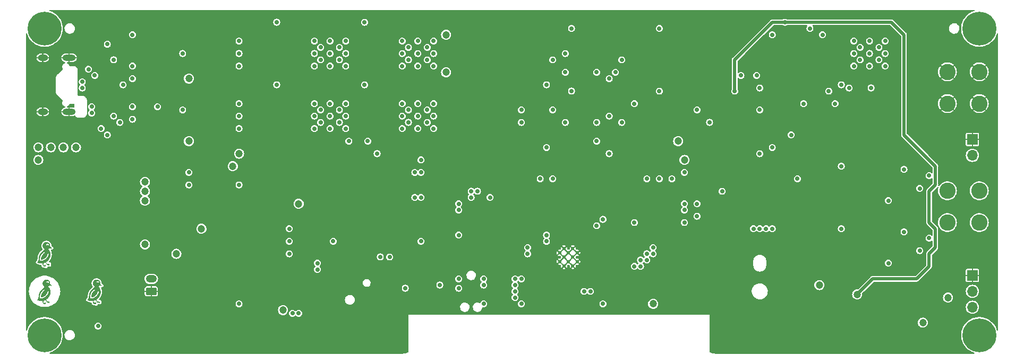
<source format=gbr>
G04 #@! TF.GenerationSoftware,KiCad,Pcbnew,7.0.8*
G04 #@! TF.CreationDate,2024-04-21T12:19:53-07:00*
G04 #@! TF.ProjectId,UsbSourceMeasure,55736253-6f75-4726-9365-4d6561737572,rev?*
G04 #@! TF.SameCoordinates,PX8f0d180PY7270e00*
G04 #@! TF.FileFunction,Copper,L3,Inr*
G04 #@! TF.FilePolarity,Positive*
%FSLAX46Y46*%
G04 Gerber Fmt 4.6, Leading zero omitted, Abs format (unit mm)*
G04 Created by KiCad (PCBNEW 7.0.8) date 2024-04-21 12:19:53*
%MOMM*%
%LPD*%
G01*
G04 APERTURE LIST*
G04 Aperture macros list*
%AMRoundRect*
0 Rectangle with rounded corners*
0 $1 Rounding radius*
0 $2 $3 $4 $5 $6 $7 $8 $9 X,Y pos of 4 corners*
0 Add a 4 corners polygon primitive as box body*
4,1,4,$2,$3,$4,$5,$6,$7,$8,$9,$2,$3,0*
0 Add four circle primitives for the rounded corners*
1,1,$1+$1,$2,$3*
1,1,$1+$1,$4,$5*
1,1,$1+$1,$6,$7*
1,1,$1+$1,$8,$9*
0 Add four rect primitives between the rounded corners*
20,1,$1+$1,$2,$3,$4,$5,0*
20,1,$1+$1,$4,$5,$6,$7,0*
20,1,$1+$1,$6,$7,$8,$9,0*
20,1,$1+$1,$8,$9,$2,$3,0*%
G04 Aperture macros list end*
G04 #@! TA.AperFunction,NonConductor*
%ADD10C,0.000000*%
G04 #@! TD*
G04 #@! TA.AperFunction,ComponentPad*
%ADD11C,0.800000*%
G04 #@! TD*
G04 #@! TA.AperFunction,ComponentPad*
%ADD12C,5.400000*%
G04 #@! TD*
G04 #@! TA.AperFunction,ComponentPad*
%ADD13R,1.700000X1.700000*%
G04 #@! TD*
G04 #@! TA.AperFunction,ComponentPad*
%ADD14O,1.700000X1.700000*%
G04 #@! TD*
G04 #@! TA.AperFunction,ComponentPad*
%ADD15O,2.100000X1.000000*%
G04 #@! TD*
G04 #@! TA.AperFunction,ComponentPad*
%ADD16O,1.600000X1.000000*%
G04 #@! TD*
G04 #@! TA.AperFunction,ComponentPad*
%ADD17C,2.600000*%
G04 #@! TD*
G04 #@! TA.AperFunction,ComponentPad*
%ADD18RoundRect,0.250000X0.625000X-0.350000X0.625000X0.350000X-0.625000X0.350000X-0.625000X-0.350000X0*%
G04 #@! TD*
G04 #@! TA.AperFunction,ComponentPad*
%ADD19O,1.750000X1.200000*%
G04 #@! TD*
G04 #@! TA.AperFunction,HeatsinkPad*
%ADD20C,0.600000*%
G04 #@! TD*
G04 #@! TA.AperFunction,ViaPad*
%ADD21C,0.700000*%
G04 #@! TD*
G04 #@! TA.AperFunction,ViaPad*
%ADD22C,1.200000*%
G04 #@! TD*
G04 #@! TA.AperFunction,Conductor*
%ADD23C,0.500000*%
G04 #@! TD*
G04 APERTURE END LIST*
D10*
G04 #@! TA.AperFunction,NonConductor*
G36*
X-63686991Y-3115315D02*
G01*
X-63657621Y-3117481D01*
X-63628393Y-3121084D01*
X-63599377Y-3126117D01*
X-63570644Y-3132566D01*
X-63542261Y-3140417D01*
X-63514298Y-3149650D01*
X-63486822Y-3160243D01*
X-63459899Y-3172172D01*
X-63433594Y-3185406D01*
X-63407971Y-3199914D01*
X-63383091Y-3215662D01*
X-63359013Y-3232611D01*
X-63335797Y-3250720D01*
X-63313498Y-3269946D01*
X-63292169Y-3290243D01*
X-63271863Y-3311561D01*
X-63252627Y-3333849D01*
X-63234509Y-3357054D01*
X-63217552Y-3381120D01*
X-63201796Y-3405988D01*
X-63187281Y-3431599D01*
X-63174040Y-3457891D01*
X-63162106Y-3484801D01*
X-63151507Y-3512263D01*
X-63142269Y-3540213D01*
X-63134415Y-3568581D01*
X-63127962Y-3597301D01*
X-63122927Y-3626302D01*
X-63119322Y-3655516D01*
X-63117156Y-3684871D01*
X-63116433Y-3714297D01*
X-63118040Y-3757609D01*
X-63122772Y-3800692D01*
X-63122634Y-3800348D01*
X-63108568Y-3824862D01*
X-63093474Y-3848757D01*
X-63077380Y-3871992D01*
X-63060315Y-3894523D01*
X-63042310Y-3916311D01*
X-63023396Y-3937316D01*
X-63003609Y-3957501D01*
X-62982982Y-3976829D01*
X-62961555Y-3995266D01*
X-62939365Y-4012778D01*
X-62916451Y-4029334D01*
X-62892857Y-4044904D01*
X-62868622Y-4059460D01*
X-62843792Y-4072975D01*
X-62818412Y-4085427D01*
X-62792525Y-4096791D01*
X-62819814Y-4104183D01*
X-62847392Y-4110413D01*
X-62875209Y-4115467D01*
X-62903216Y-4119339D01*
X-62931362Y-4122019D01*
X-62959596Y-4123505D01*
X-62987868Y-4123793D01*
X-63016127Y-4122882D01*
X-63044321Y-4120775D01*
X-63072401Y-4117475D01*
X-63100316Y-4112987D01*
X-63128015Y-4107321D01*
X-63155449Y-4100486D01*
X-63182568Y-4092494D01*
X-63209324Y-4083360D01*
X-63235668Y-4073101D01*
X-63235048Y-4071585D01*
X-63253887Y-4095715D01*
X-63273933Y-4118852D01*
X-63295133Y-4140937D01*
X-63317434Y-4161912D01*
X-63340776Y-4181723D01*
X-63365099Y-4200317D01*
X-63390340Y-4217647D01*
X-63398058Y-4222385D01*
X-63416432Y-4233667D01*
X-63416929Y-4233636D01*
X-63391437Y-4257422D01*
X-63366731Y-4282006D01*
X-63342832Y-4307370D01*
X-63319758Y-4333492D01*
X-63297528Y-4360353D01*
X-63276160Y-4387930D01*
X-63255671Y-4416201D01*
X-63236077Y-4445143D01*
X-63217395Y-4474734D01*
X-63199638Y-4504950D01*
X-63182822Y-4535767D01*
X-63166960Y-4567159D01*
X-63152064Y-4599101D01*
X-63138147Y-4631569D01*
X-63125219Y-4664536D01*
X-63113291Y-4697975D01*
X-63102373Y-4731861D01*
X-63092473Y-4766165D01*
X-63083599Y-4800860D01*
X-63075759Y-4835918D01*
X-63068958Y-4871312D01*
X-63063202Y-4907012D01*
X-63058495Y-4942991D01*
X-63054842Y-4979220D01*
X-63052246Y-5015669D01*
X-63050708Y-5052309D01*
X-63050229Y-5089110D01*
X-63050811Y-5126045D01*
X-63052452Y-5163082D01*
X-63055151Y-5200192D01*
X-63058907Y-5237345D01*
X-63063715Y-5274513D01*
X-63069573Y-5311663D01*
X-63076475Y-5348768D01*
X-63084417Y-5385798D01*
X-63093391Y-5422721D01*
X-63103390Y-5459510D01*
X-63114407Y-5496135D01*
X-63126433Y-5532565D01*
X-63139457Y-5568773D01*
X-63153470Y-5604729D01*
X-63168460Y-5640403D01*
X-63184416Y-5675769D01*
X-63201324Y-5710796D01*
X-63219171Y-5745458D01*
X-63237943Y-5779726D01*
X-63257624Y-5813574D01*
X-63278199Y-5846973D01*
X-63299652Y-5879897D01*
X-63321965Y-5912319D01*
X-63345120Y-5944215D01*
X-63369098Y-5975557D01*
X-63393881Y-6006322D01*
X-63419449Y-6036484D01*
X-63445781Y-6066019D01*
X-63472856Y-6094904D01*
X-63500653Y-6123115D01*
X-63529148Y-6150629D01*
X-63558320Y-6177426D01*
X-63588145Y-6203482D01*
X-63618599Y-6228779D01*
X-63649657Y-6253294D01*
X-63681295Y-6277008D01*
X-63713372Y-6299821D01*
X-63709652Y-6306313D01*
X-63706785Y-6313658D01*
X-63602019Y-6658688D01*
X-63576715Y-6648256D01*
X-63551135Y-6638521D01*
X-63525298Y-6629489D01*
X-63499223Y-6621167D01*
X-63472930Y-6613561D01*
X-63446439Y-6606678D01*
X-63419769Y-6600521D01*
X-63392941Y-6595097D01*
X-63365974Y-6590409D01*
X-63338889Y-6586460D01*
X-63311705Y-6583254D01*
X-63284445Y-6580792D01*
X-63257127Y-6579077D01*
X-63229772Y-6578110D01*
X-63202401Y-6577892D01*
X-63175034Y-6578422D01*
X-63222151Y-6597961D01*
X-63241662Y-6645069D01*
X-63222151Y-6692178D01*
X-63175034Y-6711716D01*
X-63222650Y-6730970D01*
X-63242437Y-6778346D01*
X-63222650Y-6825723D01*
X-63175034Y-6844976D01*
X-63203379Y-6845521D01*
X-63231728Y-6845263D01*
X-63260058Y-6844202D01*
X-63288346Y-6842338D01*
X-63316571Y-6839673D01*
X-63344708Y-6836210D01*
X-63372736Y-6831951D01*
X-63400632Y-6826900D01*
X-63428374Y-6821060D01*
X-63455938Y-6814437D01*
X-63483304Y-6807035D01*
X-63510449Y-6798861D01*
X-63537351Y-6789921D01*
X-63563988Y-6780223D01*
X-63590340Y-6769773D01*
X-63616385Y-6758581D01*
X-63621175Y-6760874D01*
X-63626169Y-6762679D01*
X-63666817Y-6758698D01*
X-63692729Y-6727143D01*
X-63695209Y-6718982D01*
X-63701803Y-6715374D01*
X-63708369Y-6711716D01*
X-63703691Y-6709104D01*
X-63698999Y-6706517D01*
X-63804901Y-6357768D01*
X-63804779Y-6358193D01*
X-63851581Y-6384940D01*
X-63899171Y-6409982D01*
X-63947475Y-6433281D01*
X-63996421Y-6454802D01*
X-64045935Y-6474512D01*
X-64095943Y-6492381D01*
X-64146369Y-6508383D01*
X-64197136Y-6522494D01*
X-64197401Y-6522122D01*
X-64196643Y-6529836D01*
X-64162502Y-6876312D01*
X-64137634Y-6866317D01*
X-64112506Y-6856993D01*
X-64087138Y-6848345D01*
X-64061547Y-6840380D01*
X-64035751Y-6833103D01*
X-64009770Y-6826520D01*
X-63983621Y-6820635D01*
X-63957324Y-6815453D01*
X-63930897Y-6810977D01*
X-63904360Y-6807210D01*
X-63877732Y-6804156D01*
X-63851031Y-6801816D01*
X-63824277Y-6800192D01*
X-63797489Y-6799286D01*
X-63770686Y-6799097D01*
X-63743888Y-6799627D01*
X-63791504Y-6818880D01*
X-63811291Y-6866257D01*
X-63791504Y-6913634D01*
X-63743888Y-6932887D01*
X-63790552Y-6952660D01*
X-63809819Y-6999517D01*
X-63790552Y-7046373D01*
X-63743888Y-7066147D01*
X-63772235Y-7066693D01*
X-63800586Y-7066435D01*
X-63828919Y-7065374D01*
X-63857209Y-7063511D01*
X-63885436Y-7060847D01*
X-63913576Y-7057384D01*
X-63941606Y-7053125D01*
X-63969504Y-7048074D01*
X-63997248Y-7042234D01*
X-64024814Y-7035611D01*
X-64052182Y-7028209D01*
X-64079329Y-7020034D01*
X-64106233Y-7011094D01*
X-64132873Y-7001394D01*
X-64159227Y-6990944D01*
X-64185274Y-6979752D01*
X-64195012Y-6983814D01*
X-64205359Y-6985881D01*
X-64243305Y-6974809D01*
X-64263202Y-6940669D01*
X-64270228Y-6936806D01*
X-64277224Y-6932887D01*
X-64271069Y-6929439D01*
X-64264890Y-6926034D01*
X-64302404Y-6545244D01*
X-64331963Y-6550224D01*
X-64361802Y-6554587D01*
X-64391648Y-6558288D01*
X-64421484Y-6561325D01*
X-64451296Y-6563696D01*
X-64481068Y-6565401D01*
X-64510786Y-6566438D01*
X-64540434Y-6566807D01*
X-64569998Y-6566507D01*
X-64599461Y-6565539D01*
X-64628809Y-6563904D01*
X-64657562Y-6561638D01*
X-64658028Y-6561602D01*
X-64687102Y-6558634D01*
X-64716016Y-6555001D01*
X-64744756Y-6550707D01*
X-64773307Y-6545752D01*
X-64801655Y-6540139D01*
X-64829785Y-6533872D01*
X-64857683Y-6526953D01*
X-64885335Y-6519387D01*
X-64912726Y-6511175D01*
X-64939842Y-6502324D01*
X-64966671Y-6492838D01*
X-64993197Y-6482720D01*
X-65019409Y-6471977D01*
X-65045291Y-6460614D01*
X-65070832Y-6448637D01*
X-65096018Y-6436051D01*
X-65120836Y-6422864D01*
X-65145274Y-6409082D01*
X-65169319Y-6394711D01*
X-65192959Y-6379760D01*
X-65193447Y-6379669D01*
X-65162971Y-6339071D01*
X-65134064Y-6297343D01*
X-65106767Y-6254545D01*
X-65081121Y-6210739D01*
X-65057162Y-6165989D01*
X-65034925Y-6120359D01*
X-65014443Y-6073916D01*
X-64995745Y-6026727D01*
X-64978858Y-5978861D01*
X-64963807Y-5930387D01*
X-64962963Y-5927251D01*
X-64751615Y-5927251D01*
X-64749965Y-5977239D01*
X-64746525Y-6027362D01*
X-64741278Y-6077578D01*
X-64732174Y-6106027D01*
X-64713260Y-6129152D01*
X-64687177Y-6143728D01*
X-64657562Y-6147720D01*
X-64607097Y-6144162D01*
X-64557085Y-6138844D01*
X-64507561Y-6131795D01*
X-64458557Y-6123045D01*
X-64410109Y-6112621D01*
X-64362251Y-6100551D01*
X-64315016Y-6086865D01*
X-64268440Y-6071590D01*
X-64222555Y-6054755D01*
X-64177397Y-6036389D01*
X-64132999Y-6016520D01*
X-64089396Y-5995177D01*
X-64046621Y-5972387D01*
X-64004709Y-5948180D01*
X-63963695Y-5922583D01*
X-63923611Y-5895626D01*
X-63884493Y-5867336D01*
X-63846375Y-5837742D01*
X-63809290Y-5806873D01*
X-63773272Y-5774757D01*
X-63738357Y-5741422D01*
X-63704578Y-5706898D01*
X-63671969Y-5671211D01*
X-63640565Y-5634392D01*
X-63610399Y-5596468D01*
X-63581506Y-5557467D01*
X-63553920Y-5517418D01*
X-63527675Y-5476351D01*
X-63502805Y-5434292D01*
X-63479344Y-5391270D01*
X-63457327Y-5347315D01*
X-63436788Y-5302454D01*
X-63417761Y-5256716D01*
X-63400279Y-5210129D01*
X-63384378Y-5162722D01*
X-63370091Y-5114523D01*
X-63357452Y-5065560D01*
X-63356240Y-5034366D01*
X-63367071Y-5005085D01*
X-63388294Y-4982181D01*
X-63416673Y-4969145D01*
X-63447854Y-4967968D01*
X-63477113Y-4978802D01*
X-63500000Y-5000000D01*
X-63513033Y-5028337D01*
X-63525834Y-5077444D01*
X-63540504Y-5125650D01*
X-63556996Y-5172922D01*
X-63575269Y-5219225D01*
X-63595277Y-5264523D01*
X-63616977Y-5308784D01*
X-63640325Y-5351971D01*
X-63665277Y-5394050D01*
X-63691789Y-5434987D01*
X-63719817Y-5474747D01*
X-63749317Y-5513296D01*
X-63780246Y-5550599D01*
X-63812559Y-5586621D01*
X-63846213Y-5621327D01*
X-63881163Y-5654684D01*
X-63917366Y-5686657D01*
X-63954778Y-5717210D01*
X-63993354Y-5746310D01*
X-64033052Y-5773921D01*
X-64073827Y-5800010D01*
X-64115635Y-5824541D01*
X-64158432Y-5847480D01*
X-64202174Y-5868793D01*
X-64246818Y-5888444D01*
X-64292319Y-5906399D01*
X-64338634Y-5922624D01*
X-64385718Y-5937085D01*
X-64433528Y-5949745D01*
X-64482020Y-5960571D01*
X-64531150Y-5969529D01*
X-64580874Y-5976583D01*
X-64582739Y-5925149D01*
X-64582568Y-5873923D01*
X-64580382Y-5822962D01*
X-64576202Y-5772321D01*
X-64570046Y-5722059D01*
X-64561937Y-5672232D01*
X-64551893Y-5622898D01*
X-64539935Y-5574113D01*
X-64526084Y-5525934D01*
X-64510358Y-5478418D01*
X-64492780Y-5431623D01*
X-64473369Y-5385604D01*
X-64452145Y-5340420D01*
X-64429128Y-5296127D01*
X-64404338Y-5252782D01*
X-64377797Y-5210442D01*
X-64349524Y-5169165D01*
X-64319538Y-5129006D01*
X-64287862Y-5090023D01*
X-64254514Y-5052273D01*
X-64219515Y-5015813D01*
X-64182885Y-4980700D01*
X-64144644Y-4946992D01*
X-64104813Y-4914743D01*
X-64063412Y-4884013D01*
X-64020461Y-4854858D01*
X-63998093Y-4833096D01*
X-63985761Y-4804435D01*
X-63985340Y-4773238D01*
X-63996896Y-4744256D01*
X-64018700Y-4721912D01*
X-64047401Y-4709615D01*
X-64054288Y-4708452D01*
X-64061251Y-4707893D01*
X-64064731Y-4707852D01*
X-64068210Y-4707962D01*
X-64088717Y-4711731D01*
X-64107553Y-4720668D01*
X-64149434Y-4748897D01*
X-64190083Y-4778451D01*
X-64229480Y-4809288D01*
X-64267606Y-4841368D01*
X-64304443Y-4874651D01*
X-64339970Y-4909094D01*
X-64374168Y-4944656D01*
X-64407019Y-4981298D01*
X-64438504Y-5018977D01*
X-64468602Y-5057652D01*
X-64497295Y-5097284D01*
X-64524564Y-5137829D01*
X-64550389Y-5179248D01*
X-64574751Y-5221500D01*
X-64597632Y-5264543D01*
X-64619011Y-5308336D01*
X-64638870Y-5352838D01*
X-64657190Y-5398009D01*
X-64673951Y-5443807D01*
X-64689134Y-5490191D01*
X-64702721Y-5537120D01*
X-64714690Y-5584553D01*
X-64725025Y-5632449D01*
X-64733705Y-5680768D01*
X-64740711Y-5729467D01*
X-64746025Y-5778506D01*
X-64749626Y-5827843D01*
X-64751496Y-5877439D01*
X-64751615Y-5927251D01*
X-64962963Y-5927251D01*
X-64950614Y-5881376D01*
X-64939297Y-5831897D01*
X-64929874Y-5782024D01*
X-64922357Y-5731828D01*
X-64916758Y-5681383D01*
X-64913085Y-5630761D01*
X-64910621Y-5594131D01*
X-64907148Y-5557583D01*
X-64902669Y-5521144D01*
X-64897188Y-5484842D01*
X-64890708Y-5448705D01*
X-64883235Y-5412760D01*
X-64874775Y-5377034D01*
X-64865333Y-5341555D01*
X-64854916Y-5306349D01*
X-64843534Y-5271444D01*
X-64831193Y-5236865D01*
X-64817905Y-5202639D01*
X-64803678Y-5168791D01*
X-64788524Y-5135349D01*
X-64772454Y-5102336D01*
X-64755480Y-5069778D01*
X-64737616Y-5037700D01*
X-64718874Y-5006126D01*
X-64699269Y-4975080D01*
X-64678816Y-4944585D01*
X-64657530Y-4914665D01*
X-64635428Y-4885343D01*
X-64612526Y-4856640D01*
X-64588842Y-4828579D01*
X-64564394Y-4801180D01*
X-64539199Y-4774465D01*
X-64513278Y-4748453D01*
X-64486650Y-4723165D01*
X-64459335Y-4698620D01*
X-64431354Y-4674836D01*
X-64402728Y-4651832D01*
X-64373480Y-4629624D01*
X-64346735Y-4609366D01*
X-64320508Y-4588441D01*
X-64294817Y-4566863D01*
X-64269678Y-4544646D01*
X-64245105Y-4521804D01*
X-64221116Y-4498350D01*
X-64197724Y-4474301D01*
X-64174946Y-4449671D01*
X-64152795Y-4424475D01*
X-64131285Y-4398731D01*
X-64110431Y-4372453D01*
X-64090244Y-4345660D01*
X-64070739Y-4318367D01*
X-64051927Y-4290592D01*
X-64033820Y-4262353D01*
X-64016430Y-4233667D01*
X-64049772Y-4212943D01*
X-64081687Y-4190084D01*
X-64112038Y-4165188D01*
X-64140695Y-4138361D01*
X-64167535Y-4109717D01*
X-64192443Y-4079381D01*
X-64215313Y-4047482D01*
X-64236047Y-4014155D01*
X-64254555Y-3979545D01*
X-64270759Y-3943798D01*
X-64284589Y-3907069D01*
X-64295986Y-3869515D01*
X-64304901Y-3831296D01*
X-64311297Y-3792576D01*
X-64315145Y-3753520D01*
X-64316429Y-3714297D01*
X-64315706Y-3684871D01*
X-64313539Y-3655516D01*
X-64309934Y-3626302D01*
X-64304900Y-3597301D01*
X-64298447Y-3568581D01*
X-64295231Y-3556965D01*
X-63724538Y-3556965D01*
X-63714481Y-3586491D01*
X-63693888Y-3609925D01*
X-63665891Y-3623701D01*
X-63634770Y-3625722D01*
X-63605239Y-3615696D01*
X-63581789Y-3595146D01*
X-63567982Y-3567195D01*
X-63547984Y-3535517D01*
X-63516409Y-3527664D01*
X-63484851Y-3535517D01*
X-63464870Y-3567195D01*
X-63451060Y-3595156D01*
X-63427600Y-3615711D01*
X-63398058Y-3625734D01*
X-63366926Y-3623701D01*
X-63338930Y-3609925D01*
X-63318336Y-3586491D01*
X-63308279Y-3556965D01*
X-63310289Y-3525839D01*
X-63328805Y-3479435D01*
X-63356260Y-3440456D01*
X-63390701Y-3409355D01*
X-63430175Y-3386581D01*
X-63472729Y-3372587D01*
X-63516409Y-3367821D01*
X-63560089Y-3372587D01*
X-63602643Y-3386581D01*
X-63642117Y-3409355D01*
X-63676558Y-3440456D01*
X-63704013Y-3479435D01*
X-63722529Y-3525839D01*
X-63724538Y-3556965D01*
X-64295231Y-3556965D01*
X-64290593Y-3540213D01*
X-64281355Y-3512263D01*
X-64270756Y-3484801D01*
X-64258822Y-3457891D01*
X-64245581Y-3431599D01*
X-64231066Y-3405988D01*
X-64215310Y-3381120D01*
X-64198353Y-3357054D01*
X-64180235Y-3333849D01*
X-64160999Y-3311561D01*
X-64140693Y-3290243D01*
X-64119364Y-3269946D01*
X-64097065Y-3250720D01*
X-64073849Y-3232611D01*
X-64049771Y-3215662D01*
X-64024891Y-3199914D01*
X-63999268Y-3185406D01*
X-63972963Y-3172172D01*
X-63946040Y-3160243D01*
X-63918564Y-3149650D01*
X-63890601Y-3140417D01*
X-63862218Y-3132566D01*
X-63833485Y-3126117D01*
X-63804469Y-3121084D01*
X-63775241Y-3117481D01*
X-63745871Y-3115315D01*
X-63716431Y-3114593D01*
X-63686991Y-3115315D01*
G37*
G04 #@! TD.AperFunction*
G04 #@! TA.AperFunction,NonConductor*
G36*
X-71686991Y2884685D02*
G01*
X-71657621Y2882519D01*
X-71628393Y2878916D01*
X-71599377Y2873883D01*
X-71570644Y2867434D01*
X-71542261Y2859583D01*
X-71514298Y2850350D01*
X-71486822Y2839757D01*
X-71459899Y2827828D01*
X-71433594Y2814594D01*
X-71407971Y2800086D01*
X-71383091Y2784338D01*
X-71359013Y2767389D01*
X-71335797Y2749280D01*
X-71313498Y2730054D01*
X-71292169Y2709757D01*
X-71271863Y2688439D01*
X-71252627Y2666151D01*
X-71234509Y2642946D01*
X-71217552Y2618880D01*
X-71201796Y2594012D01*
X-71187281Y2568401D01*
X-71174040Y2542109D01*
X-71162106Y2515199D01*
X-71151507Y2487737D01*
X-71142269Y2459787D01*
X-71134415Y2431419D01*
X-71127962Y2402699D01*
X-71122927Y2373698D01*
X-71119322Y2344484D01*
X-71117156Y2315129D01*
X-71116433Y2285703D01*
X-71118040Y2242391D01*
X-71122772Y2199308D01*
X-71122634Y2199652D01*
X-71108568Y2175138D01*
X-71093474Y2151243D01*
X-71077380Y2128008D01*
X-71060315Y2105477D01*
X-71042310Y2083689D01*
X-71023396Y2062684D01*
X-71003609Y2042499D01*
X-70982982Y2023171D01*
X-70961555Y2004734D01*
X-70939365Y1987222D01*
X-70916451Y1970666D01*
X-70892857Y1955096D01*
X-70868622Y1940540D01*
X-70843792Y1927025D01*
X-70818412Y1914573D01*
X-70792525Y1903209D01*
X-70819814Y1895817D01*
X-70847392Y1889587D01*
X-70875209Y1884533D01*
X-70903216Y1880661D01*
X-70931362Y1877981D01*
X-70959596Y1876495D01*
X-70987868Y1876207D01*
X-71016127Y1877118D01*
X-71044321Y1879225D01*
X-71072401Y1882525D01*
X-71100316Y1887013D01*
X-71128015Y1892679D01*
X-71155449Y1899514D01*
X-71182568Y1907506D01*
X-71209324Y1916640D01*
X-71235668Y1926899D01*
X-71235048Y1928415D01*
X-71253887Y1904285D01*
X-71273933Y1881148D01*
X-71295133Y1859063D01*
X-71317434Y1838088D01*
X-71340776Y1818277D01*
X-71365099Y1799683D01*
X-71390340Y1782353D01*
X-71398058Y1777615D01*
X-71416432Y1766333D01*
X-71416929Y1766364D01*
X-71391437Y1742578D01*
X-71366731Y1717994D01*
X-71342832Y1692630D01*
X-71319758Y1666508D01*
X-71297528Y1639647D01*
X-71276160Y1612070D01*
X-71255671Y1583799D01*
X-71236077Y1554857D01*
X-71217395Y1525266D01*
X-71199638Y1495050D01*
X-71182822Y1464233D01*
X-71166960Y1432841D01*
X-71152064Y1400899D01*
X-71138147Y1368431D01*
X-71125219Y1335464D01*
X-71113291Y1302025D01*
X-71102373Y1268139D01*
X-71092473Y1233835D01*
X-71083599Y1199140D01*
X-71075759Y1164082D01*
X-71068958Y1128688D01*
X-71063202Y1092988D01*
X-71058495Y1057009D01*
X-71054842Y1020780D01*
X-71052246Y984331D01*
X-71050708Y947691D01*
X-71050229Y910890D01*
X-71050811Y873955D01*
X-71052452Y836918D01*
X-71055151Y799808D01*
X-71058907Y762655D01*
X-71063715Y725487D01*
X-71069573Y688337D01*
X-71076475Y651232D01*
X-71084417Y614202D01*
X-71093391Y577279D01*
X-71103390Y540490D01*
X-71114407Y503865D01*
X-71126433Y467435D01*
X-71139457Y431227D01*
X-71153470Y395271D01*
X-71168460Y359597D01*
X-71184416Y324231D01*
X-71201324Y289204D01*
X-71219171Y254542D01*
X-71237943Y220274D01*
X-71257624Y186426D01*
X-71278199Y153027D01*
X-71299652Y120103D01*
X-71321965Y87681D01*
X-71345120Y55785D01*
X-71369098Y24443D01*
X-71393881Y-6322D01*
X-71419449Y-36484D01*
X-71445781Y-66019D01*
X-71472856Y-94904D01*
X-71500653Y-123115D01*
X-71529148Y-150629D01*
X-71558320Y-177426D01*
X-71588145Y-203482D01*
X-71618599Y-228779D01*
X-71649657Y-253294D01*
X-71681295Y-277008D01*
X-71713372Y-299821D01*
X-71709652Y-306313D01*
X-71706785Y-313658D01*
X-71602019Y-658688D01*
X-71576715Y-648256D01*
X-71551135Y-638521D01*
X-71525298Y-629489D01*
X-71499223Y-621167D01*
X-71472930Y-613561D01*
X-71446439Y-606678D01*
X-71419769Y-600521D01*
X-71392941Y-595097D01*
X-71365974Y-590409D01*
X-71338889Y-586460D01*
X-71311705Y-583254D01*
X-71284445Y-580792D01*
X-71257127Y-579077D01*
X-71229772Y-578110D01*
X-71202401Y-577892D01*
X-71175034Y-578422D01*
X-71222151Y-597961D01*
X-71241662Y-645069D01*
X-71222151Y-692178D01*
X-71175034Y-711716D01*
X-71222650Y-730970D01*
X-71242437Y-778346D01*
X-71222650Y-825723D01*
X-71175034Y-844976D01*
X-71203379Y-845521D01*
X-71231728Y-845263D01*
X-71260058Y-844202D01*
X-71288346Y-842338D01*
X-71316571Y-839673D01*
X-71344708Y-836210D01*
X-71372736Y-831951D01*
X-71400632Y-826900D01*
X-71428374Y-821060D01*
X-71455938Y-814437D01*
X-71483304Y-807035D01*
X-71510449Y-798861D01*
X-71537351Y-789921D01*
X-71563988Y-780223D01*
X-71590340Y-769773D01*
X-71616385Y-758581D01*
X-71621175Y-760874D01*
X-71626169Y-762679D01*
X-71666817Y-758698D01*
X-71692729Y-727143D01*
X-71695209Y-718982D01*
X-71701803Y-715374D01*
X-71708369Y-711716D01*
X-71703691Y-709104D01*
X-71698999Y-706517D01*
X-71804901Y-357768D01*
X-71804779Y-358193D01*
X-71851581Y-384940D01*
X-71899171Y-409982D01*
X-71947475Y-433281D01*
X-71996421Y-454802D01*
X-72045935Y-474512D01*
X-72095943Y-492381D01*
X-72146369Y-508383D01*
X-72197136Y-522494D01*
X-72197401Y-522122D01*
X-72196643Y-529836D01*
X-72162502Y-876312D01*
X-72137634Y-866317D01*
X-72112506Y-856993D01*
X-72087138Y-848345D01*
X-72061547Y-840380D01*
X-72035751Y-833103D01*
X-72009770Y-826520D01*
X-71983621Y-820635D01*
X-71957324Y-815453D01*
X-71930897Y-810977D01*
X-71904360Y-807210D01*
X-71877732Y-804156D01*
X-71851031Y-801816D01*
X-71824277Y-800192D01*
X-71797489Y-799286D01*
X-71770686Y-799097D01*
X-71743888Y-799627D01*
X-71791504Y-818880D01*
X-71811291Y-866257D01*
X-71791504Y-913634D01*
X-71743888Y-932887D01*
X-71790552Y-952660D01*
X-71809819Y-999517D01*
X-71790552Y-1046373D01*
X-71743888Y-1066147D01*
X-71772235Y-1066693D01*
X-71800586Y-1066435D01*
X-71828919Y-1065374D01*
X-71857209Y-1063511D01*
X-71885436Y-1060847D01*
X-71913576Y-1057384D01*
X-71941606Y-1053125D01*
X-71969504Y-1048074D01*
X-71997248Y-1042234D01*
X-72024814Y-1035611D01*
X-72052182Y-1028209D01*
X-72079329Y-1020034D01*
X-72106233Y-1011094D01*
X-72132873Y-1001394D01*
X-72159227Y-990944D01*
X-72185274Y-979752D01*
X-72195012Y-983814D01*
X-72205359Y-985881D01*
X-72243305Y-974809D01*
X-72263202Y-940669D01*
X-72270228Y-936806D01*
X-72277224Y-932887D01*
X-72271069Y-929439D01*
X-72264890Y-926034D01*
X-72302404Y-545244D01*
X-72331963Y-550224D01*
X-72361802Y-554587D01*
X-72391648Y-558288D01*
X-72421484Y-561325D01*
X-72451296Y-563696D01*
X-72481068Y-565401D01*
X-72510786Y-566438D01*
X-72540434Y-566807D01*
X-72569998Y-566507D01*
X-72599461Y-565539D01*
X-72628809Y-563904D01*
X-72657562Y-561638D01*
X-72658028Y-561602D01*
X-72687102Y-558634D01*
X-72716016Y-555001D01*
X-72744756Y-550707D01*
X-72773307Y-545752D01*
X-72801655Y-540139D01*
X-72829785Y-533872D01*
X-72857683Y-526953D01*
X-72885335Y-519387D01*
X-72912726Y-511175D01*
X-72939842Y-502324D01*
X-72966671Y-492838D01*
X-72993197Y-482720D01*
X-73019409Y-471977D01*
X-73045291Y-460614D01*
X-73070832Y-448637D01*
X-73096018Y-436051D01*
X-73120836Y-422864D01*
X-73145274Y-409082D01*
X-73169319Y-394711D01*
X-73192959Y-379760D01*
X-73193447Y-379669D01*
X-73162971Y-339071D01*
X-73134064Y-297343D01*
X-73106767Y-254545D01*
X-73081121Y-210739D01*
X-73057162Y-165989D01*
X-73034925Y-120359D01*
X-73014443Y-73916D01*
X-72995745Y-26727D01*
X-72978858Y21139D01*
X-72963807Y69613D01*
X-72962963Y72749D01*
X-72751615Y72749D01*
X-72749965Y22761D01*
X-72746525Y-27362D01*
X-72741278Y-77578D01*
X-72732174Y-106027D01*
X-72713260Y-129152D01*
X-72687177Y-143728D01*
X-72657562Y-147720D01*
X-72607097Y-144162D01*
X-72557085Y-138844D01*
X-72507561Y-131795D01*
X-72458557Y-123045D01*
X-72410109Y-112621D01*
X-72362251Y-100551D01*
X-72315016Y-86865D01*
X-72268440Y-71590D01*
X-72222555Y-54755D01*
X-72177397Y-36389D01*
X-72132999Y-16520D01*
X-72089396Y4823D01*
X-72046621Y27613D01*
X-72004709Y51820D01*
X-71963695Y77417D01*
X-71923611Y104374D01*
X-71884493Y132664D01*
X-71846375Y162258D01*
X-71809290Y193127D01*
X-71773272Y225243D01*
X-71738357Y258578D01*
X-71704578Y293102D01*
X-71671969Y328789D01*
X-71640565Y365608D01*
X-71610399Y403532D01*
X-71581506Y442533D01*
X-71553920Y482582D01*
X-71527675Y523649D01*
X-71502805Y565708D01*
X-71479344Y608730D01*
X-71457327Y652685D01*
X-71436788Y697546D01*
X-71417761Y743284D01*
X-71400279Y789871D01*
X-71384378Y837278D01*
X-71370091Y885477D01*
X-71357452Y934440D01*
X-71356240Y965634D01*
X-71367071Y994915D01*
X-71388294Y1017819D01*
X-71416673Y1030855D01*
X-71447854Y1032032D01*
X-71477113Y1021198D01*
X-71500000Y1000000D01*
X-71513033Y971663D01*
X-71525834Y922556D01*
X-71540504Y874350D01*
X-71556996Y827078D01*
X-71575269Y780775D01*
X-71595277Y735477D01*
X-71616977Y691216D01*
X-71640325Y648029D01*
X-71665277Y605950D01*
X-71691789Y565013D01*
X-71719817Y525253D01*
X-71749317Y486704D01*
X-71780246Y449401D01*
X-71812559Y413379D01*
X-71846213Y378673D01*
X-71881163Y345316D01*
X-71917366Y313343D01*
X-71954778Y282790D01*
X-71993354Y253690D01*
X-72033052Y226079D01*
X-72073827Y199990D01*
X-72115635Y175459D01*
X-72158432Y152520D01*
X-72202174Y131207D01*
X-72246818Y111556D01*
X-72292319Y93601D01*
X-72338634Y77376D01*
X-72385718Y62915D01*
X-72433528Y50255D01*
X-72482020Y39429D01*
X-72531150Y30471D01*
X-72580874Y23417D01*
X-72582739Y74851D01*
X-72582568Y126077D01*
X-72580382Y177038D01*
X-72576202Y227679D01*
X-72570046Y277941D01*
X-72561937Y327768D01*
X-72551893Y377102D01*
X-72539935Y425887D01*
X-72526084Y474066D01*
X-72510358Y521582D01*
X-72492780Y568377D01*
X-72473369Y614396D01*
X-72452145Y659580D01*
X-72429128Y703873D01*
X-72404338Y747218D01*
X-72377797Y789558D01*
X-72349524Y830835D01*
X-72319538Y870994D01*
X-72287862Y909977D01*
X-72254514Y947727D01*
X-72219515Y984187D01*
X-72182885Y1019300D01*
X-72144644Y1053008D01*
X-72104813Y1085257D01*
X-72063412Y1115987D01*
X-72020461Y1145142D01*
X-71998093Y1166904D01*
X-71985761Y1195565D01*
X-71985340Y1226762D01*
X-71996896Y1255744D01*
X-72018700Y1278088D01*
X-72047401Y1290385D01*
X-72054288Y1291548D01*
X-72061251Y1292107D01*
X-72064731Y1292148D01*
X-72068210Y1292038D01*
X-72088717Y1288269D01*
X-72107553Y1279332D01*
X-72149434Y1251103D01*
X-72190083Y1221549D01*
X-72229480Y1190712D01*
X-72267606Y1158632D01*
X-72304443Y1125349D01*
X-72339970Y1090906D01*
X-72374168Y1055344D01*
X-72407019Y1018702D01*
X-72438504Y981023D01*
X-72468602Y942348D01*
X-72497295Y902716D01*
X-72524564Y862171D01*
X-72550389Y820752D01*
X-72574751Y778500D01*
X-72597632Y735457D01*
X-72619011Y691664D01*
X-72638870Y647162D01*
X-72657190Y601991D01*
X-72673951Y556193D01*
X-72689134Y509809D01*
X-72702721Y462880D01*
X-72714690Y415447D01*
X-72725025Y367551D01*
X-72733705Y319232D01*
X-72740711Y270533D01*
X-72746025Y221494D01*
X-72749626Y172157D01*
X-72751496Y122561D01*
X-72751615Y72749D01*
X-72962963Y72749D01*
X-72950614Y118624D01*
X-72939297Y168103D01*
X-72929874Y217976D01*
X-72922357Y268172D01*
X-72916758Y318617D01*
X-72913085Y369239D01*
X-72910621Y405869D01*
X-72907148Y442417D01*
X-72902669Y478856D01*
X-72897188Y515158D01*
X-72890708Y551295D01*
X-72883235Y587240D01*
X-72874775Y622966D01*
X-72865333Y658445D01*
X-72854916Y693651D01*
X-72843534Y728556D01*
X-72831193Y763135D01*
X-72817905Y797361D01*
X-72803678Y831209D01*
X-72788524Y864651D01*
X-72772454Y897664D01*
X-72755480Y930222D01*
X-72737616Y962300D01*
X-72718874Y993874D01*
X-72699269Y1024920D01*
X-72678816Y1055415D01*
X-72657530Y1085335D01*
X-72635428Y1114657D01*
X-72612526Y1143360D01*
X-72588842Y1171421D01*
X-72564394Y1198820D01*
X-72539199Y1225535D01*
X-72513278Y1251547D01*
X-72486650Y1276835D01*
X-72459335Y1301380D01*
X-72431354Y1325164D01*
X-72402728Y1348168D01*
X-72373480Y1370376D01*
X-72346735Y1390634D01*
X-72320508Y1411559D01*
X-72294817Y1433137D01*
X-72269678Y1455354D01*
X-72245105Y1478196D01*
X-72221116Y1501650D01*
X-72197724Y1525699D01*
X-72174946Y1550329D01*
X-72152795Y1575525D01*
X-72131285Y1601269D01*
X-72110431Y1627547D01*
X-72090244Y1654340D01*
X-72070739Y1681633D01*
X-72051927Y1709408D01*
X-72033820Y1737647D01*
X-72016430Y1766333D01*
X-72049772Y1787057D01*
X-72081687Y1809916D01*
X-72112038Y1834812D01*
X-72140695Y1861639D01*
X-72167535Y1890283D01*
X-72192443Y1920619D01*
X-72215313Y1952518D01*
X-72236047Y1985845D01*
X-72254555Y2020455D01*
X-72270759Y2056202D01*
X-72284589Y2092931D01*
X-72295986Y2130485D01*
X-72304901Y2168704D01*
X-72311297Y2207424D01*
X-72315145Y2246480D01*
X-72316429Y2285703D01*
X-72315706Y2315129D01*
X-72313539Y2344484D01*
X-72309934Y2373698D01*
X-72304900Y2402699D01*
X-72298447Y2431419D01*
X-72295231Y2443035D01*
X-71724538Y2443035D01*
X-71714481Y2413509D01*
X-71693888Y2390075D01*
X-71665891Y2376299D01*
X-71634770Y2374278D01*
X-71605239Y2384304D01*
X-71581789Y2404854D01*
X-71567982Y2432805D01*
X-71547984Y2464483D01*
X-71516409Y2472336D01*
X-71484851Y2464483D01*
X-71464870Y2432805D01*
X-71451060Y2404844D01*
X-71427600Y2384289D01*
X-71398058Y2374266D01*
X-71366926Y2376299D01*
X-71338930Y2390075D01*
X-71318336Y2413509D01*
X-71308279Y2443035D01*
X-71310289Y2474161D01*
X-71328805Y2520565D01*
X-71356260Y2559544D01*
X-71390701Y2590645D01*
X-71430175Y2613419D01*
X-71472729Y2627413D01*
X-71516409Y2632179D01*
X-71560089Y2627413D01*
X-71602643Y2613419D01*
X-71642117Y2590645D01*
X-71676558Y2559544D01*
X-71704013Y2520565D01*
X-71722529Y2474161D01*
X-71724538Y2443035D01*
X-72295231Y2443035D01*
X-72290593Y2459787D01*
X-72281355Y2487737D01*
X-72270756Y2515199D01*
X-72258822Y2542109D01*
X-72245581Y2568401D01*
X-72231066Y2594012D01*
X-72215310Y2618880D01*
X-72198353Y2642946D01*
X-72180235Y2666151D01*
X-72160999Y2688439D01*
X-72140693Y2709757D01*
X-72119364Y2730054D01*
X-72097065Y2749280D01*
X-72073849Y2767389D01*
X-72049771Y2784338D01*
X-72024891Y2800086D01*
X-71999268Y2814594D01*
X-71972963Y2827828D01*
X-71946040Y2839757D01*
X-71918564Y2850350D01*
X-71890601Y2859583D01*
X-71862218Y2867434D01*
X-71833485Y2873883D01*
X-71804469Y2878916D01*
X-71775241Y2882519D01*
X-71745871Y2884685D01*
X-71716431Y2885407D01*
X-71686991Y2884685D01*
G37*
G04 #@! TD.AperFunction*
G04 #@! TA.AperFunction,NonConductor*
G36*
X-71686991Y-3115315D02*
G01*
X-71657621Y-3117481D01*
X-71628393Y-3121084D01*
X-71599377Y-3126117D01*
X-71570644Y-3132566D01*
X-71542261Y-3140417D01*
X-71514298Y-3149650D01*
X-71486822Y-3160243D01*
X-71459899Y-3172172D01*
X-71433594Y-3185406D01*
X-71407971Y-3199914D01*
X-71383091Y-3215662D01*
X-71359013Y-3232611D01*
X-71335797Y-3250720D01*
X-71313498Y-3269946D01*
X-71292169Y-3290243D01*
X-71271863Y-3311561D01*
X-71252627Y-3333849D01*
X-71234509Y-3357054D01*
X-71217552Y-3381120D01*
X-71201796Y-3405988D01*
X-71187281Y-3431599D01*
X-71174040Y-3457891D01*
X-71162106Y-3484801D01*
X-71151507Y-3512263D01*
X-71142269Y-3540213D01*
X-71134415Y-3568581D01*
X-71127962Y-3597301D01*
X-71122927Y-3626302D01*
X-71119322Y-3655516D01*
X-71117156Y-3684871D01*
X-71116433Y-3714297D01*
X-71118040Y-3757609D01*
X-71122772Y-3800692D01*
X-71122634Y-3800348D01*
X-71108568Y-3824862D01*
X-71093474Y-3848757D01*
X-71077380Y-3871992D01*
X-71060315Y-3894523D01*
X-71042310Y-3916311D01*
X-71023396Y-3937316D01*
X-71003609Y-3957501D01*
X-70982982Y-3976829D01*
X-70961555Y-3995266D01*
X-70939365Y-4012778D01*
X-70916451Y-4029334D01*
X-70892857Y-4044904D01*
X-70868622Y-4059460D01*
X-70843792Y-4072975D01*
X-70818412Y-4085427D01*
X-70792525Y-4096791D01*
X-70819814Y-4104183D01*
X-70847392Y-4110413D01*
X-70875209Y-4115467D01*
X-70903216Y-4119339D01*
X-70931362Y-4122019D01*
X-70959596Y-4123505D01*
X-70987868Y-4123793D01*
X-71016127Y-4122882D01*
X-71044321Y-4120775D01*
X-71072401Y-4117475D01*
X-71100316Y-4112987D01*
X-71128015Y-4107321D01*
X-71155449Y-4100486D01*
X-71182568Y-4092494D01*
X-71209324Y-4083360D01*
X-71235668Y-4073101D01*
X-71235048Y-4071585D01*
X-71253887Y-4095715D01*
X-71273933Y-4118852D01*
X-71295133Y-4140937D01*
X-71317434Y-4161912D01*
X-71340776Y-4181723D01*
X-71365099Y-4200317D01*
X-71390340Y-4217647D01*
X-71398058Y-4222385D01*
X-71416432Y-4233667D01*
X-71416929Y-4233636D01*
X-71391437Y-4257422D01*
X-71366731Y-4282006D01*
X-71342832Y-4307370D01*
X-71319758Y-4333492D01*
X-71297528Y-4360353D01*
X-71276160Y-4387930D01*
X-71255671Y-4416201D01*
X-71236077Y-4445143D01*
X-71217395Y-4474734D01*
X-71199638Y-4504950D01*
X-71182822Y-4535767D01*
X-71166960Y-4567159D01*
X-71152064Y-4599101D01*
X-71138147Y-4631569D01*
X-71125219Y-4664536D01*
X-71113291Y-4697975D01*
X-71102373Y-4731861D01*
X-71092473Y-4766165D01*
X-71083599Y-4800860D01*
X-71075759Y-4835918D01*
X-71068958Y-4871312D01*
X-71063202Y-4907012D01*
X-71058495Y-4942991D01*
X-71054842Y-4979220D01*
X-71052246Y-5015669D01*
X-71050708Y-5052309D01*
X-71050229Y-5089110D01*
X-71050811Y-5126045D01*
X-71052452Y-5163082D01*
X-71055151Y-5200192D01*
X-71058907Y-5237345D01*
X-71063715Y-5274513D01*
X-71069573Y-5311663D01*
X-71076475Y-5348768D01*
X-71084417Y-5385798D01*
X-71093391Y-5422721D01*
X-71103390Y-5459510D01*
X-71114407Y-5496135D01*
X-71126433Y-5532565D01*
X-71139457Y-5568773D01*
X-71153470Y-5604729D01*
X-71168460Y-5640403D01*
X-71184416Y-5675769D01*
X-71201324Y-5710796D01*
X-71219171Y-5745458D01*
X-71237943Y-5779726D01*
X-71257624Y-5813574D01*
X-71278199Y-5846973D01*
X-71299652Y-5879897D01*
X-71321965Y-5912319D01*
X-71345120Y-5944215D01*
X-71369098Y-5975557D01*
X-71393881Y-6006322D01*
X-71419449Y-6036484D01*
X-71445781Y-6066019D01*
X-71472856Y-6094904D01*
X-71500653Y-6123115D01*
X-71529148Y-6150629D01*
X-71558320Y-6177426D01*
X-71588145Y-6203482D01*
X-71618599Y-6228779D01*
X-71649657Y-6253294D01*
X-71681295Y-6277008D01*
X-71713372Y-6299821D01*
X-71709652Y-6306313D01*
X-71706785Y-6313658D01*
X-71602019Y-6658688D01*
X-71576715Y-6648256D01*
X-71551135Y-6638521D01*
X-71525298Y-6629489D01*
X-71499223Y-6621167D01*
X-71472930Y-6613561D01*
X-71446439Y-6606678D01*
X-71419769Y-6600521D01*
X-71392941Y-6595097D01*
X-71365974Y-6590409D01*
X-71338889Y-6586460D01*
X-71311705Y-6583254D01*
X-71284445Y-6580792D01*
X-71257127Y-6579077D01*
X-71229772Y-6578110D01*
X-71202401Y-6577892D01*
X-71175034Y-6578422D01*
X-71222151Y-6597961D01*
X-71241662Y-6645069D01*
X-71222151Y-6692178D01*
X-71175034Y-6711716D01*
X-71222650Y-6730970D01*
X-71242437Y-6778346D01*
X-71222650Y-6825723D01*
X-71175034Y-6844976D01*
X-71203379Y-6845521D01*
X-71231728Y-6845263D01*
X-71260058Y-6844202D01*
X-71288346Y-6842338D01*
X-71316571Y-6839673D01*
X-71344708Y-6836210D01*
X-71372736Y-6831951D01*
X-71400632Y-6826900D01*
X-71428374Y-6821060D01*
X-71455938Y-6814437D01*
X-71483304Y-6807035D01*
X-71510449Y-6798861D01*
X-71537351Y-6789921D01*
X-71563988Y-6780223D01*
X-71590340Y-6769773D01*
X-71616385Y-6758581D01*
X-71621175Y-6760874D01*
X-71626169Y-6762679D01*
X-71666817Y-6758698D01*
X-71692729Y-6727143D01*
X-71695209Y-6718982D01*
X-71701803Y-6715374D01*
X-71708369Y-6711716D01*
X-71703691Y-6709104D01*
X-71698999Y-6706517D01*
X-71804901Y-6357768D01*
X-71804779Y-6358193D01*
X-71851581Y-6384940D01*
X-71899171Y-6409982D01*
X-71947475Y-6433281D01*
X-71996421Y-6454802D01*
X-72045935Y-6474512D01*
X-72095943Y-6492381D01*
X-72146369Y-6508383D01*
X-72197136Y-6522494D01*
X-72197401Y-6522122D01*
X-72196643Y-6529836D01*
X-72162502Y-6876312D01*
X-72137634Y-6866317D01*
X-72112506Y-6856993D01*
X-72087138Y-6848345D01*
X-72061547Y-6840380D01*
X-72035751Y-6833103D01*
X-72009770Y-6826520D01*
X-71983621Y-6820635D01*
X-71957324Y-6815453D01*
X-71930897Y-6810977D01*
X-71904360Y-6807210D01*
X-71877732Y-6804156D01*
X-71851031Y-6801816D01*
X-71824277Y-6800192D01*
X-71797489Y-6799286D01*
X-71770686Y-6799097D01*
X-71743888Y-6799627D01*
X-71791504Y-6818880D01*
X-71811291Y-6866257D01*
X-71791504Y-6913634D01*
X-71743888Y-6932887D01*
X-71790552Y-6952660D01*
X-71809819Y-6999517D01*
X-71790552Y-7046373D01*
X-71743888Y-7066147D01*
X-71772235Y-7066693D01*
X-71800586Y-7066435D01*
X-71828919Y-7065374D01*
X-71857209Y-7063511D01*
X-71885436Y-7060847D01*
X-71913576Y-7057384D01*
X-71941606Y-7053125D01*
X-71969504Y-7048074D01*
X-71997248Y-7042234D01*
X-72024814Y-7035611D01*
X-72052182Y-7028209D01*
X-72079329Y-7020034D01*
X-72106233Y-7011094D01*
X-72132873Y-7001394D01*
X-72159227Y-6990944D01*
X-72185274Y-6979752D01*
X-72195012Y-6983814D01*
X-72205359Y-6985881D01*
X-72243305Y-6974809D01*
X-72263202Y-6940669D01*
X-72270228Y-6936806D01*
X-72277224Y-6932887D01*
X-72271069Y-6929439D01*
X-72264890Y-6926034D01*
X-72302404Y-6545244D01*
X-72331963Y-6550224D01*
X-72361802Y-6554587D01*
X-72391648Y-6558288D01*
X-72421484Y-6561325D01*
X-72451296Y-6563696D01*
X-72481068Y-6565401D01*
X-72510786Y-6566438D01*
X-72540434Y-6566807D01*
X-72569998Y-6566507D01*
X-72599461Y-6565539D01*
X-72628809Y-6563904D01*
X-72657562Y-6561638D01*
X-72658028Y-6561602D01*
X-72687102Y-6558634D01*
X-72716016Y-6555001D01*
X-72744756Y-6550707D01*
X-72773307Y-6545752D01*
X-72801655Y-6540139D01*
X-72829785Y-6533872D01*
X-72857683Y-6526953D01*
X-72885335Y-6519387D01*
X-72912726Y-6511175D01*
X-72939842Y-6502324D01*
X-72966671Y-6492838D01*
X-72993197Y-6482720D01*
X-73019409Y-6471977D01*
X-73045291Y-6460614D01*
X-73070832Y-6448637D01*
X-73096018Y-6436051D01*
X-73120836Y-6422864D01*
X-73145274Y-6409082D01*
X-73169319Y-6394711D01*
X-73192959Y-6379760D01*
X-73193447Y-6379669D01*
X-73162971Y-6339071D01*
X-73134064Y-6297343D01*
X-73106767Y-6254545D01*
X-73081121Y-6210739D01*
X-73057162Y-6165989D01*
X-73034925Y-6120359D01*
X-73014443Y-6073916D01*
X-72995745Y-6026727D01*
X-72978858Y-5978861D01*
X-72963807Y-5930387D01*
X-72962963Y-5927251D01*
X-72751615Y-5927251D01*
X-72749965Y-5977239D01*
X-72746525Y-6027362D01*
X-72741278Y-6077578D01*
X-72732174Y-6106027D01*
X-72713260Y-6129152D01*
X-72687177Y-6143728D01*
X-72657562Y-6147720D01*
X-72607097Y-6144162D01*
X-72557085Y-6138844D01*
X-72507561Y-6131795D01*
X-72458557Y-6123045D01*
X-72410109Y-6112621D01*
X-72362251Y-6100551D01*
X-72315016Y-6086865D01*
X-72268440Y-6071590D01*
X-72222555Y-6054755D01*
X-72177397Y-6036389D01*
X-72132999Y-6016520D01*
X-72089396Y-5995177D01*
X-72046621Y-5972387D01*
X-72004709Y-5948180D01*
X-71963695Y-5922583D01*
X-71923611Y-5895626D01*
X-71884493Y-5867336D01*
X-71846375Y-5837742D01*
X-71809290Y-5806873D01*
X-71773272Y-5774757D01*
X-71738357Y-5741422D01*
X-71704578Y-5706898D01*
X-71671969Y-5671211D01*
X-71640565Y-5634392D01*
X-71610399Y-5596468D01*
X-71581506Y-5557467D01*
X-71553920Y-5517418D01*
X-71527675Y-5476351D01*
X-71502805Y-5434292D01*
X-71479344Y-5391270D01*
X-71457327Y-5347315D01*
X-71436788Y-5302454D01*
X-71417761Y-5256716D01*
X-71400279Y-5210129D01*
X-71384378Y-5162722D01*
X-71370091Y-5114523D01*
X-71357452Y-5065560D01*
X-71356240Y-5034366D01*
X-71367071Y-5005085D01*
X-71388294Y-4982181D01*
X-71416673Y-4969145D01*
X-71447854Y-4967968D01*
X-71477113Y-4978802D01*
X-71500000Y-5000000D01*
X-71513033Y-5028337D01*
X-71525834Y-5077444D01*
X-71540504Y-5125650D01*
X-71556996Y-5172922D01*
X-71575269Y-5219225D01*
X-71595277Y-5264523D01*
X-71616977Y-5308784D01*
X-71640325Y-5351971D01*
X-71665277Y-5394050D01*
X-71691789Y-5434987D01*
X-71719817Y-5474747D01*
X-71749317Y-5513296D01*
X-71780246Y-5550599D01*
X-71812559Y-5586621D01*
X-71846213Y-5621327D01*
X-71881163Y-5654684D01*
X-71917366Y-5686657D01*
X-71954778Y-5717210D01*
X-71993354Y-5746310D01*
X-72033052Y-5773921D01*
X-72073827Y-5800010D01*
X-72115635Y-5824541D01*
X-72158432Y-5847480D01*
X-72202174Y-5868793D01*
X-72246818Y-5888444D01*
X-72292319Y-5906399D01*
X-72338634Y-5922624D01*
X-72385718Y-5937085D01*
X-72433528Y-5949745D01*
X-72482020Y-5960571D01*
X-72531150Y-5969529D01*
X-72580874Y-5976583D01*
X-72582739Y-5925149D01*
X-72582568Y-5873923D01*
X-72580382Y-5822962D01*
X-72576202Y-5772321D01*
X-72570046Y-5722059D01*
X-72561937Y-5672232D01*
X-72551893Y-5622898D01*
X-72539935Y-5574113D01*
X-72526084Y-5525934D01*
X-72510358Y-5478418D01*
X-72492780Y-5431623D01*
X-72473369Y-5385604D01*
X-72452145Y-5340420D01*
X-72429128Y-5296127D01*
X-72404338Y-5252782D01*
X-72377797Y-5210442D01*
X-72349524Y-5169165D01*
X-72319538Y-5129006D01*
X-72287862Y-5090023D01*
X-72254514Y-5052273D01*
X-72219515Y-5015813D01*
X-72182885Y-4980700D01*
X-72144644Y-4946992D01*
X-72104813Y-4914743D01*
X-72063412Y-4884013D01*
X-72020461Y-4854858D01*
X-71998093Y-4833096D01*
X-71985761Y-4804435D01*
X-71985340Y-4773238D01*
X-71996896Y-4744256D01*
X-72018700Y-4721912D01*
X-72047401Y-4709615D01*
X-72054288Y-4708452D01*
X-72061251Y-4707893D01*
X-72064731Y-4707852D01*
X-72068210Y-4707962D01*
X-72088717Y-4711731D01*
X-72107553Y-4720668D01*
X-72149434Y-4748897D01*
X-72190083Y-4778451D01*
X-72229480Y-4809288D01*
X-72267606Y-4841368D01*
X-72304443Y-4874651D01*
X-72339970Y-4909094D01*
X-72374168Y-4944656D01*
X-72407019Y-4981298D01*
X-72438504Y-5018977D01*
X-72468602Y-5057652D01*
X-72497295Y-5097284D01*
X-72524564Y-5137829D01*
X-72550389Y-5179248D01*
X-72574751Y-5221500D01*
X-72597632Y-5264543D01*
X-72619011Y-5308336D01*
X-72638870Y-5352838D01*
X-72657190Y-5398009D01*
X-72673951Y-5443807D01*
X-72689134Y-5490191D01*
X-72702721Y-5537120D01*
X-72714690Y-5584553D01*
X-72725025Y-5632449D01*
X-72733705Y-5680768D01*
X-72740711Y-5729467D01*
X-72746025Y-5778506D01*
X-72749626Y-5827843D01*
X-72751496Y-5877439D01*
X-72751615Y-5927251D01*
X-72962963Y-5927251D01*
X-72950614Y-5881376D01*
X-72939297Y-5831897D01*
X-72929874Y-5782024D01*
X-72922357Y-5731828D01*
X-72916758Y-5681383D01*
X-72913085Y-5630761D01*
X-72910621Y-5594131D01*
X-72907148Y-5557583D01*
X-72902669Y-5521144D01*
X-72897188Y-5484842D01*
X-72890708Y-5448705D01*
X-72883235Y-5412760D01*
X-72874775Y-5377034D01*
X-72865333Y-5341555D01*
X-72854916Y-5306349D01*
X-72843534Y-5271444D01*
X-72831193Y-5236865D01*
X-72817905Y-5202639D01*
X-72803678Y-5168791D01*
X-72788524Y-5135349D01*
X-72772454Y-5102336D01*
X-72755480Y-5069778D01*
X-72737616Y-5037700D01*
X-72718874Y-5006126D01*
X-72699269Y-4975080D01*
X-72678816Y-4944585D01*
X-72657530Y-4914665D01*
X-72635428Y-4885343D01*
X-72612526Y-4856640D01*
X-72588842Y-4828579D01*
X-72564394Y-4801180D01*
X-72539199Y-4774465D01*
X-72513278Y-4748453D01*
X-72486650Y-4723165D01*
X-72459335Y-4698620D01*
X-72431354Y-4674836D01*
X-72402728Y-4651832D01*
X-72373480Y-4629624D01*
X-72346735Y-4609366D01*
X-72320508Y-4588441D01*
X-72294817Y-4566863D01*
X-72269678Y-4544646D01*
X-72245105Y-4521804D01*
X-72221116Y-4498350D01*
X-72197724Y-4474301D01*
X-72174946Y-4449671D01*
X-72152795Y-4424475D01*
X-72131285Y-4398731D01*
X-72110431Y-4372453D01*
X-72090244Y-4345660D01*
X-72070739Y-4318367D01*
X-72051927Y-4290592D01*
X-72033820Y-4262353D01*
X-72016430Y-4233667D01*
X-72049772Y-4212943D01*
X-72081687Y-4190084D01*
X-72112038Y-4165188D01*
X-72140695Y-4138361D01*
X-72167535Y-4109717D01*
X-72192443Y-4079381D01*
X-72215313Y-4047482D01*
X-72236047Y-4014155D01*
X-72254555Y-3979545D01*
X-72270759Y-3943798D01*
X-72284589Y-3907069D01*
X-72295986Y-3869515D01*
X-72304901Y-3831296D01*
X-72311297Y-3792576D01*
X-72315145Y-3753520D01*
X-72316429Y-3714297D01*
X-72315706Y-3684871D01*
X-72313539Y-3655516D01*
X-72309934Y-3626302D01*
X-72304900Y-3597301D01*
X-72298447Y-3568581D01*
X-72295231Y-3556965D01*
X-71724538Y-3556965D01*
X-71714481Y-3586491D01*
X-71693888Y-3609925D01*
X-71665891Y-3623701D01*
X-71634770Y-3625722D01*
X-71605239Y-3615696D01*
X-71581789Y-3595146D01*
X-71567982Y-3567195D01*
X-71547984Y-3535517D01*
X-71516409Y-3527664D01*
X-71484851Y-3535517D01*
X-71464870Y-3567195D01*
X-71451060Y-3595156D01*
X-71427600Y-3615711D01*
X-71398058Y-3625734D01*
X-71366926Y-3623701D01*
X-71338930Y-3609925D01*
X-71318336Y-3586491D01*
X-71308279Y-3556965D01*
X-71310289Y-3525839D01*
X-71328805Y-3479435D01*
X-71356260Y-3440456D01*
X-71390701Y-3409355D01*
X-71430175Y-3386581D01*
X-71472729Y-3372587D01*
X-71516409Y-3367821D01*
X-71560089Y-3372587D01*
X-71602643Y-3386581D01*
X-71642117Y-3409355D01*
X-71676558Y-3440456D01*
X-71704013Y-3479435D01*
X-71722529Y-3525839D01*
X-71724538Y-3556965D01*
X-72295231Y-3556965D01*
X-72290593Y-3540213D01*
X-72281355Y-3512263D01*
X-72270756Y-3484801D01*
X-72258822Y-3457891D01*
X-72245581Y-3431599D01*
X-72231066Y-3405988D01*
X-72215310Y-3381120D01*
X-72198353Y-3357054D01*
X-72180235Y-3333849D01*
X-72160999Y-3311561D01*
X-72140693Y-3290243D01*
X-72119364Y-3269946D01*
X-72097065Y-3250720D01*
X-72073849Y-3232611D01*
X-72049771Y-3215662D01*
X-72024891Y-3199914D01*
X-71999268Y-3185406D01*
X-71972963Y-3172172D01*
X-71946040Y-3160243D01*
X-71918564Y-3149650D01*
X-71890601Y-3140417D01*
X-71862218Y-3132566D01*
X-71833485Y-3126117D01*
X-71804469Y-3121084D01*
X-71775241Y-3117481D01*
X-71745871Y-3115315D01*
X-71716431Y-3114593D01*
X-71686991Y-3115315D01*
G37*
G04 #@! TD.AperFunction*
D11*
X74975000Y-12000000D03*
X75568109Y-10568109D03*
X75568109Y-13431891D03*
X77000000Y-9975000D03*
D12*
X77000000Y-12000000D03*
D11*
X77000000Y-14025000D03*
X78431891Y-10568109D03*
X78431891Y-13431891D03*
X79025000Y-12000000D03*
D13*
X75900000Y19270000D03*
D14*
X75900000Y16730000D03*
D15*
X-68110000Y32320000D03*
D16*
X-72290000Y32320000D03*
D15*
X-68110000Y23680000D03*
D16*
X-72290000Y23680000D03*
D17*
X77000000Y25000000D03*
X77000000Y30080000D03*
X71920000Y25000000D03*
X71920000Y30080000D03*
D18*
X-55000000Y-5000000D03*
D19*
X-55000000Y-3000000D03*
D20*
X10100000Y1160000D03*
X10100000Y-240000D03*
X10800000Y1860000D03*
X10800000Y460000D03*
X10800000Y-940000D03*
X11500000Y1160000D03*
X11500000Y-240000D03*
X12200000Y1860000D03*
X12200000Y460000D03*
X12200000Y-940000D03*
X12900000Y1160000D03*
X12900000Y-240000D03*
D11*
X74975000Y37000000D03*
X75568109Y38431891D03*
X75568109Y35568109D03*
X77000000Y39025000D03*
D12*
X77000000Y37000000D03*
D11*
X77000000Y34975000D03*
X78431891Y38431891D03*
X78431891Y35568109D03*
X79025000Y37000000D03*
D17*
X77000000Y6000000D03*
X77000000Y11080000D03*
X71920000Y6000000D03*
X71920000Y11080000D03*
D11*
X-74025000Y-12000000D03*
X-73431891Y-10568109D03*
X-73431891Y-13431891D03*
X-72000000Y-9975000D03*
D12*
X-72000000Y-12000000D03*
D11*
X-72000000Y-14025000D03*
X-70568109Y-10568109D03*
X-70568109Y-13431891D03*
X-69975000Y-12000000D03*
X-74025000Y37000000D03*
X-73431891Y38431891D03*
X-73431891Y35568109D03*
X-72000000Y39025000D03*
D12*
X-72000000Y37000000D03*
D11*
X-72000000Y34975000D03*
X-70568109Y38431891D03*
X-70568109Y35568109D03*
X-69975000Y37000000D03*
D13*
X75900000Y-2460000D03*
D14*
X75900000Y-5000000D03*
X75900000Y-7540000D03*
D21*
X-26000000Y3000000D03*
X-17000000Y500000D03*
X-18500000Y500000D03*
X-33000000Y5000000D03*
X-33000000Y3000000D03*
X7000000Y13000000D03*
X-50000000Y24000000D03*
X28000000Y11000000D03*
D22*
X20740000Y-7260000D03*
X-18000000Y22250000D03*
D21*
X8000000Y27000000D03*
X58000000Y24000000D03*
D22*
X-35000000Y-11500000D03*
X-45000000Y19000000D03*
D21*
X-6000000Y-7000000D03*
X-50000000Y20000000D03*
D22*
X-58000000Y10000000D03*
D21*
X-14000000Y3000000D03*
X25000000Y-5000000D03*
X4000000Y13000000D03*
D22*
X-46500000Y9000000D03*
D21*
X59500000Y21000000D03*
X62000000Y25000000D03*
X24000000Y11000000D03*
X-7000000Y3000000D03*
X35000000Y13000000D03*
D22*
X-20000000Y22250000D03*
D21*
X59500000Y23000000D03*
X65000000Y3500000D03*
D22*
X60475000Y-5500000D03*
X-47000000Y17000000D03*
D21*
X34000000Y8000000D03*
X65000000Y13500000D03*
X58000000Y22000000D03*
D22*
X72000000Y-10000000D03*
D21*
X42000000Y14000000D03*
X-41493750Y-5000000D03*
X21000000Y30000000D03*
X-19000000Y19000000D03*
D22*
X68000000Y-6000000D03*
D21*
X61000000Y22000000D03*
X-63000000Y32000000D03*
X-64250000Y28000000D03*
X32825000Y22000000D03*
X22000000Y37000000D03*
X62000000Y21000000D03*
X42000000Y13000000D03*
X-14000000Y16000000D03*
X48000000Y9000000D03*
D22*
X-47000000Y1000000D03*
D21*
X24000000Y7000000D03*
X57000000Y25000000D03*
X-50000000Y25000000D03*
D22*
X-32000000Y23750000D03*
D21*
X-7000000Y10000000D03*
D22*
X-18000000Y23750000D03*
D21*
X54000000Y30000000D03*
X-50000000Y36000000D03*
D22*
X-54000000Y10000000D03*
D21*
X8000000Y37000000D03*
D22*
X-46000000Y15000000D03*
X-34000000Y23750000D03*
X-51000000Y5000000D03*
D21*
X44000000Y32000000D03*
X48000000Y7000000D03*
D22*
X-20000000Y23750000D03*
D21*
X-37000000Y1000000D03*
X57000000Y21000000D03*
X21000000Y18000000D03*
X57000000Y23000000D03*
D22*
X-32000000Y22250000D03*
D21*
X-54000000Y33000000D03*
X49000000Y27000000D03*
X22000000Y27000000D03*
X62000000Y23000000D03*
X-18500000Y-8500000D03*
X59500000Y25000000D03*
X37000000Y18000000D03*
D22*
X-45000000Y29000000D03*
D21*
X1000000Y18000000D03*
X61000000Y24000000D03*
D22*
X-34000000Y22250000D03*
D21*
X34000000Y10000000D03*
X47000000Y18000000D03*
X34000000Y6000000D03*
X-24000000Y33000000D03*
D22*
X-42000000Y15000000D03*
D21*
X-24000000Y31000000D03*
X-29000000Y31000000D03*
X-26500000Y33000000D03*
X-29000000Y35000000D03*
D22*
X-67000000Y18000000D03*
D21*
X-49000000Y14000000D03*
D22*
X-71000000Y18000000D03*
D21*
X-25000000Y34000000D03*
X-59500000Y28000000D03*
X-26500000Y31000000D03*
X-29000000Y33000000D03*
X-28000000Y32000000D03*
X-25000000Y32000000D03*
D22*
X-41000000Y17000000D03*
X-69000000Y18000000D03*
D21*
X-28000000Y34000000D03*
X-26500000Y35000000D03*
D22*
X-73000000Y18000000D03*
D21*
X-24000000Y35000000D03*
D22*
X-73000000Y16000000D03*
X-56000000Y11000000D03*
D21*
X-6000000Y-3000000D03*
D22*
X-34000000Y-8000000D03*
D21*
X-54000000Y24500000D03*
X-50000000Y33000000D03*
D22*
X-56000000Y2500000D03*
X25000000Y-7000000D03*
X-56000000Y9500000D03*
X-56000000Y12500000D03*
D21*
X-12000000Y3000000D03*
X48000000Y13000000D03*
D22*
X51500000Y-4000000D03*
D21*
X-33000000Y1000000D03*
X-58000000Y31000000D03*
X-61000000Y32000000D03*
X-19000000Y17000000D03*
X-14500000Y-4500000D03*
X55000000Y28000000D03*
X20000000Y22000000D03*
X18000000Y29000000D03*
X19000000Y30000000D03*
X12000000Y37000000D03*
X53000000Y27000000D03*
X30000000Y14000000D03*
X12000000Y27000000D03*
D22*
X29000000Y19000000D03*
D21*
X26000000Y27000000D03*
X26000000Y37000000D03*
X50000000Y37000000D03*
X42000000Y27500000D03*
D22*
X72000000Y-6000000D03*
D21*
X69000000Y13500000D03*
X69000000Y3500000D03*
X11000000Y22000000D03*
X11000000Y33000000D03*
X11000000Y30000000D03*
X9000000Y24000000D03*
X46000000Y38000000D03*
X38000000Y27000000D03*
D22*
X57525000Y-5500000D03*
D21*
X32000000Y24000000D03*
X41500000Y29500000D03*
X30000000Y6000000D03*
X36000000Y11000000D03*
D22*
X-47000000Y5000000D03*
X-31500000Y9000000D03*
X-49000000Y29000000D03*
X30000000Y16000000D03*
X68000000Y-10000000D03*
D21*
X39000000Y29500000D03*
D22*
X-49000000Y19000000D03*
D21*
X-12000000Y16000000D03*
D22*
X-51000000Y1000000D03*
D21*
X47000000Y20000000D03*
X42000000Y17000000D03*
X32000000Y9000000D03*
X18000000Y23000000D03*
X4000000Y24000000D03*
X17000000Y-7000000D03*
X-2000000Y-7000000D03*
X-23500000Y19000000D03*
X-65000000Y30500000D03*
X-13000000Y14000000D03*
X-6000000Y8000000D03*
X3000000Y-6000000D03*
X-28500000Y-1500000D03*
X25000000Y2000000D03*
X59750000Y27500000D03*
X-63000000Y21000000D03*
X22000000Y6000000D03*
X-13000000Y10000000D03*
X-61000000Y23000000D03*
X30000000Y8000000D03*
X65000000Y4500000D03*
X65000000Y14500000D03*
X49000000Y25000000D03*
X52000000Y36000000D03*
X-35000000Y28000000D03*
X-41000000Y21000000D03*
X-35000000Y38000000D03*
X-41000000Y25000000D03*
X-21000000Y28000000D03*
X-41000000Y31000000D03*
X-41000000Y35000000D03*
X-21000000Y38000000D03*
X16000000Y30000000D03*
X24000000Y13000000D03*
X8000000Y18000000D03*
X4000000Y22000000D03*
X26000000Y13000000D03*
X16000000Y19000000D03*
X28000000Y13000000D03*
X18000000Y17000000D03*
X16000000Y22000000D03*
X9000000Y13000000D03*
X-62000000Y34500000D03*
X44000000Y5000000D03*
X22000000Y-1000000D03*
X56250000Y27500000D03*
X-60000000Y22000000D03*
X-12000000Y10000000D03*
X3000000Y-5000000D03*
X30000000Y9000000D03*
X-20500000Y19000000D03*
X-12000000Y14000000D03*
X-64000000Y29500000D03*
X-6000000Y9000000D03*
X-28500000Y-500000D03*
X-62000000Y20000000D03*
X8000000Y28000000D03*
X-1000000Y10000000D03*
X4000000Y-3000000D03*
X-9000000Y-4000000D03*
X-2000000Y-3000000D03*
X-2000000Y-4000000D03*
X3000000Y-3000000D03*
X-6000000Y-4500000D03*
X3000000Y-4000000D03*
X61000000Y34000000D03*
X59500000Y35000000D03*
D22*
X-8000000Y36000000D03*
D21*
X-11000000Y34000000D03*
X-58000000Y29000000D03*
X59500000Y31000000D03*
X59500000Y33000000D03*
X58000000Y34000000D03*
X-12500000Y33000000D03*
X-15000000Y33000000D03*
X57000000Y33000000D03*
D22*
X-8000000Y30000000D03*
D21*
X-11000000Y32000000D03*
X-15000000Y35000000D03*
X62000000Y33000000D03*
X61000000Y32000000D03*
X-14000000Y34000000D03*
X-10000000Y35000000D03*
X-10000000Y33000000D03*
X-15000000Y31000000D03*
X-12500000Y35000000D03*
X-14000000Y32000000D03*
X62000000Y35000000D03*
X58000000Y32000000D03*
X57000000Y35000000D03*
X-12500000Y31000000D03*
X57000000Y31000000D03*
X62000000Y31000000D03*
X-10000000Y31000000D03*
X-14000000Y22000000D03*
X-12500000Y23000000D03*
X-11000000Y22000000D03*
X-15000000Y23000000D03*
X-15000000Y25000000D03*
X-41000000Y33000000D03*
X-10000000Y21000000D03*
X-10000000Y25000000D03*
X-15000000Y21000000D03*
X-10000000Y23000000D03*
X-14000000Y24000000D03*
X-11000000Y24000000D03*
X-12500000Y21000000D03*
X-12500000Y25000000D03*
X-24000000Y21000000D03*
X-29000000Y21000000D03*
X-29000000Y23000000D03*
X-24000000Y25000000D03*
X-26500000Y23000000D03*
X-28000000Y22000000D03*
X-25000000Y22000000D03*
X-25000000Y24000000D03*
X-24000000Y23000000D03*
X-28000000Y24000000D03*
X-29000000Y25000000D03*
X-26500000Y21000000D03*
X-41000000Y23000000D03*
X-26500000Y25000000D03*
X20000000Y32000000D03*
X42000000Y24000000D03*
X22000000Y25000000D03*
X34000000Y22000000D03*
X8000000Y4000000D03*
X-6000000Y4000000D03*
X41000000Y5000000D03*
X24000000Y0D03*
X23000000Y0D03*
X42000000Y5000000D03*
X23000000Y-1000000D03*
X43000000Y5000000D03*
X-64500000Y23500000D03*
X-66000000Y27500000D03*
X16000000Y5500000D03*
X-66000000Y28500000D03*
X-64500000Y24500000D03*
X17000000Y6500000D03*
X44000000Y18000000D03*
X32000000Y7000000D03*
X9000000Y32000000D03*
X44000000Y36000000D03*
X-58000000Y22500000D03*
X-4000000Y10000000D03*
X-3000000Y11000000D03*
X-58000000Y36000000D03*
X-58000000Y24500000D03*
X-4000000Y11000000D03*
X-31500000Y-8500000D03*
X5000000Y1000000D03*
X-32500000Y-8500000D03*
X5000000Y2000000D03*
X15000000Y-5000000D03*
X14000000Y-5000000D03*
X8000000Y3000000D03*
X-41000000Y-7000000D03*
X62500000Y9500000D03*
X25000000Y1000000D03*
X55000000Y15000000D03*
X24000000Y1000000D03*
X55000000Y5000000D03*
X62500000Y-500000D03*
X-49000000Y12000000D03*
X-41000000Y12000000D03*
X54000000Y25000000D03*
X67500000Y1500000D03*
X67500000Y11450000D03*
X4000000Y-7000000D03*
X-63475000Y-10550000D03*
D23*
X69000000Y6000000D02*
X69000000Y11000000D01*
X69000000Y11000000D02*
X70000000Y12000000D01*
X60000000Y-3000000D02*
X67000000Y-3000000D01*
X38000000Y32000000D02*
X38000000Y27000000D01*
X44000000Y38000000D02*
X38000000Y32000000D01*
X69000000Y1000000D02*
X70000000Y2000000D01*
X70000000Y15000000D02*
X65000000Y20000000D01*
X67000000Y-3000000D02*
X69000000Y-1000000D01*
X70000000Y5000000D02*
X69000000Y6000000D01*
X46000000Y38000000D02*
X44000000Y38000000D01*
X69000000Y-1000000D02*
X69000000Y1000000D01*
X65000000Y36000000D02*
X63000000Y38000000D01*
X70000000Y2000000D02*
X70000000Y5000000D01*
X70000000Y12000000D02*
X70000000Y15000000D01*
X65000000Y20000000D02*
X65000000Y36000000D01*
X63000000Y38000000D02*
X46000000Y38000000D01*
X57525000Y-5475000D02*
X60000000Y-3000000D01*
X57525000Y-5500000D02*
X57525000Y-5475000D01*
G04 #@! TA.AperFunction,Conductor*
G36*
X10488872Y-487452D02*
G01*
X10550578Y-549157D01*
X10791422Y-790000D01*
X10780254Y-790000D01*
X10722355Y-805514D01*
X10665514Y-862354D01*
X10647640Y-929061D01*
X10108579Y-390000D01*
X10119746Y-390000D01*
X10177645Y-374486D01*
X10234486Y-317646D01*
X10252359Y-250938D01*
X10488872Y-487452D01*
G37*
G04 #@! TD.AperFunction*
G04 #@! TA.AperFunction,Conductor*
G36*
X11888872Y-487452D02*
G01*
X11950578Y-549157D01*
X12191422Y-790000D01*
X12180254Y-790000D01*
X12122355Y-805514D01*
X12065514Y-862354D01*
X12047640Y-929061D01*
X11508579Y-390000D01*
X11519746Y-390000D01*
X11577645Y-374486D01*
X11634486Y-317646D01*
X11652359Y-250938D01*
X11888872Y-487452D01*
G37*
G04 #@! TD.AperFunction*
G04 #@! TA.AperFunction,Conductor*
G36*
X11365514Y-317645D02*
G01*
X11422355Y-374486D01*
X11480254Y-390000D01*
X11491421Y-390000D01*
X11190801Y-690617D01*
X11190796Y-690624D01*
X11188882Y-692539D01*
X10952359Y-929060D01*
X10934486Y-862355D01*
X10877645Y-805514D01*
X10819746Y-790000D01*
X10808578Y-790000D01*
X11094231Y-504346D01*
X11111127Y-487451D01*
X11347639Y-250937D01*
X11365514Y-317645D01*
G37*
G04 #@! TD.AperFunction*
G04 #@! TA.AperFunction,Conductor*
G36*
X12765514Y-317645D02*
G01*
X12822355Y-374486D01*
X12880254Y-390000D01*
X12891421Y-390000D01*
X12590801Y-690617D01*
X12590796Y-690624D01*
X12588882Y-692539D01*
X12352359Y-929060D01*
X12334486Y-862355D01*
X12277645Y-805514D01*
X12219746Y-790000D01*
X12208578Y-790000D01*
X12494231Y-504346D01*
X12511127Y-487451D01*
X12747639Y-250937D01*
X12765514Y-317645D01*
G37*
G04 #@! TD.AperFunction*
G04 #@! TA.AperFunction,Conductor*
G36*
X10665514Y382355D02*
G01*
X10722355Y325514D01*
X10780254Y310000D01*
X10791421Y310000D01*
X10490801Y9383D01*
X10490796Y9376D01*
X10488882Y7461D01*
X10252359Y-229061D01*
X10234486Y-162355D01*
X10177645Y-105514D01*
X10119746Y-90000D01*
X10108578Y-90000D01*
X10411127Y212549D01*
X10647639Y449063D01*
X10665514Y382355D01*
G37*
G04 #@! TD.AperFunction*
G04 #@! TA.AperFunction,Conductor*
G36*
X11188872Y212548D02*
G01*
X11250578Y150843D01*
X11491422Y-90000D01*
X11480254Y-90000D01*
X11422355Y-105514D01*
X11365514Y-162354D01*
X11347640Y-229061D01*
X10808579Y310000D01*
X10819746Y310000D01*
X10877645Y325514D01*
X10934486Y382354D01*
X10952359Y449062D01*
X11188872Y212548D01*
G37*
G04 #@! TD.AperFunction*
G04 #@! TA.AperFunction,Conductor*
G36*
X12065514Y382355D02*
G01*
X12122355Y325514D01*
X12180254Y310000D01*
X12191421Y310000D01*
X11890801Y9383D01*
X11890796Y9376D01*
X11888882Y7461D01*
X11652359Y-229061D01*
X11634486Y-162355D01*
X11577645Y-105514D01*
X11519746Y-90000D01*
X11508578Y-90000D01*
X11811127Y212549D01*
X12047639Y449063D01*
X12065514Y382355D01*
G37*
G04 #@! TD.AperFunction*
G04 #@! TA.AperFunction,Conductor*
G36*
X12588872Y212548D02*
G01*
X12650578Y150843D01*
X12891422Y-90000D01*
X12880254Y-90000D01*
X12822355Y-105514D01*
X12765514Y-162354D01*
X12747640Y-229061D01*
X12208579Y310000D01*
X12219746Y310000D01*
X12277645Y325514D01*
X12334486Y382354D01*
X12352359Y449062D01*
X12588872Y212548D01*
G37*
G04 #@! TD.AperFunction*
G04 #@! TA.AperFunction,Conductor*
G36*
X10488872Y912548D02*
G01*
X10550578Y850843D01*
X10791422Y610000D01*
X10780254Y610000D01*
X10722355Y594486D01*
X10665514Y537646D01*
X10647640Y470939D01*
X10108579Y1010000D01*
X10119746Y1010000D01*
X10177645Y1025514D01*
X10234486Y1082354D01*
X10252359Y1149062D01*
X10488872Y912548D01*
G37*
G04 #@! TD.AperFunction*
G04 #@! TA.AperFunction,Conductor*
G36*
X11365514Y1082355D02*
G01*
X11422355Y1025514D01*
X11480254Y1010000D01*
X11491421Y1010000D01*
X11190801Y709383D01*
X11190796Y709376D01*
X11188882Y707461D01*
X10952359Y470939D01*
X10934486Y537645D01*
X10877645Y594486D01*
X10819746Y610000D01*
X10808578Y610000D01*
X11093907Y895330D01*
X11111127Y912549D01*
X11347639Y1149063D01*
X11365514Y1082355D01*
G37*
G04 #@! TD.AperFunction*
G04 #@! TA.AperFunction,Conductor*
G36*
X11888872Y912548D02*
G01*
X11950578Y850843D01*
X12191422Y610000D01*
X12180254Y610000D01*
X12122355Y594486D01*
X12065514Y537646D01*
X12047640Y470939D01*
X11508579Y1010000D01*
X11519746Y1010000D01*
X11577645Y1025514D01*
X11634486Y1082354D01*
X11652359Y1149062D01*
X11888872Y912548D01*
G37*
G04 #@! TD.AperFunction*
G04 #@! TA.AperFunction,Conductor*
G36*
X12765514Y1082355D02*
G01*
X12822355Y1025514D01*
X12880254Y1010000D01*
X12891421Y1010000D01*
X12590801Y709383D01*
X12590796Y709376D01*
X12588882Y707461D01*
X12352359Y470939D01*
X12334486Y537645D01*
X12277645Y594486D01*
X12219746Y610000D01*
X12208578Y610000D01*
X12493907Y895330D01*
X12511127Y912549D01*
X12747639Y1149063D01*
X12765514Y1082355D01*
G37*
G04 #@! TD.AperFunction*
G04 #@! TA.AperFunction,Conductor*
G36*
X10665514Y1782355D02*
G01*
X10722355Y1725514D01*
X10780254Y1710000D01*
X10791421Y1710000D01*
X10490801Y1409383D01*
X10490796Y1409376D01*
X10488882Y1407461D01*
X10252359Y1170939D01*
X10234486Y1237645D01*
X10177645Y1294486D01*
X10119746Y1310000D01*
X10108578Y1310000D01*
X10395495Y1596918D01*
X10411128Y1612549D01*
X10647639Y1849062D01*
X10665514Y1782355D01*
G37*
G04 #@! TD.AperFunction*
G04 #@! TA.AperFunction,Conductor*
G36*
X11188872Y1612548D02*
G01*
X11250578Y1550843D01*
X11491422Y1310000D01*
X11480254Y1310000D01*
X11422355Y1294486D01*
X11365514Y1237646D01*
X11347640Y1170939D01*
X10808579Y1710000D01*
X10819746Y1710000D01*
X10877645Y1725514D01*
X10934486Y1782354D01*
X10952359Y1849062D01*
X11188872Y1612548D01*
G37*
G04 #@! TD.AperFunction*
G04 #@! TA.AperFunction,Conductor*
G36*
X12065514Y1782355D02*
G01*
X12122355Y1725514D01*
X12180254Y1710000D01*
X12191421Y1710000D01*
X11890801Y1409383D01*
X11890796Y1409376D01*
X11888882Y1407461D01*
X11652359Y1170939D01*
X11634486Y1237645D01*
X11577645Y1294486D01*
X11519746Y1310000D01*
X11508578Y1310000D01*
X11795495Y1596918D01*
X11811128Y1612549D01*
X12047639Y1849062D01*
X12065514Y1782355D01*
G37*
G04 #@! TD.AperFunction*
G04 #@! TA.AperFunction,Conductor*
G36*
X12588872Y1612548D02*
G01*
X12650578Y1550843D01*
X12891422Y1310000D01*
X12880254Y1310000D01*
X12822355Y1294486D01*
X12765514Y1237646D01*
X12747640Y1170939D01*
X12208579Y1710000D01*
X12219746Y1710000D01*
X12277645Y1725514D01*
X12334486Y1782354D01*
X12352359Y1849062D01*
X12588872Y1612548D01*
G37*
G04 #@! TD.AperFunction*
G04 #@! TA.AperFunction,Conductor*
G36*
X-67296309Y24975593D02*
G01*
X-67260345Y24926093D01*
X-67255500Y24895500D01*
X-67255500Y24456595D01*
X-67274407Y24398404D01*
X-67323907Y24362440D01*
X-67385093Y24362440D01*
X-67389600Y24364026D01*
X-67391245Y24364650D01*
X-67391252Y24364652D01*
X-67517649Y24380000D01*
X-68009999Y24380000D01*
X-68010000Y24379999D01*
X-68010000Y23980000D01*
X-68210000Y23980000D01*
X-68210000Y24379999D01*
X-68210001Y24380000D01*
X-68370815Y24380000D01*
X-68429006Y24398907D01*
X-68464970Y24448407D01*
X-68464970Y24509593D01*
X-68429006Y24559093D01*
X-68408701Y24570464D01*
X-68398062Y24574871D01*
X-68319767Y24607302D01*
X-68199549Y24699549D01*
X-68107302Y24819767D01*
X-68060239Y24933386D01*
X-68020502Y24979911D01*
X-67968775Y24994500D01*
X-67354500Y24994500D01*
X-67296309Y24975593D01*
G37*
G04 #@! TD.AperFunction*
G04 #@! TA.AperFunction,Conductor*
G36*
X76188609Y39955593D02*
G01*
X76224573Y39906093D01*
X76224573Y39844907D01*
X76188609Y39795407D01*
X76164279Y39782471D01*
X75849224Y39667800D01*
X75849223Y39667800D01*
X75849221Y39667799D01*
X75547286Y39516161D01*
X75265008Y39330504D01*
X75265003Y39330500D01*
X75006189Y39113330D01*
X74774324Y38867569D01*
X74572561Y38596554D01*
X74572559Y38596551D01*
X74403625Y38303948D01*
X74403622Y38303942D01*
X74269802Y37993713D01*
X74269800Y37993706D01*
X74172899Y37670034D01*
X74172899Y37670033D01*
X74114229Y37337301D01*
X74094584Y37000000D01*
X74114229Y36662700D01*
X74172899Y36329968D01*
X74172899Y36329967D01*
X74269800Y36006295D01*
X74269802Y36006288D01*
X74349840Y35820739D01*
X74403625Y35696052D01*
X74572560Y35403448D01*
X74580622Y35392619D01*
X74774324Y35132432D01*
X74899267Y35000001D01*
X75000573Y34892623D01*
X75006189Y34886671D01*
X75136149Y34777622D01*
X75265006Y34669498D01*
X75547292Y34483836D01*
X75849224Y34332200D01*
X76166717Y34216642D01*
X76166720Y34216642D01*
X76166721Y34216641D01*
X76495469Y34138726D01*
X76495474Y34138726D01*
X76495480Y34138724D01*
X76831065Y34099500D01*
X76831068Y34099500D01*
X77168932Y34099500D01*
X77168935Y34099500D01*
X77504520Y34138724D01*
X77504526Y34138726D01*
X77504530Y34138726D01*
X77723695Y34190670D01*
X77833283Y34216642D01*
X78150776Y34332200D01*
X78452708Y34483836D01*
X78734994Y34669498D01*
X78993817Y34886677D01*
X79225678Y35132435D01*
X79427440Y35403448D01*
X79596375Y35696052D01*
X79730198Y36006289D01*
X79780659Y36174842D01*
X79815461Y36225165D01*
X79873196Y36245421D01*
X79931811Y36227873D01*
X79968917Y36179224D01*
X79974500Y36146448D01*
X79974500Y-11146447D01*
X79955593Y-11204638D01*
X79906093Y-11240602D01*
X79844907Y-11240602D01*
X79795407Y-11204638D01*
X79780659Y-11174840D01*
X79754160Y-11086329D01*
X79730198Y-11006289D01*
X79596375Y-10696052D01*
X79427440Y-10403448D01*
X79225678Y-10132435D01*
X79225677Y-10132434D01*
X79225675Y-10132431D01*
X78993810Y-9886670D01*
X78734996Y-9669500D01*
X78734991Y-9669496D01*
X78452713Y-9483839D01*
X78452711Y-9483838D01*
X78452708Y-9483836D01*
X78150776Y-9332200D01*
X77833283Y-9216642D01*
X77833284Y-9216642D01*
X77833278Y-9216640D01*
X77504530Y-9138725D01*
X77395463Y-9125977D01*
X77168935Y-9099500D01*
X76831065Y-9099500D01*
X76646144Y-9121113D01*
X76495469Y-9138725D01*
X76166721Y-9216640D01*
X76008547Y-9274211D01*
X75849224Y-9332200D01*
X75849223Y-9332200D01*
X75849221Y-9332201D01*
X75547286Y-9483839D01*
X75265008Y-9669496D01*
X75265003Y-9669500D01*
X75006189Y-9886670D01*
X74774324Y-10132431D01*
X74572561Y-10403446D01*
X74572559Y-10403449D01*
X74403625Y-10696052D01*
X74403622Y-10696058D01*
X74269802Y-11006287D01*
X74269800Y-11006294D01*
X74172899Y-11329966D01*
X74172899Y-11329967D01*
X74114229Y-11662699D01*
X74094584Y-12000000D01*
X74114229Y-12337300D01*
X74172899Y-12670032D01*
X74172899Y-12670033D01*
X74269800Y-12993705D01*
X74269802Y-12993712D01*
X74273212Y-13001617D01*
X74403625Y-13303948D01*
X74524965Y-13514115D01*
X74572559Y-13596550D01*
X74572561Y-13596553D01*
X74774324Y-13867568D01*
X75006189Y-14113329D01*
X75114774Y-14204442D01*
X75265006Y-14330502D01*
X75547292Y-14516164D01*
X75849224Y-14667800D01*
X76164278Y-14782470D01*
X76212493Y-14820140D01*
X76229358Y-14878955D01*
X76208431Y-14936451D01*
X76157706Y-14970665D01*
X76130418Y-14974500D01*
X35001620Y-14974500D01*
X34998383Y-14974394D01*
X34975602Y-14972900D01*
X34745518Y-14957820D01*
X34739092Y-14956974D01*
X34492145Y-14907853D01*
X34485884Y-14906176D01*
X34247465Y-14825243D01*
X34241483Y-14822765D01*
X34117239Y-14761495D01*
X34055213Y-14730907D01*
X34011386Y-14688213D01*
X34000000Y-14642117D01*
X34000000Y-10000000D01*
X67194435Y-10000000D01*
X67214632Y-10179257D01*
X67214633Y-10179261D01*
X67274211Y-10349522D01*
X67274211Y-10349523D01*
X67309881Y-10406291D01*
X67370184Y-10502262D01*
X67497738Y-10629816D01*
X67650478Y-10725789D01*
X67718657Y-10749646D01*
X67820738Y-10785366D01*
X67820742Y-10785367D01*
X67820745Y-10785368D01*
X68000000Y-10805565D01*
X68179255Y-10785368D01*
X68349522Y-10725789D01*
X68502262Y-10629816D01*
X68629816Y-10502262D01*
X68725789Y-10349522D01*
X68785368Y-10179255D01*
X68805565Y-10000000D01*
X68785368Y-9820745D01*
X68725789Y-9650478D01*
X68629816Y-9497738D01*
X68502262Y-9370184D01*
X68502259Y-9370182D01*
X68502258Y-9370181D01*
X68349523Y-9274211D01*
X68179261Y-9214633D01*
X68179257Y-9214632D01*
X68000000Y-9194435D01*
X67820742Y-9214632D01*
X67820738Y-9214633D01*
X67650477Y-9274211D01*
X67650476Y-9274211D01*
X67497741Y-9370181D01*
X67370181Y-9497741D01*
X67274211Y-9650476D01*
X67274211Y-9650477D01*
X67214633Y-9820738D01*
X67214632Y-9820742D01*
X67194435Y-10000000D01*
X34000000Y-10000000D01*
X34000000Y-8750001D01*
X34000000Y-8750000D01*
X-14000000Y-8750000D01*
X-14000000Y-8750001D01*
X-14000000Y-14642117D01*
X-14018907Y-14700308D01*
X-14055213Y-14730907D01*
X-14231179Y-14817684D01*
X-14236917Y-14820514D01*
X-14241478Y-14822763D01*
X-14247467Y-14825243D01*
X-14485885Y-14906176D01*
X-14492146Y-14907853D01*
X-14739093Y-14956974D01*
X-14745519Y-14957820D01*
X-14978073Y-14973062D01*
X-14998384Y-14974394D01*
X-15001620Y-14974500D01*
X-71130418Y-14974500D01*
X-71188609Y-14955593D01*
X-71224573Y-14906093D01*
X-71224573Y-14844907D01*
X-71188609Y-14795407D01*
X-71164280Y-14782470D01*
X-70849224Y-14667800D01*
X-70547292Y-14516164D01*
X-70265006Y-14330502D01*
X-70006183Y-14113323D01*
X-69774322Y-13867565D01*
X-69572560Y-13596552D01*
X-69403625Y-13303948D01*
X-69269802Y-12993711D01*
X-69172900Y-12670035D01*
X-69114229Y-12337298D01*
X-69094584Y-12000000D01*
X-69097206Y-11954989D01*
X-68830155Y-11954989D01*
X-68820422Y-12134502D01*
X-68796013Y-12222416D01*
X-68772327Y-12307723D01*
X-68729013Y-12389421D01*
X-68688117Y-12466559D01*
X-68571737Y-12603572D01*
X-68571735Y-12603574D01*
X-68428618Y-12712369D01*
X-68265459Y-12787854D01*
X-68089887Y-12826500D01*
X-68089883Y-12826500D01*
X-67955184Y-12826500D01*
X-67821279Y-12811937D01*
X-67650915Y-12754535D01*
X-67496874Y-12661851D01*
X-67366358Y-12538220D01*
X-67265471Y-12389423D01*
X-67198930Y-12222416D01*
X-67169845Y-12045010D01*
X-67179578Y-11865499D01*
X-67227673Y-11692277D01*
X-67311881Y-11533444D01*
X-67428265Y-11396426D01*
X-67571382Y-11287631D01*
X-67734541Y-11212146D01*
X-67910113Y-11173500D01*
X-68044816Y-11173500D01*
X-68178724Y-11188063D01*
X-68349086Y-11245465D01*
X-68503128Y-11338150D01*
X-68633643Y-11461780D01*
X-68734530Y-11610578D01*
X-68801070Y-11777582D01*
X-68801070Y-11777585D01*
X-68830155Y-11954989D01*
X-69097206Y-11954989D01*
X-69114229Y-11662702D01*
X-69172900Y-11329965D01*
X-69269802Y-11006289D01*
X-69403625Y-10696052D01*
X-69487948Y-10550000D01*
X-64030250Y-10550000D01*
X-64011331Y-10693708D01*
X-64011330Y-10693709D01*
X-63964999Y-10805565D01*
X-63955861Y-10827625D01*
X-63867621Y-10942621D01*
X-63752625Y-11030861D01*
X-63618709Y-11086330D01*
X-63475000Y-11105250D01*
X-63331291Y-11086330D01*
X-63197375Y-11030861D01*
X-63082379Y-10942621D01*
X-62994139Y-10827625D01*
X-62938670Y-10693709D01*
X-62919750Y-10550000D01*
X-62938670Y-10406291D01*
X-62994139Y-10272375D01*
X-63082379Y-10157379D01*
X-63197375Y-10069139D01*
X-63197379Y-10069137D01*
X-63331291Y-10013670D01*
X-63331292Y-10013669D01*
X-63475000Y-9994750D01*
X-63618709Y-10013669D01*
X-63618710Y-10013670D01*
X-63752622Y-10069137D01*
X-63752626Y-10069139D01*
X-63867619Y-10157377D01*
X-63867623Y-10157381D01*
X-63955861Y-10272374D01*
X-63955863Y-10272378D01*
X-64011330Y-10406290D01*
X-64011331Y-10406291D01*
X-64030250Y-10549999D01*
X-64030250Y-10550000D01*
X-69487948Y-10550000D01*
X-69572560Y-10403448D01*
X-69774322Y-10132435D01*
X-69774323Y-10132434D01*
X-69774325Y-10132431D01*
X-70006190Y-9886670D01*
X-70265004Y-9669500D01*
X-70265009Y-9669496D01*
X-70547287Y-9483839D01*
X-70547289Y-9483838D01*
X-70547292Y-9483836D01*
X-70849224Y-9332200D01*
X-71166717Y-9216642D01*
X-71166716Y-9216642D01*
X-71166722Y-9216640D01*
X-71495470Y-9138725D01*
X-71604537Y-9125977D01*
X-71831065Y-9099500D01*
X-72168935Y-9099500D01*
X-72353856Y-9121113D01*
X-72504531Y-9138725D01*
X-72833279Y-9216640D01*
X-72991453Y-9274211D01*
X-73150776Y-9332200D01*
X-73150777Y-9332200D01*
X-73150779Y-9332201D01*
X-73452714Y-9483839D01*
X-73734992Y-9669496D01*
X-73734997Y-9669500D01*
X-73993811Y-9886670D01*
X-74225676Y-10132431D01*
X-74427439Y-10403446D01*
X-74427441Y-10403449D01*
X-74596375Y-10696052D01*
X-74596378Y-10696058D01*
X-74730198Y-11006287D01*
X-74730200Y-11006294D01*
X-74780659Y-11174840D01*
X-74815461Y-11225164D01*
X-74873196Y-11245420D01*
X-74931811Y-11227872D01*
X-74968917Y-11179222D01*
X-74974500Y-11146447D01*
X-74974500Y-8000000D01*
X-34805565Y-8000000D01*
X-34785368Y-8179257D01*
X-34785367Y-8179261D01*
X-34725789Y-8349522D01*
X-34725789Y-8349523D01*
X-34629819Y-8502258D01*
X-34629816Y-8502262D01*
X-34502262Y-8629816D01*
X-34502260Y-8629817D01*
X-34502259Y-8629818D01*
X-34480152Y-8643709D01*
X-34349522Y-8725789D01*
X-34333435Y-8731418D01*
X-34179262Y-8785366D01*
X-34179258Y-8785367D01*
X-34179255Y-8785368D01*
X-34000000Y-8805565D01*
X-33820745Y-8785368D01*
X-33650478Y-8725789D01*
X-33497738Y-8629816D01*
X-33370184Y-8502262D01*
X-33368763Y-8500000D01*
X-33055250Y-8500000D01*
X-33036331Y-8643708D01*
X-33036330Y-8643709D01*
X-32992304Y-8750000D01*
X-32980861Y-8777625D01*
X-32892621Y-8892621D01*
X-32777625Y-8980861D01*
X-32643709Y-9036330D01*
X-32500000Y-9055250D01*
X-32356291Y-9036330D01*
X-32222375Y-8980861D01*
X-32107379Y-8892621D01*
X-32078542Y-8855039D01*
X-32028118Y-8820384D01*
X-31966953Y-8821985D01*
X-31921459Y-8855039D01*
X-31892621Y-8892621D01*
X-31777625Y-8980861D01*
X-31643709Y-9036330D01*
X-31500000Y-9055250D01*
X-31356291Y-9036330D01*
X-31222375Y-8980861D01*
X-31107379Y-8892621D01*
X-31019139Y-8777625D01*
X-30963670Y-8643709D01*
X-30944750Y-8500000D01*
X-30963670Y-8356291D01*
X-31019139Y-8222375D01*
X-31107379Y-8107379D01*
X-31222375Y-8019139D01*
X-31222379Y-8019137D01*
X-31356291Y-7963670D01*
X-31356292Y-7963669D01*
X-31500000Y-7944750D01*
X-31643709Y-7963669D01*
X-31643710Y-7963670D01*
X-31777622Y-8019137D01*
X-31777626Y-8019139D01*
X-31892619Y-8107377D01*
X-31892627Y-8107385D01*
X-31921459Y-8144960D01*
X-31971883Y-8179615D01*
X-32033048Y-8178013D01*
X-32078541Y-8144960D01*
X-32107374Y-8107385D01*
X-32107376Y-8107383D01*
X-32107379Y-8107379D01*
X-32222375Y-8019139D01*
X-32222379Y-8019137D01*
X-32356291Y-7963670D01*
X-32356292Y-7963669D01*
X-32500000Y-7944750D01*
X-32643709Y-7963669D01*
X-32643710Y-7963670D01*
X-32777622Y-8019137D01*
X-32777626Y-8019139D01*
X-32892619Y-8107377D01*
X-32892623Y-8107381D01*
X-32980861Y-8222374D01*
X-32980863Y-8222378D01*
X-33036330Y-8356290D01*
X-33036331Y-8356291D01*
X-33055250Y-8499999D01*
X-33055250Y-8500000D01*
X-33368763Y-8500000D01*
X-33274211Y-8349522D01*
X-33214632Y-8179255D01*
X-33194435Y-8000000D01*
X-33214632Y-7820745D01*
X-33219944Y-7805565D01*
X-33247859Y-7725788D01*
X-33274211Y-7650478D01*
X-33286782Y-7630472D01*
X-33316198Y-7583656D01*
X-5765608Y-7583656D01*
X-5735334Y-7755350D01*
X-5666280Y-7915436D01*
X-5666279Y-7915438D01*
X-5562169Y-8055282D01*
X-5562167Y-8055284D01*
X-5428617Y-8167347D01*
X-5428616Y-8167347D01*
X-5428614Y-8167349D01*
X-5272815Y-8245594D01*
X-5103171Y-8285800D01*
X-5103168Y-8285800D01*
X-4972567Y-8285800D01*
X-4972564Y-8285800D01*
X-4842836Y-8270637D01*
X-4679007Y-8211008D01*
X-4628840Y-8178013D01*
X-4533352Y-8115209D01*
X-4533352Y-8115208D01*
X-4533346Y-8115205D01*
X-4413704Y-7988393D01*
X-4326533Y-7837407D01*
X-4276531Y-7670388D01*
X-4271479Y-7583656D01*
X-3733608Y-7583656D01*
X-3703334Y-7755350D01*
X-3634280Y-7915436D01*
X-3634279Y-7915438D01*
X-3530169Y-8055282D01*
X-3530167Y-8055284D01*
X-3396617Y-8167347D01*
X-3396616Y-8167347D01*
X-3396614Y-8167349D01*
X-3240815Y-8245594D01*
X-3071171Y-8285800D01*
X-3071168Y-8285800D01*
X-2940567Y-8285800D01*
X-2940564Y-8285800D01*
X-2810836Y-8270637D01*
X-2647007Y-8211008D01*
X-2596840Y-8178013D01*
X-2501352Y-8115209D01*
X-2501352Y-8115208D01*
X-2501346Y-8115205D01*
X-2381704Y-7988393D01*
X-2294533Y-7837407D01*
X-2244531Y-7670388D01*
X-2242207Y-7630469D01*
X-2219948Y-7573479D01*
X-2168441Y-7540454D01*
X-2130454Y-7538075D01*
X-2000000Y-7555250D01*
X-1856291Y-7536330D01*
X-1722375Y-7480861D01*
X-1607379Y-7392621D01*
X-1519139Y-7277625D01*
X-1463670Y-7143709D01*
X-1444750Y-7000000D01*
X3444750Y-7000000D01*
X3463669Y-7143708D01*
X3463670Y-7143709D01*
X3516629Y-7271567D01*
X3519139Y-7277625D01*
X3607379Y-7392621D01*
X3722375Y-7480861D01*
X3856291Y-7536330D01*
X4000000Y-7555250D01*
X4143709Y-7536330D01*
X4277625Y-7480861D01*
X4392621Y-7392621D01*
X4480861Y-7277625D01*
X4536330Y-7143709D01*
X4555250Y-7000000D01*
X16444750Y-7000000D01*
X16463669Y-7143708D01*
X16463670Y-7143709D01*
X16516629Y-7271567D01*
X16519139Y-7277625D01*
X16607379Y-7392621D01*
X16722375Y-7480861D01*
X16856291Y-7536330D01*
X17000000Y-7555250D01*
X17143709Y-7536330D01*
X17277625Y-7480861D01*
X17392621Y-7392621D01*
X17480861Y-7277625D01*
X17536330Y-7143709D01*
X17555250Y-7000000D01*
X24194435Y-7000000D01*
X24214632Y-7179257D01*
X24214633Y-7179261D01*
X24274211Y-7349522D01*
X24274211Y-7349523D01*
X24370181Y-7502258D01*
X24370184Y-7502262D01*
X24497738Y-7629816D01*
X24497740Y-7629817D01*
X24497741Y-7629818D01*
X24562312Y-7670391D01*
X24650478Y-7725789D01*
X24708035Y-7745929D01*
X24820738Y-7785366D01*
X24820742Y-7785367D01*
X24820745Y-7785368D01*
X25000000Y-7805565D01*
X25179255Y-7785368D01*
X25349522Y-7725789D01*
X25502262Y-7629816D01*
X25592075Y-7540003D01*
X74844417Y-7540003D01*
X74864698Y-7745929D01*
X74864699Y-7745934D01*
X74924768Y-7943954D01*
X75022316Y-8126452D01*
X75153089Y-8285800D01*
X75153590Y-8286410D01*
X75153595Y-8286414D01*
X75313547Y-8417683D01*
X75313548Y-8417683D01*
X75313550Y-8417685D01*
X75496046Y-8515232D01*
X75633997Y-8557078D01*
X75694065Y-8575300D01*
X75694070Y-8575301D01*
X75899997Y-8595583D01*
X75900000Y-8595583D01*
X75900003Y-8595583D01*
X76105929Y-8575301D01*
X76105934Y-8575300D01*
X76303954Y-8515232D01*
X76486450Y-8417685D01*
X76646410Y-8286410D01*
X76777685Y-8126450D01*
X76875232Y-7943954D01*
X76935300Y-7745934D01*
X76935301Y-7745929D01*
X76955583Y-7540003D01*
X76955583Y-7539996D01*
X76935301Y-7334070D01*
X76935300Y-7334065D01*
X76914926Y-7266900D01*
X76875232Y-7136046D01*
X76777685Y-6953550D01*
X76763236Y-6935944D01*
X76646414Y-6793595D01*
X76646410Y-6793590D01*
X76637617Y-6786374D01*
X76486452Y-6662316D01*
X76303954Y-6564768D01*
X76105934Y-6504699D01*
X76105929Y-6504698D01*
X75900003Y-6484417D01*
X75899997Y-6484417D01*
X75694070Y-6504698D01*
X75694065Y-6504699D01*
X75496045Y-6564768D01*
X75313547Y-6662316D01*
X75153595Y-6793585D01*
X75153585Y-6793595D01*
X75022316Y-6953547D01*
X74924768Y-7136045D01*
X74864699Y-7334065D01*
X74864698Y-7334070D01*
X74844417Y-7539996D01*
X74844417Y-7540003D01*
X25592075Y-7540003D01*
X25629816Y-7502262D01*
X25725789Y-7349522D01*
X25785368Y-7179255D01*
X25805565Y-7000000D01*
X25785368Y-6820745D01*
X25781385Y-6809363D01*
X25759501Y-6746821D01*
X25725789Y-6650478D01*
X25725644Y-6650248D01*
X25629818Y-6497741D01*
X25629817Y-6497740D01*
X25629816Y-6497738D01*
X25502262Y-6370184D01*
X25502259Y-6370182D01*
X25502258Y-6370181D01*
X25349523Y-6274211D01*
X25179261Y-6214633D01*
X25179257Y-6214632D01*
X25000000Y-6194435D01*
X24820742Y-6214632D01*
X24820738Y-6214633D01*
X24650477Y-6274211D01*
X24650476Y-6274211D01*
X24497741Y-6370181D01*
X24370181Y-6497741D01*
X24274211Y-6650476D01*
X24274211Y-6650477D01*
X24214633Y-6820738D01*
X24214632Y-6820742D01*
X24194435Y-7000000D01*
X17555250Y-7000000D01*
X17555186Y-6999517D01*
X17536330Y-6856291D01*
X17480861Y-6722375D01*
X17392621Y-6607379D01*
X17277625Y-6519139D01*
X17277621Y-6519137D01*
X17143709Y-6463670D01*
X17143708Y-6463669D01*
X17000000Y-6444750D01*
X16856291Y-6463669D01*
X16856290Y-6463670D01*
X16722378Y-6519137D01*
X16722374Y-6519139D01*
X16607381Y-6607377D01*
X16607377Y-6607381D01*
X16519139Y-6722374D01*
X16519137Y-6722378D01*
X16463670Y-6856290D01*
X16463669Y-6856291D01*
X16444750Y-6999999D01*
X16444750Y-7000000D01*
X4555250Y-7000000D01*
X4555186Y-6999517D01*
X4536330Y-6856291D01*
X4480861Y-6722375D01*
X4392621Y-6607379D01*
X4277625Y-6519139D01*
X4277621Y-6519137D01*
X4143709Y-6463670D01*
X4143708Y-6463669D01*
X4000000Y-6444750D01*
X3856291Y-6463669D01*
X3856290Y-6463670D01*
X3722378Y-6519137D01*
X3722374Y-6519139D01*
X3607381Y-6607377D01*
X3607377Y-6607381D01*
X3519139Y-6722374D01*
X3519137Y-6722378D01*
X3463670Y-6856290D01*
X3463669Y-6856291D01*
X3444750Y-6999999D01*
X3444750Y-7000000D01*
X-1444750Y-7000000D01*
X-1444814Y-6999517D01*
X-1463670Y-6856291D01*
X-1519139Y-6722375D01*
X-1607379Y-6607379D01*
X-1722375Y-6519139D01*
X-1722379Y-6519137D01*
X-1856291Y-6463670D01*
X-1856292Y-6463669D01*
X-2000000Y-6444750D01*
X-2143709Y-6463669D01*
X-2143710Y-6463670D01*
X-2277622Y-6519137D01*
X-2277626Y-6519139D01*
X-2392619Y-6607377D01*
X-2392623Y-6607381D01*
X-2480861Y-6722374D01*
X-2480863Y-6722378D01*
X-2520946Y-6819149D01*
X-2560682Y-6865675D01*
X-2620177Y-6879959D01*
X-2656841Y-6869734D01*
X-2727184Y-6834406D01*
X-2784826Y-6820745D01*
X-2896829Y-6794200D01*
X-3027436Y-6794200D01*
X-3092300Y-6801781D01*
X-3157167Y-6809363D01*
X-3157172Y-6809365D01*
X-3320992Y-6868991D01*
X-3321002Y-6868996D01*
X-3466649Y-6964790D01*
X-3466655Y-6964795D01*
X-3586295Y-7091605D01*
X-3586296Y-7091605D01*
X-3673467Y-7242592D01*
X-3723469Y-7409608D01*
X-3723470Y-7409616D01*
X-3733608Y-7583656D01*
X-4271479Y-7583656D01*
X-4266531Y-7498710D01*
X-4266393Y-7496343D01*
X-4266393Y-7496340D01*
X-4296667Y-7324649D01*
X-4296668Y-7324646D01*
X-4365721Y-7164562D01*
X-4469832Y-7024717D01*
X-4470542Y-7024121D01*
X-4603384Y-6912652D01*
X-4759184Y-6834406D01*
X-4816826Y-6820745D01*
X-4928829Y-6794200D01*
X-5059436Y-6794200D01*
X-5124300Y-6801781D01*
X-5189167Y-6809363D01*
X-5189172Y-6809365D01*
X-5352992Y-6868991D01*
X-5353002Y-6868996D01*
X-5498649Y-6964790D01*
X-5498655Y-6964795D01*
X-5618295Y-7091605D01*
X-5618296Y-7091605D01*
X-5705467Y-7242592D01*
X-5755469Y-7409608D01*
X-5755470Y-7409616D01*
X-5765608Y-7583656D01*
X-33316198Y-7583656D01*
X-33370182Y-7497741D01*
X-33370183Y-7497740D01*
X-33370184Y-7497738D01*
X-33497738Y-7370184D01*
X-33497741Y-7370182D01*
X-33497742Y-7370181D01*
X-33650477Y-7274211D01*
X-33820739Y-7214633D01*
X-33820743Y-7214632D01*
X-34000000Y-7194435D01*
X-34179258Y-7214632D01*
X-34179262Y-7214633D01*
X-34349523Y-7274211D01*
X-34349524Y-7274211D01*
X-34502259Y-7370181D01*
X-34629819Y-7497741D01*
X-34725789Y-7650476D01*
X-34725789Y-7650477D01*
X-34785367Y-7820738D01*
X-34785368Y-7820742D01*
X-34805565Y-8000000D01*
X-74974500Y-8000000D01*
X-74974500Y-5000000D01*
X-74500000Y-5000000D01*
X-74487961Y-5245043D01*
X-74451962Y-5487734D01*
X-74392352Y-5725708D01*
X-74309700Y-5956704D01*
X-74309695Y-5956715D01*
X-74272215Y-6035960D01*
X-74209743Y-6168047D01*
X-74204800Y-6178497D01*
X-74204801Y-6178497D01*
X-74078681Y-6388915D01*
X-74078676Y-6388922D01*
X-74078674Y-6388925D01*
X-73932526Y-6585983D01*
X-73767766Y-6767766D01*
X-73585983Y-6932526D01*
X-73388925Y-7078674D01*
X-73388921Y-7078676D01*
X-73388916Y-7078680D01*
X-73178498Y-7204800D01*
X-73056619Y-7262444D01*
X-72956708Y-7309698D01*
X-72956705Y-7309699D01*
X-72725709Y-7392351D01*
X-72487735Y-7451961D01*
X-72487731Y-7451961D01*
X-72487725Y-7451963D01*
X-72245042Y-7487961D01*
X-72000000Y-7500000D01*
X-71754958Y-7487961D01*
X-71512275Y-7451963D01*
X-71512269Y-7451961D01*
X-71512266Y-7451961D01*
X-71274292Y-7392351D01*
X-71274289Y-7392350D01*
X-71043292Y-7309698D01*
X-70821509Y-7204803D01*
X-70821508Y-7204802D01*
X-70821503Y-7204800D01*
X-70611085Y-7078680D01*
X-70611085Y-7078679D01*
X-70611075Y-7078674D01*
X-70414017Y-6932526D01*
X-70232234Y-6767766D01*
X-70067474Y-6585983D01*
X-69921326Y-6388925D01*
X-69920709Y-6387896D01*
X-65398938Y-6387896D01*
X-65398772Y-6392033D01*
X-65398130Y-6395430D01*
X-65396978Y-6405925D01*
X-65392559Y-6430012D01*
X-65392522Y-6431276D01*
X-65392522Y-6431279D01*
X-65386241Y-6443401D01*
X-65378586Y-6463064D01*
X-65375017Y-6476245D01*
X-65372895Y-6480233D01*
X-65371482Y-6482148D01*
X-65365769Y-6491299D01*
X-65350768Y-6511861D01*
X-65350414Y-6512544D01*
X-65339499Y-6520738D01*
X-65324065Y-6535137D01*
X-65316941Y-6543371D01*
X-65315132Y-6545462D01*
X-65305607Y-6549588D01*
X-65285521Y-6561258D01*
X-65277218Y-6567491D01*
X-65277216Y-6567491D01*
X-65267030Y-6572035D01*
X-65267570Y-6573244D01*
X-65263020Y-6575061D01*
X-65262411Y-6573807D01*
X-65257403Y-6576236D01*
X-65257397Y-6576240D01*
X-65257392Y-6576242D01*
X-65256173Y-6576833D01*
X-65253492Y-6578237D01*
X-65246226Y-6582334D01*
X-65245967Y-6582481D01*
X-65238524Y-6586931D01*
X-65235951Y-6588578D01*
X-65234873Y-6589316D01*
X-65234868Y-6589318D01*
X-65234864Y-6589322D01*
X-65232859Y-6590387D01*
X-65230716Y-6591597D01*
X-65228743Y-6592776D01*
X-65227511Y-6593336D01*
X-65224767Y-6594687D01*
X-65217135Y-6598742D01*
X-65209537Y-6603027D01*
X-65206917Y-6604614D01*
X-65205861Y-6605298D01*
X-65205852Y-6605306D01*
X-65204290Y-6606086D01*
X-65203841Y-6606311D01*
X-65201649Y-6607476D01*
X-65199656Y-6608600D01*
X-65199654Y-6608601D01*
X-65199650Y-6608603D01*
X-65199647Y-6608604D01*
X-65198458Y-6609108D01*
X-65195663Y-6610397D01*
X-65187862Y-6614296D01*
X-65184416Y-6616127D01*
X-65180161Y-6618388D01*
X-65177466Y-6619929D01*
X-65176416Y-6620574D01*
X-65176411Y-6620578D01*
X-65174326Y-6621556D01*
X-65172169Y-6622634D01*
X-65170148Y-6623708D01*
X-65170146Y-6623708D01*
X-65170145Y-6623709D01*
X-65168987Y-6624166D01*
X-65166149Y-6625389D01*
X-65161202Y-6627709D01*
X-65158228Y-6629105D01*
X-65150332Y-6633050D01*
X-65147589Y-6634529D01*
X-65146586Y-6635111D01*
X-65146575Y-6635119D01*
X-65145055Y-6635786D01*
X-65144546Y-6636010D01*
X-65142337Y-6637046D01*
X-65140251Y-6638088D01*
X-65139052Y-6638527D01*
X-65136187Y-6639679D01*
X-65128183Y-6643193D01*
X-65120151Y-6646959D01*
X-65117384Y-6648365D01*
X-65116351Y-6648930D01*
X-65116348Y-6648933D01*
X-65114285Y-6649778D01*
X-65112027Y-6650770D01*
X-65110456Y-6651506D01*
X-65109964Y-6651737D01*
X-65109954Y-6651739D01*
X-65108820Y-6652123D01*
X-65105897Y-6653215D01*
X-65097717Y-6656568D01*
X-65089575Y-6660143D01*
X-65086781Y-6661477D01*
X-65085767Y-6662000D01*
X-65085765Y-6662000D01*
X-65085760Y-6662004D01*
X-65083659Y-6662805D01*
X-65081452Y-6663709D01*
X-65079324Y-6664644D01*
X-65079317Y-6664645D01*
X-65078202Y-6664992D01*
X-65075265Y-6666006D01*
X-65066960Y-6669175D01*
X-65058659Y-6672577D01*
X-65055824Y-6673845D01*
X-65054812Y-6674335D01*
X-65054805Y-6674340D01*
X-65052698Y-6675085D01*
X-65050431Y-6675950D01*
X-65048337Y-6676808D01*
X-65048334Y-6676809D01*
X-65048331Y-6676810D01*
X-65048329Y-6676810D01*
X-65047249Y-6677117D01*
X-65044274Y-6678063D01*
X-65035817Y-6681053D01*
X-65033048Y-6682109D01*
X-65027386Y-6684269D01*
X-65024481Y-6685484D01*
X-65023538Y-6685914D01*
X-65023536Y-6685914D01*
X-65023532Y-6685917D01*
X-65021432Y-6686602D01*
X-65019209Y-6687388D01*
X-65017021Y-6688223D01*
X-65017011Y-6688224D01*
X-65015926Y-6688504D01*
X-65012938Y-6689375D01*
X-65004397Y-6692163D01*
X-64995833Y-6695190D01*
X-64992898Y-6696335D01*
X-64991947Y-6696740D01*
X-64991944Y-6696742D01*
X-64989833Y-6697374D01*
X-64987554Y-6698118D01*
X-64985380Y-6698887D01*
X-64985377Y-6698888D01*
X-64984331Y-6699130D01*
X-64981282Y-6699938D01*
X-64972631Y-6702532D01*
X-64963963Y-6705361D01*
X-64960986Y-6706439D01*
X-64960044Y-6706814D01*
X-64960039Y-6706817D01*
X-64957853Y-6707415D01*
X-64955610Y-6708088D01*
X-64953466Y-6708788D01*
X-64953461Y-6708788D01*
X-64952461Y-6708995D01*
X-64949390Y-6709731D01*
X-64944140Y-6711166D01*
X-64940586Y-6712139D01*
X-64931761Y-6714784D01*
X-64928761Y-6715791D01*
X-64927883Y-6716116D01*
X-64927879Y-6716117D01*
X-64927873Y-6716120D01*
X-64925748Y-6716646D01*
X-64923457Y-6717274D01*
X-64921275Y-6717929D01*
X-64921269Y-6717929D01*
X-64920274Y-6718109D01*
X-64917174Y-6718772D01*
X-64908263Y-6720983D01*
X-64899365Y-6723417D01*
X-64896317Y-6724357D01*
X-64895442Y-6724658D01*
X-64895434Y-6724662D01*
X-64893246Y-6725149D01*
X-64890992Y-6725708D01*
X-64888809Y-6726306D01*
X-64888802Y-6726306D01*
X-64887879Y-6726450D01*
X-64884757Y-6727040D01*
X-64876906Y-6728788D01*
X-64875717Y-6729054D01*
X-64866675Y-6731297D01*
X-64863580Y-6732172D01*
X-64862767Y-6732430D01*
X-64862763Y-6732430D01*
X-64862758Y-6732433D01*
X-64860605Y-6732859D01*
X-64858365Y-6733357D01*
X-64856123Y-6733914D01*
X-64856111Y-6733914D01*
X-64855208Y-6734033D01*
X-64852040Y-6734554D01*
X-64847211Y-6735510D01*
X-64842919Y-6736361D01*
X-64836901Y-6737701D01*
X-64833778Y-6738397D01*
X-64830656Y-6739200D01*
X-64829853Y-6739434D01*
X-64829848Y-6739436D01*
X-64827691Y-6739810D01*
X-64825405Y-6740263D01*
X-64824396Y-6740487D01*
X-64823205Y-6740753D01*
X-64823200Y-6740752D01*
X-64822327Y-6740847D01*
X-64819143Y-6741294D01*
X-64809931Y-6742893D01*
X-64805658Y-6743738D01*
X-64800645Y-6744731D01*
X-64797510Y-6745459D01*
X-64796722Y-6745669D01*
X-64794562Y-6745992D01*
X-64792275Y-6746388D01*
X-64790091Y-6746821D01*
X-64790083Y-6746820D01*
X-64789270Y-6746889D01*
X-64786045Y-6747263D01*
X-64783521Y-6747640D01*
X-64776714Y-6748658D01*
X-64773493Y-6749216D01*
X-64767296Y-6750292D01*
X-64764155Y-6750944D01*
X-64763439Y-6751116D01*
X-64763426Y-6751121D01*
X-64761258Y-6751393D01*
X-64759045Y-6751724D01*
X-64756783Y-6752117D01*
X-64756780Y-6752116D01*
X-64756779Y-6752117D01*
X-64755958Y-6752166D01*
X-64752735Y-6752464D01*
X-64745788Y-6753337D01*
X-64743322Y-6753647D01*
X-64741795Y-6753874D01*
X-64733845Y-6755062D01*
X-64730635Y-6755651D01*
X-64724468Y-6756995D01*
X-64724548Y-6757360D01*
X-64714334Y-6760245D01*
X-64714199Y-6759656D01*
X-64703326Y-6762138D01*
X-64703325Y-6762138D01*
X-64674968Y-6762138D01*
X-64668088Y-6762716D01*
X-64668077Y-6762527D01*
X-64662521Y-6762835D01*
X-64662517Y-6762837D01*
X-64660374Y-6762956D01*
X-64658177Y-6763129D01*
X-64655917Y-6763360D01*
X-64655909Y-6763358D01*
X-64655215Y-6763352D01*
X-64651947Y-6763425D01*
X-64645461Y-6763786D01*
X-64642262Y-6763965D01*
X-64638970Y-6764224D01*
X-64632470Y-6764736D01*
X-64629197Y-6765104D01*
X-64628634Y-6765186D01*
X-64628623Y-6765189D01*
X-64626491Y-6765258D01*
X-64624245Y-6765385D01*
X-64622041Y-6765559D01*
X-64622033Y-6765557D01*
X-64621392Y-6765537D01*
X-64618088Y-6765535D01*
X-64608325Y-6765856D01*
X-64598468Y-6766405D01*
X-64595170Y-6766699D01*
X-64594629Y-6766765D01*
X-64594621Y-6766767D01*
X-64592495Y-6766788D01*
X-64590282Y-6766860D01*
X-64588058Y-6766985D01*
X-64588039Y-6766981D01*
X-64587447Y-6766949D01*
X-64584173Y-6766872D01*
X-64574474Y-6766971D01*
X-64574334Y-6766973D01*
X-64574024Y-6766983D01*
X-64570164Y-6767109D01*
X-64512625Y-6787909D01*
X-64478299Y-6838558D01*
X-64479928Y-6888341D01*
X-64478363Y-6888598D01*
X-64480169Y-6899603D01*
X-64478298Y-6929824D01*
X-64478298Y-6935944D01*
X-64480169Y-6966173D01*
X-64478746Y-6974849D01*
X-64476993Y-6982526D01*
X-64474512Y-6990955D01*
X-64459713Y-7017374D01*
X-64457057Y-7022889D01*
X-64445630Y-7050929D01*
X-64440576Y-7058139D01*
X-64435681Y-7064277D01*
X-64429780Y-7070804D01*
X-64429462Y-7071027D01*
X-64406879Y-7092973D01*
X-64405162Y-7095280D01*
X-64405158Y-7095284D01*
X-64401563Y-7099127D01*
X-64397242Y-7104439D01*
X-64380866Y-7127686D01*
X-64379036Y-7129332D01*
X-64360491Y-7143830D01*
X-64358462Y-7145201D01*
X-64358461Y-7145202D01*
X-64345078Y-7150391D01*
X-64331946Y-7155484D01*
X-64325745Y-7158396D01*
X-64321155Y-7160953D01*
X-64321151Y-7160955D01*
X-64316129Y-7162420D01*
X-64309801Y-7164267D01*
X-64305769Y-7165633D01*
X-64273126Y-7178291D01*
X-64273125Y-7178290D01*
X-64261735Y-7182707D01*
X-64256948Y-7184862D01*
X-64256563Y-7185061D01*
X-64229118Y-7185808D01*
X-64204643Y-7189572D01*
X-64202509Y-7190181D01*
X-64196195Y-7192525D01*
X-64196181Y-7192485D01*
X-64189626Y-7194663D01*
X-64187011Y-7195614D01*
X-64185779Y-7196103D01*
X-64185776Y-7196103D01*
X-64185772Y-7196105D01*
X-64184440Y-7196467D01*
X-64181808Y-7197261D01*
X-64178263Y-7198438D01*
X-64172164Y-7200466D01*
X-64167833Y-7202042D01*
X-64162588Y-7203952D01*
X-64160039Y-7204961D01*
X-64158779Y-7205501D01*
X-64158778Y-7205501D01*
X-64158773Y-7205504D01*
X-64157501Y-7205887D01*
X-64154881Y-7206758D01*
X-64153605Y-7207223D01*
X-64153601Y-7207223D01*
X-64152207Y-7207560D01*
X-64149592Y-7208269D01*
X-64139870Y-7211196D01*
X-64130209Y-7214406D01*
X-64127655Y-7215334D01*
X-64126347Y-7215850D01*
X-64126335Y-7215857D01*
X-64125047Y-7216205D01*
X-64122384Y-7217006D01*
X-64121117Y-7217428D01*
X-64121106Y-7217429D01*
X-64119777Y-7217710D01*
X-64117118Y-7218349D01*
X-64107281Y-7221010D01*
X-64097540Y-7223943D01*
X-64094948Y-7224803D01*
X-64093623Y-7225283D01*
X-64093618Y-7225286D01*
X-64092349Y-7225590D01*
X-64089626Y-7226327D01*
X-64088373Y-7226705D01*
X-64088370Y-7226705D01*
X-64088365Y-7226707D01*
X-64088361Y-7226707D01*
X-64086968Y-7226961D01*
X-64084311Y-7227522D01*
X-64074423Y-7229897D01*
X-64064595Y-7232555D01*
X-64061979Y-7233342D01*
X-64060659Y-7233778D01*
X-64060653Y-7233781D01*
X-64059356Y-7234054D01*
X-64056667Y-7234700D01*
X-64055355Y-7235055D01*
X-64055347Y-7235055D01*
X-64053975Y-7235265D01*
X-64051269Y-7235755D01*
X-64046039Y-7236856D01*
X-64041323Y-7237850D01*
X-64034025Y-7239603D01*
X-64031478Y-7240215D01*
X-64028840Y-7240927D01*
X-64027467Y-7241338D01*
X-64027459Y-7241339D01*
X-64027453Y-7241342D01*
X-64026116Y-7241583D01*
X-64023412Y-7242153D01*
X-64022123Y-7242463D01*
X-64022114Y-7242463D01*
X-64020761Y-7242631D01*
X-64018037Y-7243046D01*
X-64008029Y-7244858D01*
X-63998054Y-7246957D01*
X-63995382Y-7247599D01*
X-63994061Y-7247955D01*
X-63994059Y-7247956D01*
X-63992751Y-7248154D01*
X-63990005Y-7248653D01*
X-63988698Y-7248928D01*
X-63987283Y-7249063D01*
X-63984549Y-7249401D01*
X-63974547Y-7250921D01*
X-63964565Y-7252728D01*
X-63961882Y-7253290D01*
X-63960493Y-7253621D01*
X-63960486Y-7253624D01*
X-63959160Y-7253786D01*
X-63956399Y-7254206D01*
X-63955097Y-7254442D01*
X-63955089Y-7254441D01*
X-63953710Y-7254534D01*
X-63950988Y-7254792D01*
X-63940863Y-7256038D01*
X-63930833Y-7257562D01*
X-63928152Y-7258046D01*
X-63926777Y-7258333D01*
X-63926765Y-7258337D01*
X-63925434Y-7258462D01*
X-63922668Y-7258803D01*
X-63921361Y-7259002D01*
X-63921353Y-7259001D01*
X-63919948Y-7259056D01*
X-63917236Y-7259236D01*
X-63907126Y-7260190D01*
X-63897014Y-7261434D01*
X-63894312Y-7261844D01*
X-63892936Y-7262091D01*
X-63892931Y-7262091D01*
X-63892925Y-7262093D01*
X-63891593Y-7262180D01*
X-63888841Y-7262440D01*
X-63887505Y-7262605D01*
X-63887497Y-7262604D01*
X-63886107Y-7262618D01*
X-63883372Y-7262721D01*
X-63873787Y-7263352D01*
X-63873210Y-7263391D01*
X-63871555Y-7263547D01*
X-63863111Y-7264344D01*
X-63860383Y-7264678D01*
X-63859008Y-7264884D01*
X-63858996Y-7264888D01*
X-63858457Y-7264908D01*
X-63857673Y-7264938D01*
X-63854876Y-7265121D01*
X-63853558Y-7265246D01*
X-63853550Y-7265244D01*
X-63852173Y-7265220D01*
X-63849392Y-7265247D01*
X-63839265Y-7265627D01*
X-63836186Y-7265829D01*
X-63829119Y-7266295D01*
X-63826398Y-7266550D01*
X-63825011Y-7266718D01*
X-63825000Y-7266721D01*
X-63823673Y-7266732D01*
X-63820882Y-7266837D01*
X-63819553Y-7266925D01*
X-63819546Y-7266923D01*
X-63818163Y-7266860D01*
X-63815416Y-7266807D01*
X-63806266Y-7266890D01*
X-63805264Y-7266900D01*
X-63803926Y-7266949D01*
X-63795068Y-7267282D01*
X-63792385Y-7267457D01*
X-63790976Y-7267587D01*
X-63790960Y-7267591D01*
X-63789596Y-7267564D01*
X-63786856Y-7267589D01*
X-63785515Y-7267640D01*
X-63785509Y-7267638D01*
X-63784138Y-7267536D01*
X-63781373Y-7267406D01*
X-63771213Y-7267211D01*
X-63767378Y-7267244D01*
X-63766096Y-7267256D01*
X-63749611Y-7268787D01*
X-63734023Y-7271567D01*
X-63692716Y-7260028D01*
X-63651106Y-7249684D01*
X-63651105Y-7249682D01*
X-63650784Y-7249603D01*
X-63648476Y-7248353D01*
X-63646123Y-7247162D01*
X-63645875Y-7246943D01*
X-63645872Y-7246943D01*
X-63613647Y-7218611D01*
X-63580661Y-7191251D01*
X-63580661Y-7191249D01*
X-63580399Y-7191033D01*
X-63578838Y-7188871D01*
X-63577263Y-7186815D01*
X-63577135Y-7186512D01*
X-63577134Y-7186512D01*
X-63570901Y-7171802D01*
X-63560387Y-7146993D01*
X-63542403Y-7107732D01*
X-63542194Y-7106563D01*
X-63541071Y-7104460D01*
X-63537416Y-7092791D01*
X-63537026Y-7091874D01*
X-63534843Y-7092802D01*
X-63513362Y-7052597D01*
X-63458316Y-7025885D01*
X-63429870Y-7026071D01*
X-63425194Y-7026780D01*
X-63425191Y-7026782D01*
X-63423864Y-7026983D01*
X-63421132Y-7027478D01*
X-63419829Y-7027753D01*
X-63419817Y-7027752D01*
X-63418434Y-7027885D01*
X-63415714Y-7028221D01*
X-63409211Y-7029210D01*
X-63405660Y-7029750D01*
X-63395680Y-7031557D01*
X-63392993Y-7032121D01*
X-63391626Y-7032447D01*
X-63391621Y-7032449D01*
X-63390304Y-7032610D01*
X-63387541Y-7033031D01*
X-63386231Y-7033268D01*
X-63384831Y-7033362D01*
X-63382096Y-7033622D01*
X-63372014Y-7034862D01*
X-63369043Y-7035313D01*
X-63362000Y-7036383D01*
X-63359298Y-7036871D01*
X-63357916Y-7037160D01*
X-63357914Y-7037160D01*
X-63357908Y-7037162D01*
X-63356583Y-7037286D01*
X-63353814Y-7037627D01*
X-63352495Y-7037828D01*
X-63352487Y-7037827D01*
X-63351099Y-7037881D01*
X-63348393Y-7038060D01*
X-63338237Y-7039019D01*
X-63328161Y-7040259D01*
X-63325454Y-7040669D01*
X-63324083Y-7040915D01*
X-63324070Y-7040919D01*
X-63322746Y-7041005D01*
X-63319941Y-7041270D01*
X-63318642Y-7041431D01*
X-63318626Y-7041429D01*
X-63317246Y-7041444D01*
X-63314525Y-7041547D01*
X-63308386Y-7041951D01*
X-63304368Y-7042217D01*
X-63294260Y-7043171D01*
X-63291519Y-7043507D01*
X-63290141Y-7043715D01*
X-63290140Y-7043715D01*
X-63290136Y-7043716D01*
X-63288808Y-7043765D01*
X-63286017Y-7043949D01*
X-63284703Y-7044074D01*
X-63284696Y-7044072D01*
X-63283292Y-7044048D01*
X-63280534Y-7044074D01*
X-63272059Y-7044392D01*
X-63270398Y-7044455D01*
X-63269616Y-7044506D01*
X-63260249Y-7045123D01*
X-63257534Y-7045378D01*
X-63256158Y-7045545D01*
X-63256142Y-7045549D01*
X-63254824Y-7045560D01*
X-63252025Y-7045665D01*
X-63250700Y-7045753D01*
X-63250693Y-7045751D01*
X-63249310Y-7045688D01*
X-63246543Y-7045636D01*
X-63236401Y-7045728D01*
X-63234397Y-7045802D01*
X-63226245Y-7046108D01*
X-63223494Y-7046288D01*
X-63222118Y-7046416D01*
X-63222110Y-7046418D01*
X-63220788Y-7046392D01*
X-63217984Y-7046417D01*
X-63216657Y-7046468D01*
X-63216647Y-7046465D01*
X-63215267Y-7046363D01*
X-63212500Y-7046233D01*
X-63202917Y-7046048D01*
X-63202360Y-7046038D01*
X-63201468Y-7046046D01*
X-63194202Y-7046112D01*
X-63179339Y-7047370D01*
X-63161767Y-7050204D01*
X-63123294Y-7038765D01*
X-63121212Y-7038198D01*
X-63082258Y-7028516D01*
X-63082252Y-7028510D01*
X-63080852Y-7027804D01*
X-63079884Y-7027419D01*
X-63079067Y-7026959D01*
X-63077082Y-7025898D01*
X-63076267Y-7025485D01*
X-63075416Y-7024900D01*
X-63074044Y-7024125D01*
X-63074036Y-7024123D01*
X-63047499Y-7000000D01*
X-41555250Y-7000000D01*
X-41536331Y-7143708D01*
X-41536330Y-7143709D01*
X-41483371Y-7271567D01*
X-41480861Y-7277625D01*
X-41392621Y-7392621D01*
X-41277625Y-7480861D01*
X-41143709Y-7536330D01*
X-41000000Y-7555250D01*
X-40856291Y-7536330D01*
X-40722375Y-7480861D01*
X-40607379Y-7392621D01*
X-40519139Y-7277625D01*
X-40463670Y-7143709D01*
X-40444750Y-7000000D01*
X-40444814Y-6999517D01*
X-40463670Y-6856291D01*
X-40519139Y-6722375D01*
X-40607379Y-6607379D01*
X-40722375Y-6519139D01*
X-40722379Y-6519137D01*
X-40856291Y-6463670D01*
X-40856292Y-6463669D01*
X-41000000Y-6444750D01*
X-41143709Y-6463669D01*
X-41143710Y-6463670D01*
X-41277622Y-6519137D01*
X-41277626Y-6519139D01*
X-41392619Y-6607377D01*
X-41392623Y-6607381D01*
X-41480861Y-6722374D01*
X-41480863Y-6722378D01*
X-41536330Y-6856290D01*
X-41536331Y-6856291D01*
X-41555250Y-6999999D01*
X-41555250Y-7000000D01*
X-63047499Y-7000000D01*
X-63044333Y-6997122D01*
X-63042688Y-6995694D01*
X-63011811Y-6970085D01*
X-63011809Y-6970079D01*
X-63010862Y-6968845D01*
X-63010152Y-6968072D01*
X-63009601Y-6967283D01*
X-63008266Y-6965457D01*
X-63007716Y-6964739D01*
X-63007214Y-6963861D01*
X-63006309Y-6962562D01*
X-63006309Y-6962561D01*
X-63006308Y-6962561D01*
X-62991271Y-6925367D01*
X-62990396Y-6923336D01*
X-62973692Y-6886876D01*
X-62973693Y-6886869D01*
X-62973372Y-6885335D01*
X-62973069Y-6884337D01*
X-62972917Y-6883394D01*
X-62972507Y-6881175D01*
X-62972325Y-6880298D01*
X-62972253Y-6879282D01*
X-62972001Y-6877712D01*
X-62971999Y-6877708D01*
X-62974588Y-6837678D01*
X-62974681Y-6835447D01*
X-62974784Y-6830075D01*
X-62975451Y-6795367D01*
X-62975452Y-6795365D01*
X-62975666Y-6784210D01*
X-62972837Y-6784155D01*
X-62970975Y-6757785D01*
X-62974170Y-6757241D01*
X-62972297Y-6746244D01*
X-62972603Y-6740753D01*
X-62974008Y-6715577D01*
X-62973982Y-6709628D01*
X-62973927Y-6708788D01*
X-62972000Y-6678980D01*
X-62972001Y-6678979D01*
X-62972000Y-6678977D01*
X-62973775Y-6667969D01*
X-62971093Y-6667536D01*
X-62973081Y-6639264D01*
X-62975674Y-6639214D01*
X-62974890Y-6598740D01*
X-62974643Y-6585954D01*
X-62972297Y-6543891D01*
X-62972298Y-6543890D01*
X-62972268Y-6543371D01*
X-62972920Y-6540234D01*
X-62973466Y-6537031D01*
X-62978009Y-6527111D01*
X-62982563Y-6517166D01*
X-62991209Y-6498284D01*
X-63007556Y-6458866D01*
X-63009498Y-6456332D01*
X-63011385Y-6453675D01*
X-63011794Y-6453336D01*
X-63011794Y-6453335D01*
X-63044210Y-6426440D01*
X-63075628Y-6398387D01*
X-63075629Y-6398386D01*
X-63076027Y-6398031D01*
X-63078930Y-6396563D01*
X-63081724Y-6395020D01*
X-63123110Y-6384727D01*
X-63163586Y-6373084D01*
X-63180318Y-6375933D01*
X-63196120Y-6377334D01*
X-63200843Y-6377372D01*
X-63201263Y-6377375D01*
X-63209611Y-6377214D01*
X-63212451Y-6377077D01*
X-63214282Y-6376936D01*
X-63216361Y-6377009D01*
X-63219033Y-6377031D01*
X-63221102Y-6376991D01*
X-63222925Y-6377161D01*
X-63225768Y-6377342D01*
X-63226530Y-6377369D01*
X-63230571Y-6377511D01*
X-63289388Y-6360653D01*
X-63302790Y-6343503D01*
X-24123910Y-6343503D01*
X-24104344Y-6517162D01*
X-24104343Y-6517166D01*
X-24046628Y-6682104D01*
X-24046625Y-6682109D01*
X-23959520Y-6820738D01*
X-23953650Y-6830079D01*
X-23830079Y-6953650D01*
X-23830076Y-6953652D01*
X-23830077Y-6953652D01*
X-23731433Y-7015633D01*
X-23682109Y-7046625D01*
X-23682108Y-7046625D01*
X-23682105Y-7046627D01*
X-23517167Y-7104342D01*
X-23517163Y-7104343D01*
X-23517160Y-7104344D01*
X-23517159Y-7104344D01*
X-23517155Y-7104345D01*
X-23408186Y-7116622D01*
X-23387055Y-7119003D01*
X-23387054Y-7119003D01*
X-23299952Y-7119003D01*
X-23299951Y-7119003D01*
X-23250704Y-7113454D01*
X-23169852Y-7104345D01*
X-23169850Y-7104344D01*
X-23169846Y-7104344D01*
X-23162107Y-7101636D01*
X-23004902Y-7046627D01*
X-23004901Y-7046626D01*
X-23004897Y-7046625D01*
X-22856927Y-6953650D01*
X-22733356Y-6830079D01*
X-22640381Y-6682109D01*
X-22638065Y-6675492D01*
X-22582664Y-6517166D01*
X-22582663Y-6517162D01*
X-22582662Y-6517160D01*
X-22563096Y-6343503D01*
X-22582662Y-6169846D01*
X-22582664Y-6169839D01*
X-22640379Y-6004901D01*
X-22640382Y-6004896D01*
X-22642040Y-6002258D01*
X-22643459Y-6000000D01*
X2444750Y-6000000D01*
X2463669Y-6143708D01*
X2463670Y-6143709D01*
X2519091Y-6277511D01*
X2519139Y-6277625D01*
X2607379Y-6392621D01*
X2722375Y-6480861D01*
X2856291Y-6536330D01*
X3000000Y-6555250D01*
X3143709Y-6536330D01*
X3277625Y-6480861D01*
X3392621Y-6392621D01*
X3480861Y-6277625D01*
X3536330Y-6143709D01*
X3555250Y-6000000D01*
X3554128Y-5991481D01*
X3536330Y-5856291D01*
X3480861Y-5722375D01*
X3392621Y-5607379D01*
X3392616Y-5607375D01*
X3392615Y-5607374D01*
X3355040Y-5578542D01*
X3320384Y-5528118D01*
X3321985Y-5466953D01*
X3355040Y-5421458D01*
X3392621Y-5392621D01*
X3480861Y-5277625D01*
X3536330Y-5143709D01*
X3555250Y-5000000D01*
X13444750Y-5000000D01*
X13463669Y-5143708D01*
X13463670Y-5143709D01*
X13514732Y-5266987D01*
X13519139Y-5277625D01*
X13607379Y-5392621D01*
X13722375Y-5480861D01*
X13856291Y-5536330D01*
X14000000Y-5555250D01*
X14143709Y-5536330D01*
X14277625Y-5480861D01*
X14392621Y-5392621D01*
X14421458Y-5355039D01*
X14471882Y-5320384D01*
X14533047Y-5321985D01*
X14578542Y-5355040D01*
X14605262Y-5389863D01*
X14607379Y-5392621D01*
X14722375Y-5480861D01*
X14856291Y-5536330D01*
X15000000Y-5555250D01*
X15143709Y-5536330D01*
X15277625Y-5480861D01*
X15392621Y-5392621D01*
X15480861Y-5277625D01*
X15536330Y-5143709D01*
X15547686Y-5057453D01*
X40720633Y-5057453D01*
X40751453Y-5284973D01*
X40822401Y-5503332D01*
X40931197Y-5705507D01*
X40931199Y-5705510D01*
X41051952Y-5856930D01*
X41074348Y-5885014D01*
X41247249Y-6036072D01*
X41247252Y-6036074D01*
X41444343Y-6153831D01*
X41523034Y-6183364D01*
X41659298Y-6234505D01*
X41885203Y-6275500D01*
X41885209Y-6275500D01*
X42057283Y-6275500D01*
X42057287Y-6275500D01*
X42228670Y-6260075D01*
X42449990Y-6198995D01*
X42656848Y-6099378D01*
X42842593Y-5964425D01*
X43001257Y-5798476D01*
X43127740Y-5606863D01*
X43127742Y-5606856D01*
X43127744Y-5606855D01*
X43217973Y-5395751D01*
X43217972Y-5395751D01*
X43217976Y-5395744D01*
X43269066Y-5171907D01*
X43279366Y-4942544D01*
X43248547Y-4715027D01*
X43177599Y-4496670D01*
X43177598Y-4496669D01*
X43177598Y-4496667D01*
X43075490Y-4306920D01*
X43068801Y-4294490D01*
X42925652Y-4114986D01*
X42909516Y-4100888D01*
X42794039Y-4000000D01*
X50694435Y-4000000D01*
X50714632Y-4179257D01*
X50714633Y-4179261D01*
X50774211Y-4349522D01*
X50774211Y-4349523D01*
X50870181Y-4502258D01*
X50870184Y-4502262D01*
X50997738Y-4629816D01*
X50997740Y-4629817D01*
X50997741Y-4629818D01*
X51145044Y-4722375D01*
X51150478Y-4725789D01*
X51198258Y-4742508D01*
X51320738Y-4785366D01*
X51320742Y-4785367D01*
X51320745Y-4785368D01*
X51500000Y-4805565D01*
X51679255Y-4785368D01*
X51849522Y-4725789D01*
X52002262Y-4629816D01*
X52129816Y-4502262D01*
X52225789Y-4349522D01*
X52282027Y-4188804D01*
X52285366Y-4179261D01*
X52285367Y-4179257D01*
X52285368Y-4179255D01*
X52305565Y-4000000D01*
X52285368Y-3820745D01*
X52285239Y-3820377D01*
X52257088Y-3739925D01*
X52225789Y-3650478D01*
X52217360Y-3637064D01*
X52129818Y-3497741D01*
X52129817Y-3497740D01*
X52129816Y-3497738D01*
X52002262Y-3370184D01*
X52002259Y-3370182D01*
X52002258Y-3370181D01*
X51849523Y-3274211D01*
X51679261Y-3214633D01*
X51679257Y-3214632D01*
X51500000Y-3194435D01*
X51320742Y-3214632D01*
X51320738Y-3214633D01*
X51150477Y-3274211D01*
X51150476Y-3274211D01*
X50997741Y-3370181D01*
X50870181Y-3497741D01*
X50774211Y-3650476D01*
X50774211Y-3650477D01*
X50714633Y-3820738D01*
X50714632Y-3820742D01*
X50694435Y-4000000D01*
X42794039Y-4000000D01*
X42752750Y-3963927D01*
X42752747Y-3963925D01*
X42555656Y-3846168D01*
X42340710Y-3765498D01*
X42340709Y-3765497D01*
X42340702Y-3765495D01*
X42340696Y-3765493D01*
X42340693Y-3765493D01*
X42114803Y-3724501D01*
X42114802Y-3724500D01*
X42114797Y-3724500D01*
X41942713Y-3724500D01*
X41942709Y-3724500D01*
X41942693Y-3724501D01*
X41771330Y-3739924D01*
X41550021Y-3801001D01*
X41550004Y-3801007D01*
X41343152Y-3900621D01*
X41343148Y-3900624D01*
X41157410Y-4035571D01*
X41157406Y-4035575D01*
X40998744Y-4201522D01*
X40872258Y-4393140D01*
X40872255Y-4393144D01*
X40782026Y-4604248D01*
X40782024Y-4604255D01*
X40782024Y-4604256D01*
X40771393Y-4650835D01*
X40730934Y-4828092D01*
X40730933Y-4828104D01*
X40720633Y-5057453D01*
X15547686Y-5057453D01*
X15555250Y-5000000D01*
X15555249Y-4999996D01*
X15536330Y-4856291D01*
X15480861Y-4722375D01*
X15392621Y-4607379D01*
X15277625Y-4519139D01*
X15277621Y-4519137D01*
X15143709Y-4463670D01*
X15143708Y-4463669D01*
X15000000Y-4444750D01*
X14856291Y-4463669D01*
X14856290Y-4463670D01*
X14722378Y-4519137D01*
X14722374Y-4519139D01*
X14607381Y-4607377D01*
X14607373Y-4607385D01*
X14578541Y-4644960D01*
X14528117Y-4679615D01*
X14466952Y-4678013D01*
X14421459Y-4644960D01*
X14392626Y-4607385D01*
X14392624Y-4607383D01*
X14392621Y-4607379D01*
X14277625Y-4519139D01*
X14277621Y-4519137D01*
X14143709Y-4463670D01*
X14143708Y-4463669D01*
X14000000Y-4444750D01*
X13856291Y-4463669D01*
X13856290Y-4463670D01*
X13722378Y-4519137D01*
X13722374Y-4519139D01*
X13607381Y-4607377D01*
X13607377Y-4607381D01*
X13519139Y-4722374D01*
X13519137Y-4722378D01*
X13463670Y-4856290D01*
X13463669Y-4856291D01*
X13444750Y-4999999D01*
X13444750Y-5000000D01*
X3555250Y-5000000D01*
X3555249Y-4999996D01*
X3536330Y-4856291D01*
X3480861Y-4722375D01*
X3392621Y-4607379D01*
X3392616Y-4607375D01*
X3392615Y-4607374D01*
X3355040Y-4578542D01*
X3320384Y-4528118D01*
X3321985Y-4466953D01*
X3355040Y-4421458D01*
X3363516Y-4414954D01*
X3392621Y-4392621D01*
X3480861Y-4277625D01*
X3536330Y-4143709D01*
X3555250Y-4000000D01*
X3550602Y-3964699D01*
X3536330Y-3856291D01*
X3480861Y-3722375D01*
X3392621Y-3607379D01*
X3392616Y-3607375D01*
X3392615Y-3607374D01*
X3355040Y-3578542D01*
X3320384Y-3528118D01*
X3321985Y-3466953D01*
X3355040Y-3421458D01*
X3364737Y-3414017D01*
X3392621Y-3392621D01*
X3421458Y-3355039D01*
X3471882Y-3320384D01*
X3533047Y-3321985D01*
X3578542Y-3355040D01*
X3605255Y-3389854D01*
X3607379Y-3392621D01*
X3722375Y-3480861D01*
X3856291Y-3536330D01*
X4000000Y-3555250D01*
X4143709Y-3536330D01*
X4277625Y-3480861D01*
X4392621Y-3392621D01*
X4480861Y-3277625D01*
X4536330Y-3143709D01*
X4555250Y-3000000D01*
X4555147Y-2999221D01*
X4536330Y-2856291D01*
X4480861Y-2722375D01*
X4392621Y-2607379D01*
X4277625Y-2519139D01*
X4277621Y-2519137D01*
X4143709Y-2463670D01*
X4143708Y-2463669D01*
X4000000Y-2444750D01*
X3856291Y-2463669D01*
X3856290Y-2463670D01*
X3722378Y-2519137D01*
X3722374Y-2519139D01*
X3607381Y-2607377D01*
X3607373Y-2607385D01*
X3578541Y-2644960D01*
X3528117Y-2679615D01*
X3466952Y-2678013D01*
X3421459Y-2644960D01*
X3392626Y-2607385D01*
X3392624Y-2607383D01*
X3392621Y-2607379D01*
X3277625Y-2519139D01*
X3277621Y-2519137D01*
X3143709Y-2463670D01*
X3143708Y-2463669D01*
X3000000Y-2444750D01*
X2856291Y-2463669D01*
X2856290Y-2463670D01*
X2722378Y-2519137D01*
X2722374Y-2519139D01*
X2607381Y-2607377D01*
X2607377Y-2607381D01*
X2519139Y-2722374D01*
X2519137Y-2722378D01*
X2463670Y-2856290D01*
X2463669Y-2856291D01*
X2444750Y-2999999D01*
X2444750Y-3000000D01*
X2463669Y-3143708D01*
X2463670Y-3143709D01*
X2518719Y-3276613D01*
X2519139Y-3277625D01*
X2607379Y-3392621D01*
X2607383Y-3392624D01*
X2607385Y-3392626D01*
X2644960Y-3421459D01*
X2679615Y-3471883D01*
X2678013Y-3533048D01*
X2644960Y-3578541D01*
X2607385Y-3607373D01*
X2607377Y-3607381D01*
X2519139Y-3722374D01*
X2519137Y-3722378D01*
X2463670Y-3856290D01*
X2463669Y-3856291D01*
X2444750Y-3999999D01*
X2444750Y-4000000D01*
X2463669Y-4143708D01*
X2463670Y-4143709D01*
X2514804Y-4267161D01*
X2519139Y-4277625D01*
X2607379Y-4392621D01*
X2607383Y-4392624D01*
X2607385Y-4392626D01*
X2644960Y-4421459D01*
X2679615Y-4471883D01*
X2678013Y-4533048D01*
X2644960Y-4578541D01*
X2607385Y-4607373D01*
X2607377Y-4607381D01*
X2519139Y-4722374D01*
X2519137Y-4722378D01*
X2463670Y-4856290D01*
X2463669Y-4856291D01*
X2444750Y-4999999D01*
X2444750Y-5000000D01*
X2463669Y-5143708D01*
X2463670Y-5143709D01*
X2514732Y-5266987D01*
X2519139Y-5277625D01*
X2607379Y-5392621D01*
X2607383Y-5392624D01*
X2607385Y-5392626D01*
X2644960Y-5421459D01*
X2679615Y-5471883D01*
X2678013Y-5533048D01*
X2644960Y-5578541D01*
X2607385Y-5607373D01*
X2607377Y-5607381D01*
X2519139Y-5722374D01*
X2519137Y-5722378D01*
X2463670Y-5856290D01*
X2463669Y-5856291D01*
X2444750Y-5999999D01*
X2444750Y-6000000D01*
X-22643459Y-6000000D01*
X-22733356Y-5856927D01*
X-22856927Y-5733356D01*
X-22856930Y-5733354D01*
X-22856931Y-5733353D01*
X-22856930Y-5733353D01*
X-23004897Y-5640381D01*
X-23004902Y-5640378D01*
X-23169840Y-5582663D01*
X-23169852Y-5582660D01*
X-23299935Y-5568004D01*
X-23299950Y-5568003D01*
X-23299951Y-5568003D01*
X-23387055Y-5568003D01*
X-23387056Y-5568003D01*
X-23387072Y-5568004D01*
X-23517155Y-5582660D01*
X-23517167Y-5582663D01*
X-23682105Y-5640378D01*
X-23682110Y-5640381D01*
X-23830076Y-5733353D01*
X-23953653Y-5856930D01*
X-24046625Y-6004896D01*
X-24046628Y-6004901D01*
X-24104343Y-6169839D01*
X-24104344Y-6169843D01*
X-24123910Y-6343503D01*
X-63302790Y-6343503D01*
X-63327063Y-6312443D01*
X-63329205Y-6251295D01*
X-63307934Y-6212692D01*
X-63297794Y-6201318D01*
X-63284048Y-6186655D01*
X-63284047Y-6186651D01*
X-63282539Y-6185044D01*
X-63281118Y-6183367D01*
X-63281113Y-6183364D01*
X-63268129Y-6168046D01*
X-63254758Y-6153050D01*
X-63254755Y-6153044D01*
X-63253281Y-6151391D01*
X-63251918Y-6149698D01*
X-63251912Y-6149694D01*
X-63239313Y-6134053D01*
X-63226330Y-6118738D01*
X-63226328Y-6118733D01*
X-63224909Y-6117060D01*
X-63223585Y-6115329D01*
X-63223581Y-6115326D01*
X-63211380Y-6099377D01*
X-63198787Y-6083745D01*
X-63198785Y-6083740D01*
X-63197399Y-6082020D01*
X-63196141Y-6080285D01*
X-63196138Y-6080284D01*
X-63184354Y-6064051D01*
X-63172151Y-6048101D01*
X-63172149Y-6048096D01*
X-63170819Y-6046358D01*
X-63158235Y-6028073D01*
X-63145157Y-6010058D01*
X-63144001Y-6008283D01*
X-63143999Y-6008282D01*
X-63136322Y-5996500D01*
X-63133052Y-5991482D01*
X-63129584Y-5986441D01*
X-63121679Y-5974956D01*
X-63121677Y-5974950D01*
X-63120442Y-5973156D01*
X-63119344Y-5971372D01*
X-63119340Y-5971369D01*
X-63108823Y-5954295D01*
X-63097881Y-5937504D01*
X-63097879Y-5937498D01*
X-63096700Y-5935689D01*
X-63095655Y-5933890D01*
X-63095650Y-5933886D01*
X-63085578Y-5916563D01*
X-63075068Y-5899503D01*
X-63075067Y-5899498D01*
X-63073950Y-5897686D01*
X-63072955Y-5895868D01*
X-63072952Y-5895866D01*
X-63066890Y-5884798D01*
X-63063323Y-5878288D01*
X-63061081Y-5874430D01*
X-63053259Y-5860980D01*
X-63053257Y-5860972D01*
X-63052171Y-5859105D01*
X-63051257Y-5857329D01*
X-63051253Y-5857325D01*
X-63042087Y-5839522D01*
X-63032473Y-5821973D01*
X-63032471Y-5821965D01*
X-63031458Y-5820116D01*
X-63030584Y-5818304D01*
X-63030580Y-5818300D01*
X-63021886Y-5800288D01*
X-63012724Y-5782495D01*
X-63012723Y-5782489D01*
X-63011758Y-5780616D01*
X-63002728Y-5760598D01*
X-62998744Y-5752345D01*
X-62994032Y-5742586D01*
X-62994031Y-5742578D01*
X-62993123Y-5740699D01*
X-62992369Y-5738903D01*
X-62992366Y-5738900D01*
X-62984627Y-5720479D01*
X-62976409Y-5702267D01*
X-62976409Y-5702263D01*
X-62975568Y-5700401D01*
X-62974861Y-5698585D01*
X-62974859Y-5698583D01*
X-62967610Y-5679980D01*
X-62959875Y-5661574D01*
X-62959874Y-5661567D01*
X-62959085Y-5659690D01*
X-62958441Y-5657898D01*
X-62958437Y-5657893D01*
X-62951681Y-5639109D01*
X-62944440Y-5620531D01*
X-62944439Y-5620523D01*
X-62943710Y-5618653D01*
X-62943122Y-5616870D01*
X-62943120Y-5616868D01*
X-62936869Y-5597930D01*
X-62930121Y-5579172D01*
X-62930121Y-5579169D01*
X-62929454Y-5577316D01*
X-62928917Y-5575528D01*
X-62928913Y-5575523D01*
X-62923181Y-5556465D01*
X-62916931Y-5537535D01*
X-62916931Y-5537531D01*
X-62916326Y-5535700D01*
X-62915838Y-5533901D01*
X-62915834Y-5533896D01*
X-62911823Y-5519139D01*
X-62910617Y-5514702D01*
X-62909121Y-5509724D01*
X-62904881Y-5495633D01*
X-62904881Y-5495625D01*
X-62904333Y-5493805D01*
X-62903902Y-5492031D01*
X-62903898Y-5492024D01*
X-62899203Y-5472705D01*
X-62893985Y-5453508D01*
X-62893985Y-5453498D01*
X-62893482Y-5451649D01*
X-62893116Y-5449938D01*
X-62893112Y-5449932D01*
X-62888941Y-5430482D01*
X-62884254Y-5411199D01*
X-62884254Y-5411192D01*
X-62883801Y-5409329D01*
X-62883489Y-5407646D01*
X-62883487Y-5407644D01*
X-62879856Y-5388119D01*
X-62875696Y-5368726D01*
X-62875697Y-5368722D01*
X-62875309Y-5366918D01*
X-62871954Y-5345637D01*
X-62869857Y-5334363D01*
X-62868323Y-5326121D01*
X-62868324Y-5326115D01*
X-62867988Y-5324313D01*
X-62867772Y-5322643D01*
X-62867770Y-5322638D01*
X-62865227Y-5302978D01*
X-62862144Y-5283429D01*
X-62862145Y-5283421D01*
X-62861866Y-5281655D01*
X-62861698Y-5279992D01*
X-62861696Y-5279987D01*
X-62859705Y-5260286D01*
X-62857166Y-5240663D01*
X-62857167Y-5240658D01*
X-62856936Y-5238877D01*
X-62856820Y-5237269D01*
X-62856818Y-5237266D01*
X-62855385Y-5217551D01*
X-62853396Y-5197884D01*
X-62853397Y-5197880D01*
X-62853219Y-5196126D01*
X-62852850Y-5187808D01*
X-62852273Y-5174770D01*
X-62850842Y-5155095D01*
X-62850843Y-5155092D01*
X-62850717Y-5153368D01*
X-62850381Y-5132061D01*
X-62849433Y-5110659D01*
X-62849454Y-5109094D01*
X-62849452Y-5109088D01*
X-62849709Y-5089382D01*
X-62849398Y-5069681D01*
X-62849399Y-5069679D01*
X-62849372Y-5068012D01*
X-62850263Y-5046799D01*
X-62850399Y-5036329D01*
X-62850519Y-5027111D01*
X-62850520Y-5027108D01*
X-62850541Y-5025466D01*
X-62851493Y-5012107D01*
X-62852046Y-5004338D01*
X-62852870Y-4984690D01*
X-62852872Y-4984684D01*
X-62852940Y-4983052D01*
X-62853088Y-4981587D01*
X-62853087Y-4981582D01*
X-62855058Y-4962043D01*
X-62856453Y-4942443D01*
X-62856455Y-4942439D01*
X-62856567Y-4940853D01*
X-62856760Y-4939383D01*
X-62856759Y-4939381D01*
X-62859304Y-4919932D01*
X-62861273Y-4900400D01*
X-62861274Y-4900399D01*
X-62861314Y-4899999D01*
X-56075000Y-4899999D01*
X-56074999Y-4900000D01*
X-55365625Y-4900000D01*
X-55368551Y-4906670D01*
X-55378886Y-5031395D01*
X-55361513Y-5100000D01*
X-56074998Y-5100000D01*
X-56074999Y-5100001D01*
X-56074999Y-5404203D01*
X-56072150Y-5434600D01*
X-56072150Y-5434602D01*
X-56027346Y-5562647D01*
X-55946793Y-5671790D01*
X-55946791Y-5671792D01*
X-55837648Y-5752345D01*
X-55709602Y-5797149D01*
X-55679211Y-5799999D01*
X-55100002Y-5799999D01*
X-55100000Y-5799998D01*
X-55100000Y-5362152D01*
X-55062576Y-5375000D01*
X-54968927Y-5375000D01*
X-54900000Y-5363498D01*
X-54900000Y-5799998D01*
X-54899999Y-5799999D01*
X-54320797Y-5799999D01*
X-54290400Y-5797149D01*
X-54290398Y-5797149D01*
X-54162353Y-5752345D01*
X-54053210Y-5671792D01*
X-54053208Y-5671790D01*
X-53972655Y-5562647D01*
X-53927851Y-5434601D01*
X-53925001Y-5404211D01*
X-53925000Y-5404210D01*
X-53925000Y-5100001D01*
X-53925001Y-5100000D01*
X-54634375Y-5100000D01*
X-54631449Y-5093330D01*
X-54621114Y-4968605D01*
X-54638487Y-4900000D01*
X-53925002Y-4900000D01*
X-53925001Y-4899999D01*
X-53925001Y-4595796D01*
X-53927851Y-4565399D01*
X-53927851Y-4565397D01*
X-53950734Y-4500000D01*
X-15055250Y-4500000D01*
X-15036331Y-4643708D01*
X-15036330Y-4643709D01*
X-14982191Y-4774416D01*
X-14980861Y-4777625D01*
X-14892621Y-4892621D01*
X-14777625Y-4980861D01*
X-14643709Y-5036330D01*
X-14500000Y-5055250D01*
X-14356291Y-5036330D01*
X-14222375Y-4980861D01*
X-14107379Y-4892621D01*
X-14019139Y-4777625D01*
X-13963670Y-4643709D01*
X-13944750Y-4500000D01*
X-13947270Y-4480862D01*
X-13963670Y-4356291D01*
X-14019139Y-4222375D01*
X-14107379Y-4107379D01*
X-14222375Y-4019139D01*
X-14222379Y-4019137D01*
X-14268581Y-4000000D01*
X-9555250Y-4000000D01*
X-9536331Y-4143708D01*
X-9536330Y-4143709D01*
X-9485196Y-4267161D01*
X-9480861Y-4277625D01*
X-9392621Y-4392621D01*
X-9277625Y-4480861D01*
X-9143709Y-4536330D01*
X-9000000Y-4555250D01*
X-8856291Y-4536330D01*
X-8768581Y-4500000D01*
X-6555250Y-4500000D01*
X-6536331Y-4643708D01*
X-6536330Y-4643709D01*
X-6482191Y-4774416D01*
X-6480861Y-4777625D01*
X-6392621Y-4892621D01*
X-6277625Y-4980861D01*
X-6143709Y-5036330D01*
X-6000000Y-5055250D01*
X-5856291Y-5036330D01*
X-5722375Y-4980861D01*
X-5607379Y-4892621D01*
X-5519139Y-4777625D01*
X-5463670Y-4643709D01*
X-5444750Y-4500000D01*
X-5447270Y-4480862D01*
X-5463670Y-4356291D01*
X-5519139Y-4222375D01*
X-5607379Y-4107379D01*
X-5722375Y-4019139D01*
X-5722379Y-4019137D01*
X-5768581Y-4000000D01*
X-2555250Y-4000000D01*
X-2536331Y-4143708D01*
X-2536330Y-4143709D01*
X-2485196Y-4267161D01*
X-2480861Y-4277625D01*
X-2392621Y-4392621D01*
X-2277625Y-4480861D01*
X-2143709Y-4536330D01*
X-2000000Y-4555250D01*
X-1856291Y-4536330D01*
X-1722375Y-4480861D01*
X-1607379Y-4392621D01*
X-1519139Y-4277625D01*
X-1463670Y-4143709D01*
X-1444750Y-4000000D01*
X-1449398Y-3964699D01*
X-1463670Y-3856291D01*
X-1519139Y-3722375D01*
X-1607379Y-3607379D01*
X-1607384Y-3607375D01*
X-1607385Y-3607374D01*
X-1644960Y-3578542D01*
X-1679616Y-3528118D01*
X-1678015Y-3466953D01*
X-1644960Y-3421458D01*
X-1635263Y-3414017D01*
X-1607379Y-3392621D01*
X-1519139Y-3277625D01*
X-1463670Y-3143709D01*
X-1444750Y-3000000D01*
X-1444853Y-2999221D01*
X-1463670Y-2856291D01*
X-1519139Y-2722375D01*
X-1607379Y-2607379D01*
X-1722375Y-2519139D01*
X-1722379Y-2519137D01*
X-1856291Y-2463670D01*
X-1856292Y-2463669D01*
X-2000000Y-2444750D01*
X-2143709Y-2463669D01*
X-2143710Y-2463670D01*
X-2277622Y-2519137D01*
X-2277626Y-2519139D01*
X-2392619Y-2607377D01*
X-2392623Y-2607381D01*
X-2480861Y-2722374D01*
X-2480863Y-2722378D01*
X-2536330Y-2856290D01*
X-2536331Y-2856291D01*
X-2555250Y-2999999D01*
X-2555250Y-3000000D01*
X-2536331Y-3143708D01*
X-2536330Y-3143709D01*
X-2481281Y-3276613D01*
X-2480861Y-3277625D01*
X-2392621Y-3392621D01*
X-2392617Y-3392624D01*
X-2392615Y-3392626D01*
X-2355040Y-3421459D01*
X-2320385Y-3471883D01*
X-2321987Y-3533048D01*
X-2355040Y-3578541D01*
X-2392615Y-3607373D01*
X-2392623Y-3607381D01*
X-2480861Y-3722374D01*
X-2480863Y-3722378D01*
X-2536330Y-3856290D01*
X-2536331Y-3856291D01*
X-2555250Y-3999999D01*
X-2555250Y-4000000D01*
X-5768581Y-4000000D01*
X-5856291Y-3963670D01*
X-5856292Y-3963669D01*
X-6000000Y-3944750D01*
X-6143709Y-3963669D01*
X-6143710Y-3963670D01*
X-6277622Y-4019137D01*
X-6277626Y-4019139D01*
X-6392619Y-4107377D01*
X-6392623Y-4107381D01*
X-6480861Y-4222374D01*
X-6480863Y-4222378D01*
X-6536330Y-4356290D01*
X-6536331Y-4356291D01*
X-6555250Y-4499999D01*
X-6555250Y-4500000D01*
X-8768581Y-4500000D01*
X-8722375Y-4480861D01*
X-8607379Y-4392621D01*
X-8519139Y-4277625D01*
X-8463670Y-4143709D01*
X-8444750Y-4000000D01*
X-8449398Y-3964699D01*
X-8463670Y-3856291D01*
X-8519139Y-3722375D01*
X-8607379Y-3607379D01*
X-8722375Y-3519139D01*
X-8722379Y-3519137D01*
X-8856291Y-3463670D01*
X-8856292Y-3463669D01*
X-9000000Y-3444750D01*
X-9143709Y-3463669D01*
X-9143710Y-3463670D01*
X-9277622Y-3519137D01*
X-9277626Y-3519139D01*
X-9392619Y-3607377D01*
X-9392623Y-3607381D01*
X-9480861Y-3722374D01*
X-9480863Y-3722378D01*
X-9536330Y-3856290D01*
X-9536331Y-3856291D01*
X-9555250Y-3999999D01*
X-9555250Y-4000000D01*
X-14268581Y-4000000D01*
X-14356291Y-3963670D01*
X-14356292Y-3963669D01*
X-14500000Y-3944750D01*
X-14643709Y-3963669D01*
X-14643710Y-3963670D01*
X-14777622Y-4019137D01*
X-14777626Y-4019139D01*
X-14892619Y-4107377D01*
X-14892623Y-4107381D01*
X-14980861Y-4222374D01*
X-14980863Y-4222378D01*
X-15036330Y-4356290D01*
X-15036331Y-4356291D01*
X-15055250Y-4499999D01*
X-15055250Y-4500000D01*
X-53950734Y-4500000D01*
X-53972655Y-4437352D01*
X-54053208Y-4328209D01*
X-54053210Y-4328207D01*
X-54162353Y-4247654D01*
X-54290399Y-4202850D01*
X-54320789Y-4200000D01*
X-54899999Y-4200000D01*
X-54900000Y-4200001D01*
X-54900000Y-4637847D01*
X-54937424Y-4625000D01*
X-55031073Y-4625000D01*
X-55100000Y-4636501D01*
X-55100000Y-4200001D01*
X-55100001Y-4200000D01*
X-55679204Y-4200000D01*
X-55709601Y-4202850D01*
X-55709603Y-4202850D01*
X-55837648Y-4247654D01*
X-55946791Y-4328207D01*
X-55946793Y-4328209D01*
X-56027346Y-4437352D01*
X-56072150Y-4565398D01*
X-56075000Y-4595788D01*
X-56075000Y-4899999D01*
X-62861314Y-4899999D01*
X-62861431Y-4898835D01*
X-62863921Y-4883396D01*
X-62864785Y-4878038D01*
X-62867327Y-4858604D01*
X-62867329Y-4858601D01*
X-62867532Y-4857042D01*
X-62871493Y-4836427D01*
X-62874851Y-4815602D01*
X-62875163Y-4814211D01*
X-62875162Y-4814207D01*
X-62879433Y-4795110D01*
X-62882331Y-4780029D01*
X-62883409Y-4774416D01*
X-62883754Y-4773067D01*
X-62883754Y-4773063D01*
X-62888599Y-4754121D01*
X-62892862Y-4735058D01*
X-62892864Y-4735055D01*
X-62893187Y-4733608D01*
X-62893571Y-4732278D01*
X-62893571Y-4732275D01*
X-62898986Y-4713514D01*
X-62903824Y-4694597D01*
X-62903826Y-4694594D01*
X-62904192Y-4693160D01*
X-62910596Y-4673284D01*
X-62912805Y-4665630D01*
X-62915999Y-4654562D01*
X-62916001Y-4654559D01*
X-62916403Y-4653165D01*
X-62916855Y-4651897D01*
X-62916856Y-4651889D01*
X-62922926Y-4634873D01*
X-62923408Y-4633521D01*
X-62927852Y-4619729D01*
X-62929380Y-4614986D01*
X-62929382Y-4614982D01*
X-62929823Y-4613614D01*
X-62930311Y-4612370D01*
X-62930311Y-4612368D01*
X-62937416Y-4594250D01*
X-62943963Y-4575896D01*
X-62943964Y-4575895D01*
X-62944434Y-4574576D01*
X-62952630Y-4555454D01*
X-62955696Y-4547636D01*
X-62959734Y-4537339D01*
X-62959736Y-4537337D01*
X-62960253Y-4536017D01*
X-62960804Y-4534836D01*
X-62960804Y-4534834D01*
X-62965190Y-4525429D01*
X-62969027Y-4517200D01*
X-62975431Y-4502262D01*
X-62976680Y-4499347D01*
X-62976682Y-4499345D01*
X-62977222Y-4498084D01*
X-62977820Y-4496901D01*
X-62977820Y-4496899D01*
X-62986574Y-4479574D01*
X-62994593Y-4462378D01*
X-63002050Y-4401649D01*
X-62972388Y-4348135D01*
X-62916935Y-4322276D01*
X-62910102Y-4321677D01*
X-62898265Y-4321055D01*
X-62898264Y-4321054D01*
X-62898198Y-4321051D01*
X-62898143Y-4321043D01*
X-62898135Y-4321044D01*
X-62883524Y-4319023D01*
X-62879969Y-4318532D01*
X-62866337Y-4317234D01*
X-62861723Y-4316795D01*
X-62861723Y-4316794D01*
X-62861682Y-4316791D01*
X-62861599Y-4316775D01*
X-62861594Y-4316776D01*
X-62843540Y-4313495D01*
X-62825374Y-4310984D01*
X-62825370Y-4310982D01*
X-62825281Y-4310970D01*
X-62825250Y-4310962D01*
X-62825246Y-4310963D01*
X-62816751Y-4309043D01*
X-62807351Y-4306921D01*
X-62789270Y-4303635D01*
X-62771489Y-4298819D01*
X-62757641Y-4295690D01*
X-62753599Y-4294777D01*
X-62753597Y-4294775D01*
X-62748340Y-4292950D01*
X-62748233Y-4293258D01*
X-62740835Y-4290514D01*
X-62740316Y-4290374D01*
X-62696840Y-4278830D01*
X-62687143Y-4270522D01*
X-62669237Y-4258308D01*
X-62657953Y-4252306D01*
X-62651289Y-4243222D01*
X-62635876Y-4226606D01*
X-62633541Y-4224606D01*
X-62627331Y-4219287D01*
X-62622194Y-4207583D01*
X-62611364Y-4188815D01*
X-62603805Y-4178516D01*
X-62601744Y-4167450D01*
X-62595065Y-4145784D01*
X-62594153Y-4143708D01*
X-62590541Y-4135480D01*
X-62590991Y-4122710D01*
X-62589376Y-4101097D01*
X-62587035Y-4088540D01*
X-62589981Y-4077668D01*
X-62593363Y-4055260D01*
X-62593401Y-4054172D01*
X-62593758Y-4044012D01*
X-62598192Y-4035575D01*
X-62599703Y-4032700D01*
X-62607626Y-4012525D01*
X-62609393Y-4006002D01*
X-62610965Y-4000198D01*
X-62611812Y-3999220D01*
X-62618331Y-3991685D01*
X-62631103Y-3972962D01*
X-62632629Y-3970058D01*
X-62636341Y-3962996D01*
X-62646606Y-3955385D01*
X-62662497Y-3940646D01*
X-62670855Y-3930988D01*
X-62670856Y-3930987D01*
X-62696447Y-3919905D01*
X-62712392Y-3913000D01*
X-62721843Y-3908850D01*
X-62733918Y-3903549D01*
X-62751667Y-3894842D01*
X-62757285Y-3891784D01*
X-62769037Y-3885387D01*
X-62785976Y-3875213D01*
X-62802464Y-3864333D01*
X-62810482Y-3858539D01*
X-62818499Y-3852746D01*
X-62834010Y-3840506D01*
X-62848991Y-3827616D01*
X-62863415Y-3814100D01*
X-62877243Y-3799993D01*
X-62890463Y-3785311D01*
X-62893034Y-3782201D01*
X-62915532Y-3725302D01*
X-62915695Y-3721548D01*
X-62915805Y-3717079D01*
X-62915785Y-3714033D01*
X-62915638Y-3710063D01*
X-62915233Y-3699156D01*
X-62915236Y-3699144D01*
X-62915389Y-3697094D01*
X-62915449Y-3693851D01*
X-62915538Y-3692650D01*
X-62915537Y-3692646D01*
X-62916751Y-3676212D01*
X-62916867Y-3673850D01*
X-62917271Y-3657363D01*
X-62917306Y-3655929D01*
X-62917388Y-3654823D01*
X-62917566Y-3653385D01*
X-62917565Y-3653381D01*
X-62919583Y-3637030D01*
X-62919818Y-3634637D01*
X-62921028Y-3618233D01*
X-62921029Y-3618231D01*
X-62921135Y-3616788D01*
X-62921271Y-3615689D01*
X-62921519Y-3614265D01*
X-62921518Y-3614263D01*
X-62924335Y-3598037D01*
X-62924689Y-3595651D01*
X-62926880Y-3577894D01*
X-62927071Y-3576795D01*
X-62927387Y-3575388D01*
X-62930997Y-3559323D01*
X-62931462Y-3556992D01*
X-62934281Y-3540747D01*
X-62934282Y-3540745D01*
X-62934526Y-3539337D01*
X-62934770Y-3538252D01*
X-62939543Y-3521012D01*
X-62940131Y-3518668D01*
X-62943744Y-3502587D01*
X-62943746Y-3502583D01*
X-62944070Y-3501140D01*
X-62944349Y-3500131D01*
X-62945337Y-3497144D01*
X-62949985Y-3483082D01*
X-62950665Y-3480843D01*
X-62955066Y-3464944D01*
X-62955070Y-3464937D01*
X-62955458Y-3463534D01*
X-62955804Y-3462484D01*
X-62958589Y-3455269D01*
X-62962249Y-3445788D01*
X-62963057Y-3443531D01*
X-62968225Y-3427893D01*
X-62968227Y-3427890D01*
X-62968679Y-3426521D01*
X-62969075Y-3425495D01*
X-62970865Y-3421459D01*
X-62976341Y-3409113D01*
X-62977262Y-3406889D01*
X-62983188Y-3391533D01*
X-62983189Y-3391531D01*
X-62983719Y-3390158D01*
X-62984150Y-3389185D01*
X-62990577Y-3376425D01*
X-62992211Y-3373181D01*
X-62993243Y-3370998D01*
X-63000504Y-3354625D01*
X-63000989Y-3353661D01*
X-63006114Y-3344620D01*
X-63009839Y-3338048D01*
X-63010978Y-3335917D01*
X-63019027Y-3319933D01*
X-63019564Y-3318986D01*
X-63020339Y-3317763D01*
X-63020339Y-3317762D01*
X-63029149Y-3303857D01*
X-63030377Y-3301810D01*
X-63038501Y-3287475D01*
X-63039208Y-3286227D01*
X-63039793Y-3285303D01*
X-63044566Y-3278529D01*
X-63050129Y-3270634D01*
X-63051463Y-3268637D01*
X-63054782Y-3263399D01*
X-63060275Y-3254729D01*
X-63060276Y-3254728D01*
X-63061066Y-3253481D01*
X-63061669Y-3252626D01*
X-63072703Y-3238492D01*
X-63074136Y-3236562D01*
X-63083620Y-3223102D01*
X-63083621Y-3223101D01*
X-63084458Y-3221913D01*
X-63085124Y-3221059D01*
X-63086082Y-3219949D01*
X-63096847Y-3207476D01*
X-63098366Y-3205625D01*
X-63109379Y-3191519D01*
X-63110095Y-3190689D01*
X-63122454Y-3177715D01*
X-63124070Y-3175934D01*
X-63134837Y-3163458D01*
X-63134840Y-3163456D01*
X-63135807Y-3162335D01*
X-63136531Y-3161574D01*
X-63149512Y-3149221D01*
X-63151231Y-3147503D01*
X-63163571Y-3134549D01*
X-63164354Y-3133804D01*
X-63165463Y-3132848D01*
X-63165464Y-3132846D01*
X-63177908Y-3122116D01*
X-63179704Y-3120490D01*
X-63192695Y-3108129D01*
X-63193525Y-3107413D01*
X-63207633Y-3096409D01*
X-63209511Y-3094868D01*
X-63223068Y-3083179D01*
X-63223933Y-3082505D01*
X-63225130Y-3081663D01*
X-63225131Y-3081661D01*
X-63238597Y-3072182D01*
X-63240519Y-3070757D01*
X-63254643Y-3059739D01*
X-63255538Y-3059109D01*
X-63270668Y-3049532D01*
X-63272685Y-3048185D01*
X-63272701Y-3048174D01*
X-63276094Y-3045785D01*
X-63287350Y-3037862D01*
X-63288256Y-3037289D01*
X-63303838Y-3028466D01*
X-63305923Y-3027217D01*
X-63321047Y-3017643D01*
X-63321987Y-3017111D01*
X-63323303Y-3016448D01*
X-63323304Y-3016448D01*
X-63330380Y-3012888D01*
X-63338008Y-3009050D01*
X-63340150Y-3007906D01*
X-63348423Y-3003222D01*
X-63354113Y-3000000D01*
X-56080565Y-3000000D01*
X-56060368Y-3179257D01*
X-56060367Y-3179261D01*
X-56000789Y-3349522D01*
X-56000789Y-3349523D01*
X-55905521Y-3501140D01*
X-55904816Y-3502262D01*
X-55777262Y-3629816D01*
X-55777260Y-3629817D01*
X-55777259Y-3629818D01*
X-55626574Y-3724500D01*
X-55624522Y-3725789D01*
X-55572118Y-3744126D01*
X-55454262Y-3785366D01*
X-55454258Y-3785367D01*
X-55454255Y-3785368D01*
X-55454254Y-3785368D01*
X-55454250Y-3785369D01*
X-55319971Y-3800499D01*
X-55319955Y-3800499D01*
X-55319954Y-3800500D01*
X-55319953Y-3800500D01*
X-54680047Y-3800500D01*
X-54680046Y-3800500D01*
X-54680045Y-3800499D01*
X-54680030Y-3800499D01*
X-54545751Y-3785369D01*
X-54545749Y-3785368D01*
X-54545745Y-3785368D01*
X-54375478Y-3725789D01*
X-54222738Y-3629816D01*
X-54209830Y-3616908D01*
X-21285725Y-3616908D01*
X-21275802Y-3774631D01*
X-21275802Y-3774633D01*
X-21275801Y-3774635D01*
X-21266596Y-3802965D01*
X-21226964Y-3924940D01*
X-21142284Y-4058373D01*
X-21142283Y-4058374D01*
X-21027079Y-4166559D01*
X-20888589Y-4242694D01*
X-20735516Y-4281997D01*
X-20735515Y-4281997D01*
X-20617146Y-4281997D01*
X-20499711Y-4267162D01*
X-20499710Y-4267161D01*
X-20499705Y-4267161D01*
X-20352765Y-4208983D01*
X-20224910Y-4116091D01*
X-20124173Y-3994320D01*
X-20056883Y-3851323D01*
X-20027270Y-3696085D01*
X-20037193Y-3538359D01*
X-20086030Y-3388056D01*
X-20086031Y-3388055D01*
X-20086031Y-3388053D01*
X-20170711Y-3254620D01*
X-20187859Y-3238517D01*
X-20285915Y-3146435D01*
X-20424405Y-3070300D01*
X-20424406Y-3070299D01*
X-20424407Y-3070299D01*
X-20577477Y-3030997D01*
X-20577478Y-3030997D01*
X-20695847Y-3030997D01*
X-20695848Y-3030997D01*
X-20813284Y-3045831D01*
X-20813291Y-3045833D01*
X-20960228Y-3104010D01*
X-20960229Y-3104010D01*
X-21088085Y-3196902D01*
X-21188821Y-3318673D01*
X-21256112Y-3461671D01*
X-21285724Y-3616903D01*
X-21285725Y-3616908D01*
X-54209830Y-3616908D01*
X-54095184Y-3502262D01*
X-53999211Y-3349522D01*
X-53939632Y-3179255D01*
X-53919435Y-3000000D01*
X-6555250Y-3000000D01*
X-6536331Y-3143708D01*
X-6536330Y-3143709D01*
X-6481281Y-3276613D01*
X-6480861Y-3277625D01*
X-6392621Y-3392621D01*
X-6277625Y-3480861D01*
X-6143709Y-3536330D01*
X-6000000Y-3555250D01*
X-5856291Y-3536330D01*
X-5722375Y-3480861D01*
X-5607379Y-3392621D01*
X-5519139Y-3277625D01*
X-5463670Y-3143709D01*
X-5444750Y-3000000D01*
X-5444853Y-2999221D01*
X-5463670Y-2856291D01*
X-5519139Y-2722375D01*
X-5607379Y-2607379D01*
X-5722375Y-2519139D01*
X-5722379Y-2519137D01*
X-5759754Y-2503656D01*
X-4749608Y-2503656D01*
X-4719334Y-2675350D01*
X-4650280Y-2835436D01*
X-4650279Y-2835438D01*
X-4546169Y-2975282D01*
X-4546167Y-2975284D01*
X-4412617Y-3087347D01*
X-4412616Y-3087347D01*
X-4412614Y-3087349D01*
X-4256815Y-3165594D01*
X-4087171Y-3205800D01*
X-4087168Y-3205800D01*
X-3956567Y-3205800D01*
X-3956564Y-3205800D01*
X-3826836Y-3190637D01*
X-3663007Y-3131008D01*
X-3627132Y-3107413D01*
X-3517352Y-3035209D01*
X-3517352Y-3035208D01*
X-3517346Y-3035205D01*
X-3397704Y-2908393D01*
X-3310533Y-2757407D01*
X-3260531Y-2590388D01*
X-3250393Y-2416340D01*
X-3265686Y-2329612D01*
X-3280667Y-2244649D01*
X-3280668Y-2244646D01*
X-3349721Y-2084562D01*
X-3453832Y-1944717D01*
X-3453834Y-1944715D01*
X-3587384Y-1832652D01*
X-3743184Y-1754406D01*
X-3785596Y-1744354D01*
X-3912829Y-1714200D01*
X-4043436Y-1714200D01*
X-4108300Y-1721781D01*
X-4173167Y-1729363D01*
X-4173172Y-1729365D01*
X-4336992Y-1788991D01*
X-4337002Y-1788996D01*
X-4482649Y-1884790D01*
X-4482655Y-1884795D01*
X-4602295Y-2011605D01*
X-4602296Y-2011605D01*
X-4689467Y-2162592D01*
X-4739469Y-2329608D01*
X-4739470Y-2329616D01*
X-4749608Y-2503656D01*
X-5759754Y-2503656D01*
X-5856291Y-2463670D01*
X-5856292Y-2463669D01*
X-6000000Y-2444750D01*
X-6143709Y-2463669D01*
X-6143710Y-2463670D01*
X-6277622Y-2519137D01*
X-6277626Y-2519139D01*
X-6392619Y-2607377D01*
X-6392623Y-2607381D01*
X-6480861Y-2722374D01*
X-6480863Y-2722378D01*
X-6536330Y-2856290D01*
X-6536331Y-2856291D01*
X-6555250Y-2999999D01*
X-6555250Y-3000000D01*
X-53919435Y-3000000D01*
X-53939632Y-2820745D01*
X-53948572Y-2795197D01*
X-53989016Y-2679615D01*
X-53999211Y-2650478D01*
X-54009922Y-2633432D01*
X-54095182Y-2497741D01*
X-54095183Y-2497740D01*
X-54095184Y-2497738D01*
X-54222738Y-2370184D01*
X-54222741Y-2370182D01*
X-54222742Y-2370181D01*
X-54375477Y-2274211D01*
X-54545739Y-2214633D01*
X-54545751Y-2214630D01*
X-54680030Y-2199500D01*
X-54680046Y-2199500D01*
X-55319954Y-2199500D01*
X-55319971Y-2199500D01*
X-55454250Y-2214630D01*
X-55454262Y-2214633D01*
X-55624523Y-2274211D01*
X-55624524Y-2274211D01*
X-55777259Y-2370181D01*
X-55904819Y-2497741D01*
X-56000789Y-2650476D01*
X-56000789Y-2650477D01*
X-56060367Y-2820738D01*
X-56060368Y-2820742D01*
X-56080565Y-3000000D01*
X-63354113Y-3000000D01*
X-63354463Y-2999802D01*
X-63354464Y-2999801D01*
X-63355742Y-2999078D01*
X-63356672Y-2998610D01*
X-63358504Y-2997798D01*
X-63373088Y-2991336D01*
X-63375251Y-2990313D01*
X-63389969Y-2982909D01*
X-63389972Y-2982908D01*
X-63391296Y-2982242D01*
X-63392253Y-2981818D01*
X-63393618Y-2981291D01*
X-63393619Y-2981291D01*
X-63408990Y-2975364D01*
X-63411209Y-2974445D01*
X-63427572Y-2967195D01*
X-63428595Y-2966801D01*
X-63445616Y-2961180D01*
X-63447900Y-2960364D01*
X-63464600Y-2953925D01*
X-63465633Y-2953584D01*
X-63482916Y-2948802D01*
X-63485236Y-2948098D01*
X-63502226Y-2942488D01*
X-63503267Y-2942200D01*
X-63520737Y-2938278D01*
X-63523089Y-2937690D01*
X-63540355Y-2932915D01*
X-63541432Y-2932673D01*
X-63559085Y-2929610D01*
X-63561459Y-2929138D01*
X-63578937Y-2925216D01*
X-63579994Y-2925033D01*
X-63581443Y-2924854D01*
X-63585084Y-2924405D01*
X-63597784Y-2922838D01*
X-63600178Y-2922483D01*
X-63617790Y-2919429D01*
X-63618898Y-2919292D01*
X-63636760Y-2917974D01*
X-63639169Y-2917737D01*
X-63650621Y-2916325D01*
X-63655511Y-2915723D01*
X-63655512Y-2915723D01*
X-63656949Y-2915546D01*
X-63658068Y-2915463D01*
X-63675952Y-2915024D01*
X-63678374Y-2914905D01*
X-63696210Y-2913590D01*
X-63697318Y-2913563D01*
X-63715220Y-2914002D01*
X-63717643Y-2914002D01*
X-63735538Y-2913563D01*
X-63736656Y-2913591D01*
X-63754490Y-2914905D01*
X-63756911Y-2915024D01*
X-63774814Y-2915464D01*
X-63775913Y-2915545D01*
X-63793711Y-2917738D01*
X-63796121Y-2917975D01*
X-63813957Y-2919291D01*
X-63815061Y-2919427D01*
X-63832675Y-2922481D01*
X-63835071Y-2922837D01*
X-63852864Y-2925031D01*
X-63853912Y-2925213D01*
X-63866991Y-2928148D01*
X-63871422Y-2929143D01*
X-63873789Y-2929614D01*
X-63891449Y-2932677D01*
X-63892509Y-2932915D01*
X-63909763Y-2937687D01*
X-63912118Y-2938277D01*
X-63929589Y-2942198D01*
X-63930621Y-2942483D01*
X-63947635Y-2948101D01*
X-63949951Y-2948803D01*
X-63967231Y-2953584D01*
X-63968260Y-2953924D01*
X-63984984Y-2960371D01*
X-63987264Y-2961186D01*
X-64004247Y-2966794D01*
X-64005308Y-2967202D01*
X-64021648Y-2974442D01*
X-64023886Y-2975368D01*
X-64040576Y-2981804D01*
X-64041596Y-2982256D01*
X-64057583Y-2990299D01*
X-64059773Y-2991334D01*
X-64076191Y-2998609D01*
X-64077118Y-2999076D01*
X-64092717Y-3007908D01*
X-64094853Y-3009049D01*
X-64110865Y-3017105D01*
X-64111826Y-3017650D01*
X-64126958Y-3027228D01*
X-64129039Y-3028474D01*
X-64144591Y-3037279D01*
X-64145506Y-3037859D01*
X-64160161Y-3048174D01*
X-64162174Y-3049518D01*
X-64177324Y-3059109D01*
X-64178221Y-3059740D01*
X-64192344Y-3070755D01*
X-64194289Y-3072197D01*
X-64208935Y-3082507D01*
X-64209778Y-3083165D01*
X-64223354Y-3094869D01*
X-64225227Y-3096405D01*
X-64239338Y-3107414D01*
X-64240182Y-3108142D01*
X-64253137Y-3120469D01*
X-64254933Y-3122096D01*
X-64268519Y-3133812D01*
X-64269278Y-3134534D01*
X-64281642Y-3147514D01*
X-64283359Y-3149231D01*
X-64296349Y-3161592D01*
X-64297067Y-3162346D01*
X-64308778Y-3175915D01*
X-64310405Y-3177709D01*
X-64322756Y-3190675D01*
X-64323479Y-3191513D01*
X-64334490Y-3205614D01*
X-64336027Y-3207486D01*
X-64347713Y-3221027D01*
X-64348419Y-3221932D01*
X-64358732Y-3236569D01*
X-64360159Y-3238492D01*
X-64370290Y-3251469D01*
X-64371187Y-3252618D01*
X-64371804Y-3253493D01*
X-64381402Y-3268639D01*
X-64382746Y-3270650D01*
X-64393074Y-3285309D01*
X-64393654Y-3286225D01*
X-64402482Y-3301800D01*
X-64403729Y-3303880D01*
X-64413302Y-3318989D01*
X-64413833Y-3319926D01*
X-64421892Y-3335928D01*
X-64423034Y-3338065D01*
X-64431868Y-3353651D01*
X-64432365Y-3354640D01*
X-64439627Y-3371012D01*
X-64440665Y-3373205D01*
X-64448707Y-3389176D01*
X-64449151Y-3390175D01*
X-64455605Y-3406896D01*
X-64456533Y-3409136D01*
X-64463789Y-3425498D01*
X-64464190Y-3426539D01*
X-64469798Y-3443507D01*
X-64470617Y-3445793D01*
X-64477066Y-3462505D01*
X-64477404Y-3463526D01*
X-64482185Y-3480797D01*
X-64482891Y-3483121D01*
X-64488513Y-3500129D01*
X-64488795Y-3501150D01*
X-64492733Y-3518668D01*
X-64493318Y-3521003D01*
X-64497559Y-3536329D01*
X-64498099Y-3538279D01*
X-64498340Y-3539348D01*
X-64501397Y-3556956D01*
X-64501870Y-3559336D01*
X-64505789Y-3576783D01*
X-64505983Y-3577898D01*
X-64508173Y-3595648D01*
X-64508529Y-3598043D01*
X-64511595Y-3615717D01*
X-64511725Y-3616767D01*
X-64513045Y-3634651D01*
X-64513283Y-3637064D01*
X-64515475Y-3654826D01*
X-64515557Y-3655941D01*
X-64515996Y-3673816D01*
X-64516115Y-3676243D01*
X-64517417Y-3693887D01*
X-64517488Y-3697345D01*
X-64517562Y-3698273D01*
X-64517057Y-3713708D01*
X-64517045Y-3716542D01*
X-64517424Y-3731957D01*
X-64517164Y-3734913D01*
X-64517349Y-3745134D01*
X-64516817Y-3745142D01*
X-64516895Y-3750692D01*
X-64515484Y-3765020D01*
X-64515272Y-3768248D01*
X-64514800Y-3782657D01*
X-64513997Y-3788151D01*
X-64515044Y-3788303D01*
X-64514119Y-3797468D01*
X-64513085Y-3797415D01*
X-64512799Y-3802963D01*
X-64510453Y-3817162D01*
X-64510029Y-3820377D01*
X-64508617Y-3834712D01*
X-64507455Y-3840151D01*
X-64508199Y-3840309D01*
X-64506633Y-3849406D01*
X-64505939Y-3849325D01*
X-64505291Y-3854846D01*
X-64502021Y-3868867D01*
X-64501390Y-3872037D01*
X-64499040Y-3886261D01*
X-64497527Y-3891602D01*
X-64498171Y-3891784D01*
X-64496096Y-3900793D01*
X-64495413Y-3900668D01*
X-64494407Y-3906125D01*
X-64490224Y-3919905D01*
X-64489389Y-3923018D01*
X-64486113Y-3937061D01*
X-64484254Y-3942293D01*
X-64484998Y-3942557D01*
X-64482282Y-3951378D01*
X-64481552Y-3951194D01*
X-64480188Y-3956582D01*
X-64475114Y-3970058D01*
X-64474073Y-3973123D01*
X-64469888Y-3986913D01*
X-64467686Y-3992022D01*
X-64468871Y-3992532D01*
X-64465601Y-4001100D01*
X-64464413Y-4000716D01*
X-64462700Y-4006001D01*
X-64456752Y-4019123D01*
X-64455512Y-4022115D01*
X-64450436Y-4035596D01*
X-64447905Y-4040550D01*
X-64448603Y-4040906D01*
X-64444820Y-4049303D01*
X-64444073Y-4049006D01*
X-64442016Y-4054172D01*
X-64435218Y-4066885D01*
X-64433786Y-4069789D01*
X-64427842Y-4082900D01*
X-64424997Y-4087670D01*
X-64425666Y-4088068D01*
X-64421271Y-4096183D01*
X-64420611Y-4095869D01*
X-64418224Y-4100884D01*
X-64418222Y-4100888D01*
X-64414185Y-4107377D01*
X-64410619Y-4113110D01*
X-64409002Y-4115911D01*
X-64402203Y-4128622D01*
X-64399050Y-4133199D01*
X-64400066Y-4133898D01*
X-64395159Y-4141666D01*
X-64394137Y-4141095D01*
X-64391425Y-4145944D01*
X-64391423Y-4145949D01*
X-64383023Y-4157666D01*
X-64381234Y-4160343D01*
X-64373624Y-4172574D01*
X-64370172Y-4176943D01*
X-64371098Y-4177674D01*
X-64365735Y-4185115D01*
X-64364764Y-4184486D01*
X-64361738Y-4189153D01*
X-64352598Y-4200285D01*
X-64350626Y-4202854D01*
X-64347227Y-4207594D01*
X-64342229Y-4214565D01*
X-64342228Y-4214566D01*
X-64340668Y-4216741D01*
X-64322127Y-4275050D01*
X-64341399Y-4333121D01*
X-64350151Y-4343448D01*
X-64363069Y-4356731D01*
X-64383472Y-4376677D01*
X-64394290Y-4386733D01*
X-64404346Y-4396082D01*
X-64425700Y-4414953D01*
X-64436639Y-4424141D01*
X-64447537Y-4433294D01*
X-64461895Y-4444750D01*
X-64469804Y-4451060D01*
X-64470634Y-4451688D01*
X-64474361Y-4454510D01*
X-64474791Y-4454800D01*
X-64494774Y-4469973D01*
X-64503776Y-4476791D01*
X-64507164Y-4479142D01*
X-64510714Y-4481391D01*
X-64526170Y-4493812D01*
X-64543012Y-4506598D01*
X-64559118Y-4520290D01*
X-64575562Y-4533503D01*
X-64591289Y-4547635D01*
X-64607392Y-4561322D01*
X-64622723Y-4575881D01*
X-64638438Y-4590001D01*
X-64649488Y-4601091D01*
X-64653360Y-4604977D01*
X-64655887Y-4607377D01*
X-64668652Y-4619498D01*
X-64683153Y-4634873D01*
X-64698100Y-4649874D01*
X-64706736Y-4659552D01*
X-64712159Y-4665630D01*
X-64718306Y-4672148D01*
X-64726641Y-4680986D01*
X-64740296Y-4697163D01*
X-64754369Y-4712935D01*
X-64767517Y-4729415D01*
X-64781141Y-4745556D01*
X-64787596Y-4754121D01*
X-64793869Y-4762442D01*
X-64798455Y-4768189D01*
X-64807068Y-4778984D01*
X-64819315Y-4796201D01*
X-64832044Y-4813090D01*
X-64843788Y-4830602D01*
X-64856034Y-4847813D01*
X-64867323Y-4865689D01*
X-64879112Y-4883269D01*
X-64889872Y-4901399D01*
X-64901161Y-4919276D01*
X-64911442Y-4937736D01*
X-64922223Y-4955897D01*
X-64931996Y-4974646D01*
X-64942283Y-4993117D01*
X-64947745Y-5004339D01*
X-64951526Y-5012106D01*
X-64953385Y-5015671D01*
X-64961283Y-5030819D01*
X-64970009Y-5050078D01*
X-64979254Y-5069069D01*
X-64987441Y-5088545D01*
X-64996166Y-5107800D01*
X-64997302Y-5110727D01*
X-65003812Y-5127495D01*
X-65005731Y-5132061D01*
X-65012003Y-5146980D01*
X-65019093Y-5166853D01*
X-65026751Y-5186576D01*
X-65033303Y-5206667D01*
X-65040391Y-5226524D01*
X-65046392Y-5246808D01*
X-65052943Y-5266895D01*
X-65058371Y-5287293D01*
X-65064371Y-5307564D01*
X-65069242Y-5328139D01*
X-65074667Y-5348518D01*
X-65078974Y-5369235D01*
X-65083848Y-5389817D01*
X-65087572Y-5410588D01*
X-65091879Y-5431303D01*
X-65095033Y-5452197D01*
X-65098756Y-5472968D01*
X-65101331Y-5493915D01*
X-65104489Y-5514821D01*
X-65105752Y-5528118D01*
X-65106464Y-5535612D01*
X-65106490Y-5535881D01*
X-65109068Y-5556847D01*
X-65110484Y-5577915D01*
X-65112360Y-5597655D01*
X-65112284Y-5602016D01*
X-65112387Y-5606195D01*
X-65112751Y-5611610D01*
X-65113095Y-5616725D01*
X-65114811Y-5640381D01*
X-65116457Y-5663073D01*
X-65121211Y-5705905D01*
X-65126704Y-5742586D01*
X-65127600Y-5748566D01*
X-65135601Y-5790913D01*
X-65145215Y-5832944D01*
X-65145215Y-5832945D01*
X-65156424Y-5874583D01*
X-65169210Y-5915762D01*
X-65183554Y-5956421D01*
X-65199434Y-5996500D01*
X-65216837Y-6035960D01*
X-65230526Y-6064051D01*
X-65235721Y-6074711D01*
X-65256084Y-6112744D01*
X-65277867Y-6149950D01*
X-65296557Y-6179255D01*
X-65301057Y-6186310D01*
X-65319040Y-6212266D01*
X-65321561Y-6215075D01*
X-65321423Y-6215176D01*
X-65323136Y-6217509D01*
X-65333133Y-6229122D01*
X-65337954Y-6233914D01*
X-65354094Y-6259431D01*
X-65356339Y-6262685D01*
X-65367467Y-6277511D01*
X-65370006Y-6281365D01*
X-65382159Y-6297925D01*
X-65383785Y-6301677D01*
X-65384717Y-6305155D01*
X-65388114Y-6314774D01*
X-65394594Y-6338430D01*
X-65395200Y-6339787D01*
X-65395201Y-6339791D01*
X-65394801Y-6353440D01*
X-65396436Y-6374478D01*
X-65398938Y-6387896D01*
X-69920709Y-6387896D01*
X-69891874Y-6339787D01*
X-69795200Y-6178497D01*
X-69791105Y-6169839D01*
X-69690302Y-5956708D01*
X-69607650Y-5725711D01*
X-69602589Y-5705507D01*
X-69548039Y-5487734D01*
X-69548039Y-5487731D01*
X-69548037Y-5487725D01*
X-69512039Y-5245042D01*
X-69500000Y-5000000D01*
X-69512039Y-4754958D01*
X-69548037Y-4512275D01*
X-69548039Y-4512269D01*
X-69548039Y-4512265D01*
X-69607649Y-4274291D01*
X-69680821Y-4069789D01*
X-69690302Y-4043292D01*
X-69795197Y-3821509D01*
X-69795201Y-3821502D01*
X-69795200Y-3821502D01*
X-69921320Y-3611084D01*
X-69921324Y-3611079D01*
X-69921326Y-3611075D01*
X-70067474Y-3414017D01*
X-70232234Y-3232234D01*
X-70414017Y-3067474D01*
X-70611075Y-2921326D01*
X-70611078Y-2921324D01*
X-70611085Y-2921319D01*
X-70821503Y-2795199D01*
X-71043285Y-2690305D01*
X-71043296Y-2690300D01*
X-71274292Y-2607648D01*
X-71512266Y-2548038D01*
X-71754957Y-2512039D01*
X-72000000Y-2500000D01*
X-72245044Y-2512039D01*
X-72487735Y-2548038D01*
X-72725709Y-2607648D01*
X-72956705Y-2690300D01*
X-72956716Y-2690305D01*
X-73178498Y-2795199D01*
X-73388916Y-2921319D01*
X-73585983Y-3067474D01*
X-73767762Y-3232230D01*
X-73767770Y-3232238D01*
X-73932526Y-3414017D01*
X-74078681Y-3611084D01*
X-74204801Y-3821502D01*
X-74309695Y-4043284D01*
X-74309700Y-4043295D01*
X-74392352Y-4274291D01*
X-74451962Y-4512265D01*
X-74487961Y-4754956D01*
X-74500000Y-5000000D01*
X-74974500Y-5000000D01*
X-74974500Y-1500000D01*
X-29055250Y-1500000D01*
X-29036331Y-1643708D01*
X-29036330Y-1643709D01*
X-28981111Y-1777023D01*
X-28980861Y-1777625D01*
X-28892621Y-1892621D01*
X-28777625Y-1980861D01*
X-28643709Y-2036330D01*
X-28500000Y-2055250D01*
X-28356291Y-2036330D01*
X-28222375Y-1980861D01*
X-28107379Y-1892621D01*
X-28019139Y-1777625D01*
X-27963670Y-1643709D01*
X-27944750Y-1500000D01*
X-27947270Y-1480862D01*
X-27963670Y-1356291D01*
X-28019139Y-1222375D01*
X-28107379Y-1107379D01*
X-28107384Y-1107375D01*
X-28107385Y-1107374D01*
X-28144960Y-1078542D01*
X-28179616Y-1028118D01*
X-28178015Y-966953D01*
X-28144960Y-921458D01*
X-28107379Y-892621D01*
X-28019139Y-777625D01*
X-27963670Y-643709D01*
X-27944750Y-500000D01*
X-27945896Y-491299D01*
X-27963670Y-356291D01*
X-28011838Y-240002D01*
X9594858Y-240002D01*
X9615319Y-382314D01*
X9675048Y-513100D01*
X9679889Y-518688D01*
X9679890Y-518688D01*
X9947639Y-250938D01*
X9965514Y-317645D01*
X10022355Y-374486D01*
X10080254Y-390000D01*
X10091421Y-390000D01*
X9824269Y-657149D01*
X9890155Y-699492D01*
X10028109Y-739999D01*
X10028112Y-740000D01*
X10171888Y-740000D01*
X10171892Y-739999D01*
X10182491Y-736887D01*
X10243651Y-738633D01*
X10292105Y-775994D01*
X10309345Y-834701D01*
X10308377Y-845964D01*
X10294858Y-939995D01*
X10294858Y-940002D01*
X10315319Y-1082314D01*
X10375048Y-1213100D01*
X10379889Y-1218688D01*
X10379890Y-1218688D01*
X10647639Y-950937D01*
X10665514Y-1017645D01*
X10722355Y-1074486D01*
X10780254Y-1090000D01*
X10791421Y-1090000D01*
X10524269Y-1357149D01*
X10590155Y-1399492D01*
X10728109Y-1439999D01*
X10728112Y-1440000D01*
X10871888Y-1440000D01*
X10871890Y-1439999D01*
X11009844Y-1399492D01*
X11009846Y-1399491D01*
X11075728Y-1357149D01*
X11075729Y-1357149D01*
X10808579Y-1090000D01*
X10819746Y-1090000D01*
X10877645Y-1074486D01*
X10934486Y-1017646D01*
X10952360Y-950938D01*
X11220109Y-1218687D01*
X11224950Y-1213102D01*
X11224951Y-1213100D01*
X11284680Y-1082314D01*
X11305142Y-940002D01*
X11305142Y-939997D01*
X11291622Y-845965D01*
X11302055Y-785676D01*
X11345933Y-743034D01*
X11406495Y-734326D01*
X11417506Y-736886D01*
X11428109Y-739999D01*
X11428112Y-740000D01*
X11571888Y-740000D01*
X11571892Y-739999D01*
X11582491Y-736887D01*
X11643651Y-738633D01*
X11692105Y-775994D01*
X11709345Y-834701D01*
X11708377Y-845964D01*
X11694858Y-939995D01*
X11694858Y-940002D01*
X11715319Y-1082314D01*
X11775048Y-1213100D01*
X11779889Y-1218688D01*
X11779890Y-1218688D01*
X12047639Y-950937D01*
X12065514Y-1017645D01*
X12122355Y-1074486D01*
X12180254Y-1090000D01*
X12191421Y-1090000D01*
X11924269Y-1357149D01*
X11990155Y-1399492D01*
X12128109Y-1439999D01*
X12128112Y-1440000D01*
X12271888Y-1440000D01*
X12271890Y-1439999D01*
X12409844Y-1399492D01*
X12409846Y-1399491D01*
X12475728Y-1357149D01*
X12475729Y-1357149D01*
X12208579Y-1090000D01*
X12219746Y-1090000D01*
X12277645Y-1074486D01*
X12334486Y-1017646D01*
X12352360Y-950938D01*
X12620109Y-1218687D01*
X12624950Y-1213102D01*
X12624951Y-1213100D01*
X12684680Y-1082314D01*
X12696515Y-1000000D01*
X21444750Y-1000000D01*
X21463669Y-1143708D01*
X21463670Y-1143709D01*
X21516629Y-1271567D01*
X21519139Y-1277625D01*
X21607379Y-1392621D01*
X21722375Y-1480861D01*
X21856291Y-1536330D01*
X22000000Y-1555250D01*
X22143709Y-1536330D01*
X22277625Y-1480861D01*
X22392621Y-1392621D01*
X22421458Y-1355039D01*
X22471882Y-1320384D01*
X22533047Y-1321985D01*
X22578541Y-1355039D01*
X22607379Y-1392621D01*
X22722375Y-1480861D01*
X22856291Y-1536330D01*
X23000000Y-1555250D01*
X23143709Y-1536330D01*
X23277625Y-1480861D01*
X23392621Y-1392621D01*
X23480861Y-1277625D01*
X23536330Y-1143709D01*
X23555250Y-1000000D01*
X23555186Y-999517D01*
X23538844Y-875387D01*
X40974500Y-875387D01*
X40989336Y-1026028D01*
X40989337Y-1026033D01*
X41047977Y-1219341D01*
X41047979Y-1219346D01*
X41143199Y-1397491D01*
X41257141Y-1536330D01*
X41271353Y-1553647D01*
X41271358Y-1553651D01*
X41427508Y-1681800D01*
X41605653Y-1777020D01*
X41605659Y-1777023D01*
X41740327Y-1817873D01*
X41798966Y-1835662D01*
X41798971Y-1835663D01*
X41999997Y-1855462D01*
X42000000Y-1855462D01*
X42000003Y-1855462D01*
X42201028Y-1835663D01*
X42201033Y-1835662D01*
X42210959Y-1832651D01*
X42394341Y-1777023D01*
X42483506Y-1729363D01*
X42572491Y-1681800D01*
X42572492Y-1681798D01*
X42572494Y-1681798D01*
X42728647Y-1553647D01*
X42856798Y-1397494D01*
X42859403Y-1392622D01*
X42920872Y-1277621D01*
X42952023Y-1219341D01*
X43010662Y-1026033D01*
X43010663Y-1026028D01*
X43025500Y-875387D01*
X43025500Y-500000D01*
X61944750Y-500000D01*
X61963669Y-643708D01*
X61963670Y-643709D01*
X62015003Y-767641D01*
X62019139Y-777625D01*
X62107379Y-892621D01*
X62222375Y-980861D01*
X62356291Y-1036330D01*
X62500000Y-1055250D01*
X62643709Y-1036330D01*
X62777625Y-980861D01*
X62892621Y-892621D01*
X62980861Y-777625D01*
X63036330Y-643709D01*
X63055250Y-500000D01*
X63054104Y-491299D01*
X63036330Y-356291D01*
X62980861Y-222375D01*
X62892621Y-107379D01*
X62777625Y-19139D01*
X62777621Y-19137D01*
X62643709Y36330D01*
X62643708Y36331D01*
X62500000Y55250D01*
X62356291Y36331D01*
X62356290Y36330D01*
X62222378Y-19137D01*
X62222374Y-19139D01*
X62107381Y-107377D01*
X62107377Y-107381D01*
X62019139Y-222374D01*
X62019137Y-222378D01*
X61963670Y-356290D01*
X61963669Y-356291D01*
X61944750Y-499999D01*
X61944750Y-500000D01*
X43025500Y-500000D01*
X43025500Y-124612D01*
X43010663Y26029D01*
X43010662Y26034D01*
X42988074Y100497D01*
X42952023Y219341D01*
X42951038Y221184D01*
X42856800Y397492D01*
X42728651Y553642D01*
X42728647Y553647D01*
X42710349Y568664D01*
X42572491Y681801D01*
X42394346Y777021D01*
X42394341Y777023D01*
X42201033Y835663D01*
X42201028Y835664D01*
X42000003Y855462D01*
X41999997Y855462D01*
X41798971Y835664D01*
X41798966Y835663D01*
X41605658Y777023D01*
X41605653Y777021D01*
X41427508Y681801D01*
X41271358Y553652D01*
X41271348Y553642D01*
X41143199Y397492D01*
X41047979Y219347D01*
X41047977Y219342D01*
X40989337Y26034D01*
X40989336Y26029D01*
X40974500Y-124612D01*
X40974500Y-875387D01*
X23538844Y-875387D01*
X23536330Y-856291D01*
X23480861Y-722375D01*
X23392621Y-607379D01*
X23392616Y-607375D01*
X23392615Y-607374D01*
X23355040Y-578542D01*
X23320384Y-528118D01*
X23321985Y-466953D01*
X23355040Y-421458D01*
X23377085Y-404542D01*
X23392621Y-392621D01*
X23421458Y-355039D01*
X23471882Y-320384D01*
X23533047Y-321985D01*
X23578542Y-355040D01*
X23606927Y-392033D01*
X23607379Y-392621D01*
X23722375Y-480861D01*
X23856291Y-536330D01*
X24000000Y-555250D01*
X24143709Y-536330D01*
X24277625Y-480861D01*
X24392621Y-392621D01*
X24480861Y-277625D01*
X24536330Y-143709D01*
X24555250Y0D01*
X24554128Y8519D01*
X24536330Y143709D01*
X24480861Y277625D01*
X24392621Y392621D01*
X24392616Y392625D01*
X24392615Y392626D01*
X24355040Y421458D01*
X24320384Y471882D01*
X24321985Y533047D01*
X24355040Y578542D01*
X24392621Y607379D01*
X24421458Y644961D01*
X24471882Y679616D01*
X24533047Y678015D01*
X24578542Y644960D01*
X24605367Y610000D01*
X24607379Y607379D01*
X24722375Y519139D01*
X24856291Y463670D01*
X25000000Y444750D01*
X25143709Y463670D01*
X25277625Y519139D01*
X25392621Y607379D01*
X25480861Y722375D01*
X25536330Y856291D01*
X25555250Y1000000D01*
X25554140Y1008428D01*
X25536330Y1143709D01*
X25480861Y1277625D01*
X25392621Y1392621D01*
X25392616Y1392625D01*
X25392615Y1392626D01*
X25355040Y1421458D01*
X25320384Y1471882D01*
X25321120Y1500000D01*
X66944750Y1500000D01*
X66963669Y1356292D01*
X66963670Y1356291D01*
X67017809Y1225584D01*
X67019139Y1222375D01*
X67107379Y1107379D01*
X67222375Y1019139D01*
X67356291Y963670D01*
X67500000Y944750D01*
X67643709Y963670D01*
X67777625Y1019139D01*
X67892621Y1107379D01*
X67980861Y1222375D01*
X68036330Y1356291D01*
X68055250Y1500000D01*
X68052194Y1523209D01*
X68036330Y1643709D01*
X67980861Y1777625D01*
X67892621Y1892621D01*
X67777625Y1980861D01*
X67777621Y1980863D01*
X67643709Y2036330D01*
X67643708Y2036331D01*
X67500000Y2055250D01*
X67356291Y2036331D01*
X67356290Y2036330D01*
X67222378Y1980863D01*
X67222374Y1980861D01*
X67107381Y1892623D01*
X67107377Y1892619D01*
X67019139Y1777626D01*
X67019137Y1777622D01*
X66963670Y1643710D01*
X66963669Y1643709D01*
X66944750Y1500001D01*
X66944750Y1500000D01*
X25321120Y1500000D01*
X25321985Y1533047D01*
X25355040Y1578542D01*
X25363516Y1585046D01*
X25392621Y1607379D01*
X25480861Y1722375D01*
X25536330Y1856291D01*
X25555250Y2000000D01*
X25553933Y2010000D01*
X25536330Y2143709D01*
X25480861Y2277625D01*
X25392621Y2392621D01*
X25277625Y2480861D01*
X25277621Y2480863D01*
X25143709Y2536330D01*
X25143708Y2536331D01*
X25000000Y2555250D01*
X24856291Y2536331D01*
X24856290Y2536330D01*
X24722378Y2480863D01*
X24722374Y2480861D01*
X24607381Y2392623D01*
X24607377Y2392619D01*
X24519139Y2277626D01*
X24519137Y2277622D01*
X24463670Y2143710D01*
X24463669Y2143709D01*
X24444750Y2000001D01*
X24444750Y2000000D01*
X24463669Y1856292D01*
X24463670Y1856291D01*
X24517838Y1725514D01*
X24519139Y1722375D01*
X24607379Y1607379D01*
X24607383Y1607376D01*
X24607385Y1607374D01*
X24644960Y1578541D01*
X24679615Y1528117D01*
X24678013Y1466952D01*
X24644960Y1421459D01*
X24607385Y1392627D01*
X24607373Y1392615D01*
X24578541Y1355040D01*
X24528117Y1320385D01*
X24466952Y1321987D01*
X24421459Y1355040D01*
X24392626Y1392615D01*
X24392624Y1392617D01*
X24392621Y1392621D01*
X24277625Y1480861D01*
X24277621Y1480863D01*
X24143709Y1536330D01*
X24143708Y1536331D01*
X24000000Y1555250D01*
X23856291Y1536331D01*
X23856290Y1536330D01*
X23722378Y1480863D01*
X23722374Y1480861D01*
X23607381Y1392623D01*
X23607377Y1392619D01*
X23519139Y1277626D01*
X23519137Y1277622D01*
X23463670Y1143710D01*
X23463669Y1143709D01*
X23444750Y1000001D01*
X23444750Y1000000D01*
X23463669Y856292D01*
X23463670Y856291D01*
X23514732Y733013D01*
X23519139Y722375D01*
X23607379Y607379D01*
X23607383Y607376D01*
X23607385Y607374D01*
X23644960Y578541D01*
X23679615Y528117D01*
X23678013Y466952D01*
X23644960Y421459D01*
X23607385Y392627D01*
X23607373Y392615D01*
X23578541Y355040D01*
X23528117Y320385D01*
X23466952Y321987D01*
X23421459Y355040D01*
X23392626Y392615D01*
X23392624Y392617D01*
X23392621Y392621D01*
X23277625Y480861D01*
X23277621Y480863D01*
X23143709Y536330D01*
X23143708Y536331D01*
X23000000Y555250D01*
X22856291Y536331D01*
X22856290Y536330D01*
X22722378Y480863D01*
X22722374Y480861D01*
X22607381Y392623D01*
X22607377Y392619D01*
X22519139Y277626D01*
X22519137Y277622D01*
X22463670Y143710D01*
X22463669Y143709D01*
X22444750Y1D01*
X22444750Y0D01*
X22463669Y-143708D01*
X22463670Y-143709D01*
X22519091Y-277511D01*
X22519139Y-277625D01*
X22607379Y-392621D01*
X22607383Y-392624D01*
X22607385Y-392626D01*
X22644960Y-421459D01*
X22679615Y-471883D01*
X22678013Y-533048D01*
X22644960Y-578541D01*
X22607385Y-607373D01*
X22607373Y-607385D01*
X22578541Y-644960D01*
X22528117Y-679615D01*
X22466952Y-678013D01*
X22421459Y-644960D01*
X22392626Y-607385D01*
X22392624Y-607383D01*
X22392621Y-607379D01*
X22277625Y-519139D01*
X22277621Y-519137D01*
X22143709Y-463670D01*
X22143708Y-463669D01*
X22000000Y-444750D01*
X21856291Y-463669D01*
X21856290Y-463670D01*
X21722378Y-519137D01*
X21722374Y-519139D01*
X21607381Y-607377D01*
X21607377Y-607381D01*
X21519139Y-722374D01*
X21519137Y-722378D01*
X21463670Y-856290D01*
X21463669Y-856291D01*
X21444750Y-999999D01*
X21444750Y-1000000D01*
X12696515Y-1000000D01*
X12705142Y-940002D01*
X12705142Y-939997D01*
X12691622Y-845965D01*
X12702055Y-785676D01*
X12745933Y-743034D01*
X12806495Y-734326D01*
X12817506Y-736886D01*
X12828109Y-739999D01*
X12828112Y-740000D01*
X12971888Y-740000D01*
X12971890Y-739999D01*
X13109844Y-699492D01*
X13109846Y-699491D01*
X13175728Y-657149D01*
X13175729Y-657149D01*
X12908579Y-390000D01*
X12919746Y-390000D01*
X12977645Y-374486D01*
X13034486Y-317646D01*
X13052360Y-250938D01*
X13320109Y-518687D01*
X13324950Y-513102D01*
X13324951Y-513100D01*
X13384680Y-382314D01*
X13405142Y-240002D01*
X13405142Y-239997D01*
X13384680Y-97685D01*
X13324951Y33101D01*
X13320109Y38689D01*
X13052359Y-229060D01*
X13034486Y-162355D01*
X12977645Y-105514D01*
X12919746Y-90000D01*
X12908578Y-90000D01*
X13175729Y177151D01*
X13109844Y219493D01*
X12971890Y260000D01*
X12828112Y260000D01*
X12828104Y259999D01*
X12817501Y256886D01*
X12756341Y258636D01*
X12707890Y296001D01*
X12690654Y354708D01*
X12691622Y365967D01*
X12705142Y459999D01*
X12705142Y460003D01*
X12691622Y554035D01*
X12702055Y614324D01*
X12745933Y656966D01*
X12806495Y665674D01*
X12817506Y663114D01*
X12828109Y660001D01*
X12828112Y660000D01*
X12971888Y660000D01*
X12971890Y660001D01*
X13109844Y700508D01*
X13109846Y700509D01*
X13175728Y742851D01*
X13175729Y742851D01*
X12908579Y1010000D01*
X12919746Y1010000D01*
X12977645Y1025514D01*
X13034486Y1082354D01*
X13052360Y1149062D01*
X13320109Y881313D01*
X13324950Y886898D01*
X13324951Y886900D01*
X13384680Y1017686D01*
X13405142Y1159998D01*
X13405142Y1160003D01*
X13384680Y1302315D01*
X13324951Y1433101D01*
X13320109Y1438689D01*
X13052359Y1170940D01*
X13034486Y1237645D01*
X12977645Y1294486D01*
X12919746Y1310000D01*
X12908578Y1310000D01*
X13175729Y1577151D01*
X13109844Y1619493D01*
X12971890Y1660000D01*
X12828112Y1660000D01*
X12828104Y1659999D01*
X12817501Y1656886D01*
X12756341Y1658636D01*
X12707890Y1696001D01*
X12690654Y1754708D01*
X12691622Y1765967D01*
X12705142Y1859999D01*
X12705142Y1860003D01*
X12684680Y2002315D01*
X12624951Y2133101D01*
X12620109Y2138689D01*
X12352359Y1870940D01*
X12334486Y1937645D01*
X12277645Y1994486D01*
X12219746Y2010000D01*
X12208578Y2010000D01*
X12475729Y2277151D01*
X12409844Y2319493D01*
X12271890Y2360000D01*
X12128109Y2360000D01*
X11990156Y2319493D01*
X11990151Y2319491D01*
X11924270Y2277152D01*
X12191422Y2010000D01*
X12180254Y2010000D01*
X12122355Y1994486D01*
X12065514Y1937646D01*
X12047639Y1870939D01*
X11779889Y2138689D01*
X11775048Y2133101D01*
X11775046Y2133098D01*
X11715319Y2002315D01*
X11694858Y1860003D01*
X11694858Y1859997D01*
X11708377Y1765966D01*
X11697944Y1705676D01*
X11654065Y1663034D01*
X11593503Y1654327D01*
X11582496Y1656886D01*
X11571891Y1660000D01*
X11428112Y1660000D01*
X11428104Y1659999D01*
X11417501Y1656886D01*
X11356341Y1658636D01*
X11307890Y1696001D01*
X11290654Y1754708D01*
X11291622Y1765967D01*
X11305142Y1859999D01*
X11305142Y1860003D01*
X11284680Y2002315D01*
X11224951Y2133101D01*
X11220109Y2138689D01*
X10952359Y1870940D01*
X10934486Y1937645D01*
X10877645Y1994486D01*
X10819746Y2010000D01*
X10808578Y2010000D01*
X11075729Y2277151D01*
X11009844Y2319493D01*
X10871890Y2360000D01*
X10728109Y2360000D01*
X10590156Y2319493D01*
X10590151Y2319491D01*
X10524270Y2277152D01*
X10791422Y2010000D01*
X10780254Y2010000D01*
X10722355Y1994486D01*
X10665514Y1937646D01*
X10647639Y1870939D01*
X10379889Y2138689D01*
X10375048Y2133101D01*
X10375046Y2133098D01*
X10315319Y2002315D01*
X10294858Y1860003D01*
X10294858Y1859997D01*
X10308377Y1765966D01*
X10297944Y1705676D01*
X10254065Y1663034D01*
X10193503Y1654327D01*
X10182496Y1656886D01*
X10171891Y1660000D01*
X10028109Y1660000D01*
X9890156Y1619493D01*
X9890151Y1619491D01*
X9824270Y1577152D01*
X10091422Y1310000D01*
X10080254Y1310000D01*
X10022355Y1294486D01*
X9965514Y1237646D01*
X9947639Y1170939D01*
X9679889Y1438689D01*
X9675048Y1433101D01*
X9675046Y1433098D01*
X9615319Y1302315D01*
X9594858Y1160003D01*
X9594858Y1159998D01*
X9615319Y1017686D01*
X9675048Y886900D01*
X9679889Y881312D01*
X9679890Y881312D01*
X9947639Y1149062D01*
X9965514Y1082355D01*
X10022355Y1025514D01*
X10080254Y1010000D01*
X10091421Y1010000D01*
X9824269Y742851D01*
X9890155Y700508D01*
X10028109Y660001D01*
X10028112Y660000D01*
X10171888Y660000D01*
X10171892Y660001D01*
X10182491Y663113D01*
X10243651Y661367D01*
X10292105Y624006D01*
X10309345Y565299D01*
X10308377Y554036D01*
X10294858Y460005D01*
X10294858Y459997D01*
X10308377Y365966D01*
X10297944Y305676D01*
X10254065Y263034D01*
X10193503Y254327D01*
X10182496Y256886D01*
X10171891Y260000D01*
X10028109Y260000D01*
X9890156Y219493D01*
X9890151Y219491D01*
X9824270Y177152D01*
X10091422Y-90000D01*
X10080254Y-90000D01*
X10022355Y-105514D01*
X9965514Y-162354D01*
X9947639Y-229061D01*
X9679889Y38689D01*
X9675048Y33101D01*
X9675046Y33098D01*
X9615319Y-97685D01*
X9594858Y-239997D01*
X9594858Y-240002D01*
X-28011838Y-240002D01*
X-28019139Y-222375D01*
X-28107379Y-107379D01*
X-28222375Y-19139D01*
X-28222379Y-19137D01*
X-28356291Y36330D01*
X-28356292Y36331D01*
X-28500000Y55250D01*
X-28643709Y36331D01*
X-28643710Y36330D01*
X-28777622Y-19137D01*
X-28777626Y-19139D01*
X-28892619Y-107377D01*
X-28892623Y-107381D01*
X-28980861Y-222374D01*
X-28980863Y-222378D01*
X-29036330Y-356290D01*
X-29036331Y-356291D01*
X-29055250Y-499999D01*
X-29055250Y-500000D01*
X-29036331Y-643708D01*
X-29036330Y-643709D01*
X-28984997Y-767641D01*
X-28980861Y-777625D01*
X-28892621Y-892621D01*
X-28892617Y-892624D01*
X-28892615Y-892626D01*
X-28855040Y-921459D01*
X-28820385Y-971883D01*
X-28821987Y-1033048D01*
X-28855040Y-1078541D01*
X-28892615Y-1107373D01*
X-28892623Y-1107381D01*
X-28980861Y-1222374D01*
X-28980863Y-1222378D01*
X-29036330Y-1356290D01*
X-29036331Y-1356291D01*
X-29055250Y-1499999D01*
X-29055250Y-1500000D01*
X-74974500Y-1500000D01*
X-74974500Y-387896D01*
X-73398938Y-387896D01*
X-73398772Y-392033D01*
X-73398130Y-395430D01*
X-73396978Y-405925D01*
X-73392559Y-430012D01*
X-73392522Y-431276D01*
X-73392522Y-431279D01*
X-73386241Y-443401D01*
X-73378586Y-463064D01*
X-73375017Y-476245D01*
X-73372895Y-480233D01*
X-73371482Y-482148D01*
X-73365769Y-491299D01*
X-73350768Y-511861D01*
X-73350414Y-512544D01*
X-73339499Y-520738D01*
X-73324065Y-535137D01*
X-73316941Y-543371D01*
X-73315132Y-545462D01*
X-73305607Y-549588D01*
X-73285521Y-561258D01*
X-73277218Y-567491D01*
X-73277216Y-567491D01*
X-73267030Y-572035D01*
X-73267570Y-573244D01*
X-73263020Y-575061D01*
X-73262411Y-573807D01*
X-73257403Y-576236D01*
X-73257397Y-576240D01*
X-73257392Y-576242D01*
X-73256173Y-576833D01*
X-73253492Y-578237D01*
X-73246226Y-582334D01*
X-73245967Y-582481D01*
X-73238524Y-586931D01*
X-73235951Y-588578D01*
X-73234873Y-589316D01*
X-73234868Y-589318D01*
X-73234864Y-589322D01*
X-73232859Y-590387D01*
X-73230716Y-591597D01*
X-73228743Y-592776D01*
X-73227511Y-593336D01*
X-73224767Y-594687D01*
X-73217135Y-598742D01*
X-73209537Y-603027D01*
X-73206917Y-604614D01*
X-73205861Y-605298D01*
X-73205852Y-605306D01*
X-73204290Y-606086D01*
X-73203841Y-606311D01*
X-73201649Y-607476D01*
X-73199656Y-608600D01*
X-73199654Y-608601D01*
X-73199650Y-608603D01*
X-73199647Y-608604D01*
X-73198458Y-609108D01*
X-73195663Y-610397D01*
X-73187862Y-614296D01*
X-73184416Y-616127D01*
X-73180161Y-618388D01*
X-73177466Y-619929D01*
X-73176416Y-620574D01*
X-73176411Y-620578D01*
X-73174326Y-621556D01*
X-73172169Y-622634D01*
X-73170148Y-623708D01*
X-73170146Y-623708D01*
X-73170145Y-623709D01*
X-73168987Y-624166D01*
X-73166149Y-625389D01*
X-73161202Y-627709D01*
X-73158228Y-629105D01*
X-73150332Y-633050D01*
X-73147589Y-634529D01*
X-73146586Y-635111D01*
X-73146575Y-635119D01*
X-73145055Y-635786D01*
X-73144546Y-636010D01*
X-73142337Y-637046D01*
X-73140251Y-638088D01*
X-73139052Y-638527D01*
X-73136187Y-639679D01*
X-73128183Y-643193D01*
X-73120151Y-646959D01*
X-73117384Y-648365D01*
X-73116351Y-648930D01*
X-73116348Y-648933D01*
X-73114285Y-649778D01*
X-73112027Y-650770D01*
X-73110456Y-651506D01*
X-73109964Y-651737D01*
X-73109954Y-651739D01*
X-73108820Y-652123D01*
X-73105897Y-653215D01*
X-73097717Y-656568D01*
X-73089575Y-660143D01*
X-73086781Y-661477D01*
X-73085767Y-662000D01*
X-73085765Y-662000D01*
X-73085760Y-662004D01*
X-73083659Y-662805D01*
X-73081452Y-663709D01*
X-73079324Y-664644D01*
X-73079317Y-664645D01*
X-73078202Y-664992D01*
X-73075265Y-666006D01*
X-73066960Y-669175D01*
X-73058659Y-672577D01*
X-73055824Y-673845D01*
X-73054812Y-674335D01*
X-73054805Y-674340D01*
X-73052698Y-675085D01*
X-73050431Y-675950D01*
X-73048337Y-676808D01*
X-73048334Y-676809D01*
X-73048331Y-676810D01*
X-73048329Y-676810D01*
X-73047249Y-677117D01*
X-73044274Y-678063D01*
X-73035817Y-681053D01*
X-73030849Y-682948D01*
X-73027386Y-684269D01*
X-73024481Y-685484D01*
X-73023538Y-685914D01*
X-73023536Y-685914D01*
X-73023532Y-685917D01*
X-73021432Y-686602D01*
X-73019209Y-687388D01*
X-73017021Y-688223D01*
X-73017011Y-688224D01*
X-73015926Y-688504D01*
X-73012938Y-689375D01*
X-73004397Y-692163D01*
X-72995833Y-695190D01*
X-72992898Y-696335D01*
X-72991947Y-696740D01*
X-72991944Y-696742D01*
X-72989833Y-697374D01*
X-72987554Y-698118D01*
X-72985380Y-698887D01*
X-72985377Y-698888D01*
X-72984331Y-699130D01*
X-72981282Y-699938D01*
X-72972631Y-702532D01*
X-72963963Y-705361D01*
X-72960986Y-706439D01*
X-72960044Y-706814D01*
X-72960039Y-706817D01*
X-72957853Y-707415D01*
X-72955610Y-708088D01*
X-72953466Y-708788D01*
X-72953461Y-708788D01*
X-72952461Y-708995D01*
X-72949390Y-709731D01*
X-72944140Y-711166D01*
X-72940586Y-712139D01*
X-72931761Y-714784D01*
X-72928761Y-715791D01*
X-72927883Y-716116D01*
X-72927879Y-716117D01*
X-72927873Y-716120D01*
X-72925748Y-716646D01*
X-72923457Y-717274D01*
X-72921275Y-717929D01*
X-72921269Y-717929D01*
X-72920274Y-718109D01*
X-72917174Y-718772D01*
X-72908263Y-720983D01*
X-72899365Y-723417D01*
X-72896317Y-724357D01*
X-72895442Y-724658D01*
X-72895434Y-724662D01*
X-72893246Y-725149D01*
X-72890992Y-725708D01*
X-72888809Y-726306D01*
X-72888802Y-726306D01*
X-72887879Y-726450D01*
X-72884757Y-727040D01*
X-72876906Y-728788D01*
X-72875717Y-729054D01*
X-72866675Y-731297D01*
X-72863580Y-732172D01*
X-72862767Y-732430D01*
X-72862763Y-732430D01*
X-72862758Y-732433D01*
X-72860605Y-732859D01*
X-72858365Y-733357D01*
X-72856123Y-733914D01*
X-72856111Y-733914D01*
X-72855208Y-734033D01*
X-72852040Y-734554D01*
X-72847211Y-735510D01*
X-72842919Y-736361D01*
X-72836901Y-737701D01*
X-72833778Y-738397D01*
X-72830656Y-739200D01*
X-72829853Y-739434D01*
X-72829848Y-739436D01*
X-72827691Y-739810D01*
X-72825405Y-740263D01*
X-72824396Y-740487D01*
X-72823205Y-740753D01*
X-72823200Y-740752D01*
X-72822327Y-740847D01*
X-72819143Y-741294D01*
X-72809931Y-742893D01*
X-72805658Y-743738D01*
X-72800645Y-744731D01*
X-72797510Y-745459D01*
X-72796722Y-745669D01*
X-72794562Y-745992D01*
X-72792275Y-746388D01*
X-72790091Y-746821D01*
X-72790083Y-746820D01*
X-72789270Y-746889D01*
X-72786045Y-747263D01*
X-72783521Y-747640D01*
X-72776714Y-748658D01*
X-72773493Y-749216D01*
X-72767296Y-750292D01*
X-72764155Y-750944D01*
X-72763439Y-751116D01*
X-72763426Y-751121D01*
X-72761258Y-751393D01*
X-72759045Y-751724D01*
X-72756783Y-752117D01*
X-72756780Y-752116D01*
X-72756779Y-752117D01*
X-72755958Y-752166D01*
X-72752735Y-752464D01*
X-72745788Y-753337D01*
X-72743322Y-753647D01*
X-72741795Y-753874D01*
X-72733845Y-755062D01*
X-72730635Y-755651D01*
X-72724468Y-756995D01*
X-72724548Y-757360D01*
X-72714334Y-760245D01*
X-72714199Y-759656D01*
X-72703326Y-762138D01*
X-72703325Y-762138D01*
X-72674968Y-762138D01*
X-72668088Y-762716D01*
X-72668077Y-762527D01*
X-72662521Y-762835D01*
X-72662517Y-762837D01*
X-72660374Y-762956D01*
X-72658177Y-763129D01*
X-72655917Y-763360D01*
X-72655909Y-763358D01*
X-72655215Y-763352D01*
X-72651947Y-763425D01*
X-72645461Y-763786D01*
X-72642262Y-763965D01*
X-72638970Y-764224D01*
X-72632470Y-764736D01*
X-72629197Y-765104D01*
X-72628634Y-765186D01*
X-72628623Y-765189D01*
X-72626491Y-765258D01*
X-72624245Y-765385D01*
X-72622041Y-765559D01*
X-72622033Y-765557D01*
X-72621392Y-765537D01*
X-72618088Y-765535D01*
X-72608325Y-765856D01*
X-72598468Y-766405D01*
X-72595170Y-766699D01*
X-72594629Y-766765D01*
X-72594621Y-766767D01*
X-72592495Y-766788D01*
X-72590282Y-766860D01*
X-72588058Y-766985D01*
X-72588039Y-766981D01*
X-72587447Y-766949D01*
X-72584173Y-766872D01*
X-72574474Y-766971D01*
X-72574334Y-766973D01*
X-72574024Y-766983D01*
X-72570164Y-767109D01*
X-72512625Y-787909D01*
X-72478299Y-838558D01*
X-72479928Y-888341D01*
X-72478363Y-888598D01*
X-72480169Y-899603D01*
X-72478298Y-929824D01*
X-72478298Y-935944D01*
X-72480169Y-966173D01*
X-72478746Y-974849D01*
X-72476993Y-982526D01*
X-72474512Y-990955D01*
X-72459713Y-1017374D01*
X-72457057Y-1022889D01*
X-72445630Y-1050929D01*
X-72440576Y-1058139D01*
X-72435681Y-1064277D01*
X-72429780Y-1070804D01*
X-72429462Y-1071027D01*
X-72406879Y-1092973D01*
X-72405162Y-1095280D01*
X-72405158Y-1095284D01*
X-72401563Y-1099127D01*
X-72397242Y-1104439D01*
X-72380866Y-1127686D01*
X-72379036Y-1129332D01*
X-72360491Y-1143830D01*
X-72358462Y-1145201D01*
X-72358461Y-1145202D01*
X-72345078Y-1150391D01*
X-72331946Y-1155484D01*
X-72325745Y-1158396D01*
X-72321155Y-1160953D01*
X-72321151Y-1160955D01*
X-72316129Y-1162420D01*
X-72309801Y-1164267D01*
X-72305769Y-1165633D01*
X-72273126Y-1178291D01*
X-72273125Y-1178290D01*
X-72261735Y-1182707D01*
X-72256948Y-1184862D01*
X-72256563Y-1185061D01*
X-72229118Y-1185808D01*
X-72204643Y-1189572D01*
X-72202509Y-1190181D01*
X-72196195Y-1192525D01*
X-72196181Y-1192485D01*
X-72189626Y-1194663D01*
X-72187011Y-1195614D01*
X-72185779Y-1196103D01*
X-72185776Y-1196103D01*
X-72185772Y-1196105D01*
X-72184440Y-1196467D01*
X-72181808Y-1197261D01*
X-72178263Y-1198438D01*
X-72172164Y-1200466D01*
X-72167833Y-1202042D01*
X-72162588Y-1203952D01*
X-72160039Y-1204961D01*
X-72158779Y-1205501D01*
X-72158778Y-1205501D01*
X-72158773Y-1205504D01*
X-72157501Y-1205887D01*
X-72154881Y-1206758D01*
X-72153605Y-1207223D01*
X-72153601Y-1207223D01*
X-72152207Y-1207560D01*
X-72149592Y-1208269D01*
X-72139870Y-1211196D01*
X-72130209Y-1214406D01*
X-72127655Y-1215334D01*
X-72126347Y-1215850D01*
X-72126335Y-1215857D01*
X-72125047Y-1216205D01*
X-72122384Y-1217006D01*
X-72121117Y-1217428D01*
X-72121106Y-1217429D01*
X-72119777Y-1217710D01*
X-72117118Y-1218349D01*
X-72107281Y-1221010D01*
X-72097540Y-1223943D01*
X-72094948Y-1224803D01*
X-72093623Y-1225283D01*
X-72093618Y-1225286D01*
X-72092349Y-1225590D01*
X-72089626Y-1226327D01*
X-72088373Y-1226705D01*
X-72088370Y-1226705D01*
X-72088365Y-1226707D01*
X-72088361Y-1226707D01*
X-72086968Y-1226961D01*
X-72084311Y-1227522D01*
X-72074423Y-1229897D01*
X-72064595Y-1232555D01*
X-72061979Y-1233342D01*
X-72060659Y-1233778D01*
X-72060653Y-1233781D01*
X-72059356Y-1234054D01*
X-72056667Y-1234700D01*
X-72055355Y-1235055D01*
X-72055347Y-1235055D01*
X-72053975Y-1235265D01*
X-72051269Y-1235755D01*
X-72046039Y-1236856D01*
X-72041323Y-1237850D01*
X-72034025Y-1239603D01*
X-72031478Y-1240215D01*
X-72028840Y-1240927D01*
X-72027467Y-1241338D01*
X-72027459Y-1241339D01*
X-72027453Y-1241342D01*
X-72026116Y-1241583D01*
X-72023412Y-1242153D01*
X-72022123Y-1242463D01*
X-72022114Y-1242463D01*
X-72020761Y-1242631D01*
X-72018037Y-1243046D01*
X-72008029Y-1244858D01*
X-71998054Y-1246957D01*
X-71995382Y-1247599D01*
X-71994061Y-1247955D01*
X-71994059Y-1247956D01*
X-71992751Y-1248154D01*
X-71990005Y-1248653D01*
X-71988698Y-1248928D01*
X-71987283Y-1249063D01*
X-71984549Y-1249401D01*
X-71974547Y-1250921D01*
X-71964565Y-1252728D01*
X-71961882Y-1253290D01*
X-71960493Y-1253621D01*
X-71960486Y-1253624D01*
X-71959160Y-1253786D01*
X-71956399Y-1254206D01*
X-71955097Y-1254442D01*
X-71955089Y-1254441D01*
X-71953710Y-1254534D01*
X-71950988Y-1254792D01*
X-71940863Y-1256038D01*
X-71930833Y-1257562D01*
X-71928152Y-1258046D01*
X-71926777Y-1258333D01*
X-71926765Y-1258337D01*
X-71925434Y-1258462D01*
X-71922668Y-1258803D01*
X-71921361Y-1259002D01*
X-71921353Y-1259001D01*
X-71919948Y-1259056D01*
X-71917236Y-1259236D01*
X-71907126Y-1260190D01*
X-71897014Y-1261434D01*
X-71894312Y-1261844D01*
X-71892936Y-1262091D01*
X-71892931Y-1262091D01*
X-71892925Y-1262093D01*
X-71891593Y-1262180D01*
X-71888841Y-1262440D01*
X-71887505Y-1262605D01*
X-71887497Y-1262604D01*
X-71886107Y-1262618D01*
X-71883372Y-1262721D01*
X-71873787Y-1263352D01*
X-71873210Y-1263391D01*
X-71871555Y-1263547D01*
X-71863111Y-1264344D01*
X-71860383Y-1264678D01*
X-71859008Y-1264884D01*
X-71858996Y-1264888D01*
X-71858457Y-1264908D01*
X-71857673Y-1264938D01*
X-71854876Y-1265121D01*
X-71853558Y-1265246D01*
X-71853550Y-1265244D01*
X-71852173Y-1265220D01*
X-71849392Y-1265247D01*
X-71839265Y-1265627D01*
X-71836186Y-1265829D01*
X-71829119Y-1266295D01*
X-71826398Y-1266550D01*
X-71825011Y-1266718D01*
X-71825000Y-1266721D01*
X-71823673Y-1266732D01*
X-71820882Y-1266837D01*
X-71819553Y-1266925D01*
X-71819546Y-1266923D01*
X-71818163Y-1266860D01*
X-71815416Y-1266807D01*
X-71806266Y-1266890D01*
X-71805264Y-1266900D01*
X-71803926Y-1266949D01*
X-71795068Y-1267282D01*
X-71792385Y-1267457D01*
X-71790976Y-1267587D01*
X-71790960Y-1267591D01*
X-71789596Y-1267564D01*
X-71786856Y-1267589D01*
X-71785515Y-1267640D01*
X-71785509Y-1267638D01*
X-71784138Y-1267536D01*
X-71781373Y-1267406D01*
X-71771213Y-1267211D01*
X-71767378Y-1267244D01*
X-71766096Y-1267256D01*
X-71749611Y-1268787D01*
X-71734023Y-1271567D01*
X-71692716Y-1260028D01*
X-71651106Y-1249684D01*
X-71651105Y-1249682D01*
X-71650784Y-1249603D01*
X-71648476Y-1248353D01*
X-71646123Y-1247162D01*
X-71645875Y-1246943D01*
X-71645872Y-1246943D01*
X-71613647Y-1218611D01*
X-71580661Y-1191251D01*
X-71580661Y-1191249D01*
X-71580399Y-1191033D01*
X-71578838Y-1188871D01*
X-71577263Y-1186815D01*
X-71577135Y-1186512D01*
X-71577134Y-1186512D01*
X-71570901Y-1171802D01*
X-71560387Y-1146993D01*
X-71542403Y-1107732D01*
X-71542194Y-1106563D01*
X-71541071Y-1104460D01*
X-71537416Y-1092791D01*
X-71537026Y-1091874D01*
X-71534843Y-1092802D01*
X-71513362Y-1052597D01*
X-71458316Y-1025885D01*
X-71429870Y-1026071D01*
X-71425194Y-1026780D01*
X-71425191Y-1026782D01*
X-71423864Y-1026983D01*
X-71421132Y-1027478D01*
X-71419829Y-1027753D01*
X-71419817Y-1027752D01*
X-71418434Y-1027885D01*
X-71415714Y-1028221D01*
X-71409211Y-1029210D01*
X-71405660Y-1029750D01*
X-71395680Y-1031557D01*
X-71392993Y-1032121D01*
X-71391626Y-1032447D01*
X-71391621Y-1032449D01*
X-71390304Y-1032610D01*
X-71387541Y-1033031D01*
X-71386231Y-1033268D01*
X-71384831Y-1033362D01*
X-71382096Y-1033622D01*
X-71372014Y-1034862D01*
X-71369043Y-1035313D01*
X-71362000Y-1036383D01*
X-71359298Y-1036871D01*
X-71357916Y-1037160D01*
X-71357914Y-1037160D01*
X-71357908Y-1037162D01*
X-71356583Y-1037286D01*
X-71353814Y-1037627D01*
X-71352495Y-1037828D01*
X-71352487Y-1037827D01*
X-71351099Y-1037881D01*
X-71348393Y-1038060D01*
X-71338237Y-1039019D01*
X-71328161Y-1040259D01*
X-71325454Y-1040669D01*
X-71324083Y-1040915D01*
X-71324070Y-1040919D01*
X-71322746Y-1041005D01*
X-71319941Y-1041270D01*
X-71318642Y-1041431D01*
X-71318626Y-1041429D01*
X-71317246Y-1041444D01*
X-71314525Y-1041547D01*
X-71308386Y-1041951D01*
X-71304368Y-1042217D01*
X-71294260Y-1043171D01*
X-71291519Y-1043507D01*
X-71290141Y-1043715D01*
X-71290140Y-1043715D01*
X-71290136Y-1043716D01*
X-71288808Y-1043765D01*
X-71286017Y-1043949D01*
X-71284703Y-1044074D01*
X-71284696Y-1044072D01*
X-71283292Y-1044048D01*
X-71280534Y-1044074D01*
X-71272059Y-1044392D01*
X-71270398Y-1044455D01*
X-71269616Y-1044506D01*
X-71260249Y-1045123D01*
X-71257534Y-1045378D01*
X-71256158Y-1045545D01*
X-71256142Y-1045549D01*
X-71254824Y-1045560D01*
X-71252025Y-1045665D01*
X-71250700Y-1045753D01*
X-71250693Y-1045751D01*
X-71249310Y-1045688D01*
X-71246543Y-1045636D01*
X-71236401Y-1045728D01*
X-71234397Y-1045802D01*
X-71226245Y-1046108D01*
X-71223494Y-1046288D01*
X-71222118Y-1046416D01*
X-71222110Y-1046418D01*
X-71220788Y-1046392D01*
X-71217984Y-1046417D01*
X-71216657Y-1046468D01*
X-71216647Y-1046465D01*
X-71215267Y-1046363D01*
X-71212500Y-1046233D01*
X-71202917Y-1046048D01*
X-71202360Y-1046038D01*
X-71201468Y-1046046D01*
X-71194202Y-1046112D01*
X-71179339Y-1047370D01*
X-71161767Y-1050204D01*
X-71123294Y-1038765D01*
X-71121212Y-1038198D01*
X-71082258Y-1028516D01*
X-71082252Y-1028510D01*
X-71080852Y-1027804D01*
X-71079884Y-1027419D01*
X-71079067Y-1026959D01*
X-71077082Y-1025898D01*
X-71076267Y-1025485D01*
X-71075416Y-1024900D01*
X-71074044Y-1024125D01*
X-71074036Y-1024123D01*
X-71044333Y-997122D01*
X-71042688Y-995694D01*
X-71011811Y-970085D01*
X-71011809Y-970079D01*
X-71010862Y-968845D01*
X-71010152Y-968072D01*
X-71009601Y-967283D01*
X-71008266Y-965457D01*
X-71007716Y-964739D01*
X-71007214Y-963861D01*
X-71006309Y-962562D01*
X-71006309Y-962561D01*
X-71006308Y-962561D01*
X-70991271Y-925367D01*
X-70990396Y-923336D01*
X-70973692Y-886876D01*
X-70973693Y-886869D01*
X-70973372Y-885335D01*
X-70973069Y-884337D01*
X-70972917Y-883394D01*
X-70972507Y-881175D01*
X-70972325Y-880298D01*
X-70972253Y-879282D01*
X-70972001Y-877712D01*
X-70971999Y-877708D01*
X-70974588Y-837678D01*
X-70974681Y-835447D01*
X-70974695Y-834701D01*
X-70975451Y-795367D01*
X-70975452Y-795365D01*
X-70975666Y-784210D01*
X-70972837Y-784155D01*
X-70970975Y-757785D01*
X-70974170Y-757241D01*
X-70972297Y-746244D01*
X-70972603Y-740753D01*
X-70974008Y-715577D01*
X-70973982Y-709628D01*
X-70973927Y-708788D01*
X-70972000Y-678980D01*
X-70972001Y-678979D01*
X-70972000Y-678977D01*
X-70973775Y-667969D01*
X-70971093Y-667536D01*
X-70973081Y-639264D01*
X-70975674Y-639214D01*
X-70974890Y-598740D01*
X-70974643Y-585954D01*
X-70972297Y-543891D01*
X-70972298Y-543890D01*
X-70972268Y-543371D01*
X-70972920Y-540234D01*
X-70973466Y-537031D01*
X-70978009Y-527111D01*
X-70984424Y-513102D01*
X-70991209Y-498284D01*
X-71007556Y-458866D01*
X-71009498Y-456332D01*
X-71011385Y-453675D01*
X-71011794Y-453336D01*
X-71011794Y-453335D01*
X-71044210Y-426440D01*
X-71075628Y-398387D01*
X-71075629Y-398386D01*
X-71076027Y-398031D01*
X-71078930Y-396563D01*
X-71081724Y-395020D01*
X-71123110Y-384727D01*
X-71163586Y-373084D01*
X-71180318Y-375933D01*
X-71196120Y-377334D01*
X-71200843Y-377372D01*
X-71201263Y-377375D01*
X-71209611Y-377214D01*
X-71212451Y-377077D01*
X-71214282Y-376936D01*
X-71216361Y-377009D01*
X-71219033Y-377031D01*
X-71221102Y-376991D01*
X-71222925Y-377161D01*
X-71225768Y-377342D01*
X-71226530Y-377369D01*
X-71230571Y-377511D01*
X-71289388Y-360653D01*
X-71327063Y-312443D01*
X-71329205Y-251295D01*
X-71307934Y-212692D01*
X-71297794Y-201318D01*
X-71284048Y-186655D01*
X-71284047Y-186651D01*
X-71282539Y-185044D01*
X-71281118Y-183367D01*
X-71281113Y-183364D01*
X-71268129Y-168046D01*
X-71254758Y-153050D01*
X-71254755Y-153044D01*
X-71253281Y-151391D01*
X-71251918Y-149698D01*
X-71251912Y-149694D01*
X-71239313Y-134053D01*
X-71226330Y-118738D01*
X-71226328Y-118733D01*
X-71224909Y-117060D01*
X-71223585Y-115329D01*
X-71223581Y-115326D01*
X-71211380Y-99377D01*
X-71198787Y-83745D01*
X-71198785Y-83740D01*
X-71197399Y-82020D01*
X-71196141Y-80285D01*
X-71196138Y-80284D01*
X-71184354Y-64051D01*
X-71172151Y-48101D01*
X-71172149Y-48096D01*
X-71170819Y-46358D01*
X-71158235Y-28073D01*
X-71145157Y-10058D01*
X-71144001Y-8283D01*
X-71143999Y-8282D01*
X-71136322Y3500D01*
X-71133052Y8518D01*
X-71125744Y19138D01*
X-71121679Y25044D01*
X-71121677Y25050D01*
X-71120442Y26844D01*
X-71119344Y28628D01*
X-71119340Y28631D01*
X-71108823Y45705D01*
X-71097881Y62496D01*
X-71097879Y62502D01*
X-71096700Y64311D01*
X-71095655Y66110D01*
X-71095650Y66114D01*
X-71085578Y83437D01*
X-71075068Y100497D01*
X-71075067Y100502D01*
X-71073950Y102314D01*
X-71072955Y104132D01*
X-71072952Y104134D01*
X-71066890Y115202D01*
X-71063323Y121712D01*
X-71061081Y125570D01*
X-71053259Y139020D01*
X-71053257Y139028D01*
X-71052171Y140895D01*
X-71051257Y142671D01*
X-71051253Y142675D01*
X-71042087Y160478D01*
X-71032473Y178027D01*
X-71032471Y178035D01*
X-71031458Y179884D01*
X-71030584Y181696D01*
X-71030580Y181700D01*
X-71021886Y199712D01*
X-71012724Y217505D01*
X-71012723Y217511D01*
X-71011758Y219384D01*
X-71002728Y239402D01*
X-71002726Y239406D01*
X-70994032Y257414D01*
X-70994031Y257422D01*
X-70993123Y259301D01*
X-70992369Y261097D01*
X-70992366Y261100D01*
X-70984627Y279521D01*
X-70976409Y297733D01*
X-70976409Y297737D01*
X-70975568Y299599D01*
X-70974861Y301415D01*
X-70974859Y301417D01*
X-70967610Y320020D01*
X-70959875Y338426D01*
X-70959874Y338433D01*
X-70959085Y340310D01*
X-70958441Y342102D01*
X-70958437Y342107D01*
X-70951681Y360891D01*
X-70944440Y379469D01*
X-70944439Y379477D01*
X-70943710Y381347D01*
X-70943122Y383130D01*
X-70943120Y383132D01*
X-70936869Y402070D01*
X-70930121Y420828D01*
X-70930121Y420831D01*
X-70929454Y422684D01*
X-70928917Y424472D01*
X-70928913Y424477D01*
X-70923181Y443535D01*
X-70916931Y462465D01*
X-70916931Y462469D01*
X-70916326Y464300D01*
X-70915838Y466099D01*
X-70915834Y466104D01*
X-70911823Y480863D01*
X-70910617Y485298D01*
X-70909121Y490276D01*
X-70904881Y504367D01*
X-70904881Y504375D01*
X-70904333Y506195D01*
X-70903902Y507969D01*
X-70903898Y507976D01*
X-70899203Y527295D01*
X-70893985Y546492D01*
X-70893985Y546502D01*
X-70893482Y548351D01*
X-70893116Y550062D01*
X-70893112Y550068D01*
X-70888941Y569518D01*
X-70884254Y588801D01*
X-70884254Y588808D01*
X-70883801Y590671D01*
X-70883489Y592354D01*
X-70883487Y592356D01*
X-70879856Y611881D01*
X-70875696Y631274D01*
X-70875697Y631278D01*
X-70875309Y633082D01*
X-70871954Y654363D01*
X-70871470Y656966D01*
X-70868323Y673879D01*
X-70868324Y673885D01*
X-70867988Y675687D01*
X-70867772Y677357D01*
X-70867770Y677362D01*
X-70865227Y697022D01*
X-70862144Y716571D01*
X-70862145Y716579D01*
X-70861866Y718345D01*
X-70861698Y720008D01*
X-70861696Y720013D01*
X-70859705Y739714D01*
X-70857166Y759337D01*
X-70857167Y759342D01*
X-70856936Y761123D01*
X-70856820Y762731D01*
X-70856818Y762734D01*
X-70855385Y782449D01*
X-70853396Y802116D01*
X-70853397Y802120D01*
X-70853219Y803874D01*
X-70852850Y812192D01*
X-70852273Y825230D01*
X-70850842Y844905D01*
X-70850843Y844908D01*
X-70850717Y846632D01*
X-70850381Y867939D01*
X-70849433Y889341D01*
X-70849454Y890906D01*
X-70849452Y890912D01*
X-70849709Y910618D01*
X-70849398Y930319D01*
X-70849399Y930321D01*
X-70849372Y931988D01*
X-70850263Y953201D01*
X-70850334Y958636D01*
X-70850519Y972889D01*
X-70850520Y972892D01*
X-70850541Y974534D01*
X-70850992Y980861D01*
X-70852046Y995662D01*
X-70852228Y1000000D01*
X-51805565Y1000000D01*
X-51785368Y820743D01*
X-51785367Y820739D01*
X-51725789Y650478D01*
X-51725789Y650477D01*
X-51629819Y497742D01*
X-51629816Y497738D01*
X-51502262Y370184D01*
X-51502260Y370183D01*
X-51502259Y370182D01*
X-51354956Y277625D01*
X-51349522Y274211D01*
X-51305011Y258636D01*
X-51179262Y214634D01*
X-51179258Y214633D01*
X-51179255Y214632D01*
X-51000000Y194435D01*
X-50820745Y214632D01*
X-50650478Y274211D01*
X-50497738Y370184D01*
X-50370184Y497738D01*
X-50274211Y650478D01*
X-50217194Y813424D01*
X-50214634Y820739D01*
X-50214633Y820743D01*
X-50214632Y820745D01*
X-50194435Y1000000D01*
X-33555250Y1000000D01*
X-33536331Y856292D01*
X-33536330Y856291D01*
X-33485268Y733013D01*
X-33480861Y722375D01*
X-33392621Y607379D01*
X-33277625Y519139D01*
X-33143709Y463670D01*
X-33000000Y444750D01*
X-32856291Y463670D01*
X-32768581Y500000D01*
X-19055250Y500000D01*
X-19036331Y356292D01*
X-19036330Y356291D01*
X-18987916Y239406D01*
X-18980861Y222375D01*
X-18892621Y107379D01*
X-18777625Y19139D01*
X-18643709Y-36330D01*
X-18500000Y-55250D01*
X-18356291Y-36330D01*
X-18222375Y19139D01*
X-18107379Y107379D01*
X-18019139Y222375D01*
X-17963670Y356291D01*
X-17944750Y500000D01*
X-17555250Y500000D01*
X-17536331Y356292D01*
X-17536330Y356291D01*
X-17487916Y239406D01*
X-17480861Y222375D01*
X-17392621Y107379D01*
X-17277625Y19139D01*
X-17143709Y-36330D01*
X-17000000Y-55250D01*
X-16856291Y-36330D01*
X-16722375Y19139D01*
X-16607379Y107379D01*
X-16519139Y222375D01*
X-16463670Y356291D01*
X-16444750Y500000D01*
X-16445566Y506195D01*
X-16463670Y643709D01*
X-16519139Y777625D01*
X-16607379Y892621D01*
X-16722375Y980861D01*
X-16722379Y980863D01*
X-16768581Y1000000D01*
X4444750Y1000000D01*
X4463669Y856292D01*
X4463670Y856291D01*
X4514732Y733013D01*
X4519139Y722375D01*
X4607379Y607379D01*
X4722375Y519139D01*
X4856291Y463670D01*
X5000000Y444750D01*
X5143709Y463670D01*
X5277625Y519139D01*
X5392621Y607379D01*
X5480861Y722375D01*
X5536330Y856291D01*
X5555250Y1000000D01*
X5554140Y1008428D01*
X5536330Y1143709D01*
X5480861Y1277625D01*
X5392621Y1392621D01*
X5392616Y1392625D01*
X5392615Y1392626D01*
X5355040Y1421458D01*
X5320384Y1471882D01*
X5321985Y1533047D01*
X5355040Y1578542D01*
X5363516Y1585046D01*
X5392621Y1607379D01*
X5480861Y1722375D01*
X5536330Y1856291D01*
X5555250Y2000000D01*
X5553933Y2010000D01*
X5536330Y2143709D01*
X5480861Y2277625D01*
X5392621Y2392621D01*
X5277625Y2480861D01*
X5277621Y2480863D01*
X5143709Y2536330D01*
X5143708Y2536331D01*
X5000000Y2555250D01*
X4856291Y2536331D01*
X4856290Y2536330D01*
X4722378Y2480863D01*
X4722374Y2480861D01*
X4607381Y2392623D01*
X4607377Y2392619D01*
X4519139Y2277626D01*
X4519137Y2277622D01*
X4463670Y2143710D01*
X4463669Y2143709D01*
X4444750Y2000001D01*
X4444750Y2000000D01*
X4463669Y1856292D01*
X4463670Y1856291D01*
X4517838Y1725514D01*
X4519139Y1722375D01*
X4607379Y1607379D01*
X4607383Y1607376D01*
X4607385Y1607374D01*
X4644960Y1578541D01*
X4679615Y1528117D01*
X4678013Y1466952D01*
X4644960Y1421459D01*
X4607385Y1392627D01*
X4607377Y1392619D01*
X4519139Y1277626D01*
X4519137Y1277622D01*
X4463670Y1143710D01*
X4463669Y1143709D01*
X4444750Y1000001D01*
X4444750Y1000000D01*
X-16768581Y1000000D01*
X-16856291Y1036330D01*
X-16856292Y1036331D01*
X-17000000Y1055250D01*
X-17143709Y1036331D01*
X-17143710Y1036330D01*
X-17277622Y980863D01*
X-17277626Y980861D01*
X-17392619Y892623D01*
X-17392623Y892619D01*
X-17480861Y777626D01*
X-17480863Y777622D01*
X-17536330Y643710D01*
X-17536331Y643709D01*
X-17555250Y500001D01*
X-17555250Y500000D01*
X-17944750Y500000D01*
X-17945566Y506195D01*
X-17963670Y643709D01*
X-18019139Y777625D01*
X-18107379Y892621D01*
X-18222375Y980861D01*
X-18222379Y980863D01*
X-18356291Y1036330D01*
X-18356292Y1036331D01*
X-18500000Y1055250D01*
X-18643709Y1036331D01*
X-18643710Y1036330D01*
X-18777622Y980863D01*
X-18777626Y980861D01*
X-18892619Y892623D01*
X-18892623Y892619D01*
X-18980861Y777626D01*
X-18980863Y777622D01*
X-19036330Y643710D01*
X-19036331Y643709D01*
X-19055250Y500001D01*
X-19055250Y500000D01*
X-32768581Y500000D01*
X-32722375Y519139D01*
X-32607379Y607379D01*
X-32519139Y722375D01*
X-32463670Y856291D01*
X-32444750Y1000000D01*
X-32445860Y1008428D01*
X-32463670Y1143709D01*
X-32519139Y1277625D01*
X-32607379Y1392621D01*
X-32722375Y1480861D01*
X-32722379Y1480863D01*
X-32856291Y1536330D01*
X-32856292Y1536331D01*
X-33000000Y1555250D01*
X-33143709Y1536331D01*
X-33143710Y1536330D01*
X-33277622Y1480863D01*
X-33277626Y1480861D01*
X-33392619Y1392623D01*
X-33392623Y1392619D01*
X-33480861Y1277626D01*
X-33480863Y1277622D01*
X-33536330Y1143710D01*
X-33536331Y1143709D01*
X-33555250Y1000001D01*
X-33555250Y1000000D01*
X-50194435Y1000000D01*
X-50214632Y1179255D01*
X-50216393Y1184287D01*
X-50249054Y1277626D01*
X-50274211Y1349522D01*
X-50274591Y1350126D01*
X-50370182Y1502259D01*
X-50370183Y1502260D01*
X-50370184Y1502262D01*
X-50497738Y1629816D01*
X-50497741Y1629818D01*
X-50497742Y1629819D01*
X-50650477Y1725789D01*
X-50820739Y1785367D01*
X-50820743Y1785368D01*
X-51000000Y1805565D01*
X-51179258Y1785368D01*
X-51179262Y1785367D01*
X-51349523Y1725789D01*
X-51349524Y1725789D01*
X-51502259Y1629819D01*
X-51629819Y1502259D01*
X-51725789Y1349524D01*
X-51725789Y1349523D01*
X-51785367Y1179262D01*
X-51785368Y1179258D01*
X-51805565Y1000000D01*
X-70852228Y1000000D01*
X-70852870Y1015310D01*
X-70852872Y1015316D01*
X-70852940Y1016948D01*
X-70853088Y1018413D01*
X-70853087Y1018418D01*
X-70855058Y1037957D01*
X-70856453Y1057557D01*
X-70856455Y1057561D01*
X-70856567Y1059147D01*
X-70856760Y1060617D01*
X-70856759Y1060619D01*
X-70859304Y1080068D01*
X-70859535Y1082355D01*
X-70861431Y1101165D01*
X-70863921Y1116604D01*
X-70864785Y1121962D01*
X-70867327Y1141396D01*
X-70867329Y1141399D01*
X-70867532Y1142958D01*
X-70871493Y1163573D01*
X-70874851Y1184398D01*
X-70875163Y1185789D01*
X-70875162Y1185793D01*
X-70879433Y1204890D01*
X-70882331Y1219971D01*
X-70883409Y1225584D01*
X-70883754Y1226933D01*
X-70883754Y1226937D01*
X-70888599Y1245879D01*
X-70892862Y1264942D01*
X-70892864Y1264945D01*
X-70893187Y1266392D01*
X-70893571Y1267722D01*
X-70893571Y1267725D01*
X-70898986Y1286486D01*
X-70903824Y1305403D01*
X-70903826Y1305406D01*
X-70904192Y1306840D01*
X-70910596Y1326716D01*
X-70912902Y1334706D01*
X-70915999Y1345438D01*
X-70916001Y1345441D01*
X-70916403Y1346835D01*
X-70916855Y1348103D01*
X-70916856Y1348111D01*
X-70922926Y1365127D01*
X-70923408Y1366479D01*
X-70927852Y1380271D01*
X-70929380Y1385014D01*
X-70929382Y1385018D01*
X-70929823Y1386386D01*
X-70930311Y1387630D01*
X-70930311Y1387632D01*
X-70937416Y1405750D01*
X-70943963Y1424104D01*
X-70943964Y1424105D01*
X-70944434Y1425424D01*
X-70950120Y1438689D01*
X-70952630Y1444546D01*
X-70959734Y1462661D01*
X-70959736Y1462663D01*
X-70960253Y1463983D01*
X-70960804Y1465164D01*
X-70960804Y1465166D01*
X-70965190Y1474571D01*
X-70969027Y1482800D01*
X-70973911Y1494192D01*
X-70976680Y1500653D01*
X-70976682Y1500655D01*
X-70977222Y1501916D01*
X-70977820Y1503099D01*
X-70977820Y1503101D01*
X-70986574Y1520426D01*
X-70994593Y1537622D01*
X-71002050Y1598351D01*
X-70972388Y1651865D01*
X-70916935Y1677724D01*
X-70910102Y1678323D01*
X-70898265Y1678945D01*
X-70898264Y1678946D01*
X-70898198Y1678949D01*
X-70898143Y1678957D01*
X-70898135Y1678956D01*
X-70883524Y1680977D01*
X-70879969Y1681468D01*
X-70866337Y1682766D01*
X-70861723Y1683205D01*
X-70861723Y1683206D01*
X-70861682Y1683209D01*
X-70861599Y1683225D01*
X-70861594Y1683224D01*
X-70843540Y1686505D01*
X-70825374Y1689016D01*
X-70825370Y1689018D01*
X-70825281Y1689030D01*
X-70825250Y1689038D01*
X-70825246Y1689037D01*
X-70816751Y1690957D01*
X-70807351Y1693079D01*
X-70789270Y1696365D01*
X-70771489Y1701181D01*
X-70757641Y1704310D01*
X-70753599Y1705223D01*
X-70753597Y1705225D01*
X-70748340Y1707050D01*
X-70748233Y1706742D01*
X-70740835Y1709486D01*
X-70740316Y1709626D01*
X-70696840Y1721170D01*
X-70687143Y1729478D01*
X-70669237Y1741692D01*
X-70657953Y1747694D01*
X-70651289Y1756778D01*
X-70635876Y1773394D01*
X-70633541Y1775394D01*
X-70627331Y1780713D01*
X-70622194Y1792417D01*
X-70611364Y1811185D01*
X-70603805Y1821484D01*
X-70601744Y1832550D01*
X-70595065Y1854216D01*
X-70594153Y1856292D01*
X-70590541Y1864520D01*
X-70590991Y1877290D01*
X-70589376Y1898903D01*
X-70587035Y1911460D01*
X-70589981Y1922332D01*
X-70593363Y1944740D01*
X-70593401Y1945828D01*
X-70593758Y1955988D01*
X-70598183Y1964407D01*
X-70599703Y1967300D01*
X-70607626Y1987475D01*
X-70609393Y1993998D01*
X-70610965Y1999802D01*
X-70613140Y2002315D01*
X-70618331Y2008315D01*
X-70631103Y2027038D01*
X-70635987Y2036330D01*
X-70636341Y2037004D01*
X-70646606Y2044615D01*
X-70662497Y2059354D01*
X-70670855Y2069012D01*
X-70670856Y2069013D01*
X-70696447Y2080095D01*
X-70712392Y2087000D01*
X-70721843Y2091150D01*
X-70733918Y2096451D01*
X-70751667Y2105158D01*
X-70757285Y2108216D01*
X-70769037Y2114613D01*
X-70785976Y2124787D01*
X-70802464Y2135667D01*
X-70810482Y2141461D01*
X-70818499Y2147254D01*
X-70834010Y2159494D01*
X-70848991Y2172384D01*
X-70863415Y2185900D01*
X-70877243Y2200007D01*
X-70890463Y2214689D01*
X-70893034Y2217799D01*
X-70915532Y2274698D01*
X-70915695Y2278452D01*
X-70915805Y2282921D01*
X-70915785Y2285967D01*
X-70915638Y2289937D01*
X-70915233Y2300844D01*
X-70915236Y2300856D01*
X-70915389Y2302906D01*
X-70915449Y2306149D01*
X-70915538Y2307350D01*
X-70915537Y2307354D01*
X-70916751Y2323788D01*
X-70916867Y2326150D01*
X-70917271Y2342637D01*
X-70917306Y2344071D01*
X-70917388Y2345177D01*
X-70917566Y2346615D01*
X-70917565Y2346619D01*
X-70919583Y2362970D01*
X-70919818Y2365363D01*
X-70921135Y2383212D01*
X-70921271Y2384311D01*
X-70921519Y2385735D01*
X-70921518Y2385737D01*
X-70924335Y2401963D01*
X-70924689Y2404349D01*
X-70926880Y2422106D01*
X-70927071Y2423205D01*
X-70927387Y2424612D01*
X-70930997Y2440677D01*
X-70931462Y2443008D01*
X-70934281Y2459253D01*
X-70934282Y2459255D01*
X-70934526Y2460663D01*
X-70934770Y2461748D01*
X-70939543Y2478988D01*
X-70940131Y2481332D01*
X-70943744Y2497413D01*
X-70943746Y2497417D01*
X-70944070Y2498860D01*
X-70944349Y2499869D01*
X-70944392Y2500000D01*
X-56805565Y2500000D01*
X-56785368Y2320743D01*
X-56785367Y2320739D01*
X-56725789Y2150478D01*
X-56725789Y2150477D01*
X-56629819Y1997742D01*
X-56629816Y1997738D01*
X-56502262Y1870184D01*
X-56502260Y1870183D01*
X-56502259Y1870182D01*
X-56354956Y1777625D01*
X-56349522Y1774211D01*
X-56281343Y1750354D01*
X-56179262Y1714634D01*
X-56179258Y1714633D01*
X-56179255Y1714632D01*
X-56000000Y1694435D01*
X-55820745Y1714632D01*
X-55650478Y1774211D01*
X-55497738Y1870184D01*
X-55370184Y1997738D01*
X-55274211Y2150478D01*
X-55214632Y2320745D01*
X-55194435Y2500000D01*
X-55214632Y2679255D01*
X-55214919Y2680074D01*
X-55243745Y2762455D01*
X-55274211Y2849522D01*
X-55274995Y2850769D01*
X-55368763Y3000000D01*
X-33555250Y3000000D01*
X-33536331Y2856292D01*
X-33536330Y2856291D01*
X-33490345Y2745270D01*
X-33480861Y2722375D01*
X-33392621Y2607379D01*
X-33277625Y2519139D01*
X-33143709Y2463670D01*
X-33000000Y2444750D01*
X-32856291Y2463670D01*
X-32722375Y2519139D01*
X-32607379Y2607379D01*
X-32519139Y2722375D01*
X-32463670Y2856291D01*
X-32444750Y3000000D01*
X-26555250Y3000000D01*
X-26536331Y2856292D01*
X-26536330Y2856291D01*
X-26490345Y2745270D01*
X-26480861Y2722375D01*
X-26392621Y2607379D01*
X-26277625Y2519139D01*
X-26143709Y2463670D01*
X-26000000Y2444750D01*
X-25856291Y2463670D01*
X-25722375Y2519139D01*
X-25607379Y2607379D01*
X-25519139Y2722375D01*
X-25463670Y2856291D01*
X-25444750Y3000000D01*
X-12555250Y3000000D01*
X-12536331Y2856292D01*
X-12536330Y2856291D01*
X-12490345Y2745270D01*
X-12480861Y2722375D01*
X-12392621Y2607379D01*
X-12277625Y2519139D01*
X-12143709Y2463670D01*
X-12000000Y2444750D01*
X-11856291Y2463670D01*
X-11722375Y2519139D01*
X-11607379Y2607379D01*
X-11519139Y2722375D01*
X-11463670Y2856291D01*
X-11444750Y3000000D01*
X7444750Y3000000D01*
X7463669Y2856292D01*
X7463670Y2856291D01*
X7509655Y2745270D01*
X7519139Y2722375D01*
X7607379Y2607379D01*
X7722375Y2519139D01*
X7856291Y2463670D01*
X8000000Y2444750D01*
X8143709Y2463670D01*
X8277625Y2519139D01*
X8392621Y2607379D01*
X8480861Y2722375D01*
X8536330Y2856291D01*
X8555250Y3000000D01*
X8555147Y3000779D01*
X8536330Y3143709D01*
X8480861Y3277625D01*
X8392621Y3392621D01*
X8392616Y3392625D01*
X8392615Y3392626D01*
X8355040Y3421458D01*
X8320384Y3471882D01*
X8321985Y3533047D01*
X8355040Y3578542D01*
X8392614Y3607374D01*
X8392621Y3607379D01*
X8480861Y3722375D01*
X8536330Y3856291D01*
X8555250Y4000000D01*
X8552730Y4019138D01*
X8536330Y4143709D01*
X8480861Y4277625D01*
X8392621Y4392621D01*
X8277625Y4480861D01*
X8277621Y4480863D01*
X8143709Y4536330D01*
X8143708Y4536331D01*
X8000000Y4555250D01*
X7856291Y4536331D01*
X7856290Y4536330D01*
X7722378Y4480863D01*
X7722374Y4480861D01*
X7607381Y4392623D01*
X7607377Y4392619D01*
X7519139Y4277626D01*
X7519137Y4277622D01*
X7463670Y4143710D01*
X7463669Y4143709D01*
X7444750Y4000001D01*
X7444750Y4000000D01*
X7463669Y3856292D01*
X7463670Y3856291D01*
X7496253Y3777626D01*
X7519139Y3722375D01*
X7607379Y3607379D01*
X7607383Y3607376D01*
X7607385Y3607374D01*
X7644960Y3578541D01*
X7679615Y3528117D01*
X7678013Y3466952D01*
X7644960Y3421459D01*
X7607385Y3392627D01*
X7607377Y3392619D01*
X7519139Y3277626D01*
X7519137Y3277622D01*
X7463670Y3143710D01*
X7463669Y3143709D01*
X7444750Y3000001D01*
X7444750Y3000000D01*
X-11444750Y3000000D01*
X-11444853Y3000779D01*
X-11463670Y3143709D01*
X-11519139Y3277625D01*
X-11607379Y3392621D01*
X-11722375Y3480861D01*
X-11722379Y3480863D01*
X-11856291Y3536330D01*
X-11856292Y3536331D01*
X-12000000Y3555250D01*
X-12143709Y3536331D01*
X-12143710Y3536330D01*
X-12277622Y3480863D01*
X-12277626Y3480861D01*
X-12392619Y3392623D01*
X-12392623Y3392619D01*
X-12480861Y3277626D01*
X-12480863Y3277622D01*
X-12536330Y3143710D01*
X-12536331Y3143709D01*
X-12555250Y3000001D01*
X-12555250Y3000000D01*
X-25444750Y3000000D01*
X-25444853Y3000779D01*
X-25463670Y3143709D01*
X-25519139Y3277625D01*
X-25607379Y3392621D01*
X-25722375Y3480861D01*
X-25722379Y3480863D01*
X-25856291Y3536330D01*
X-25856292Y3536331D01*
X-26000000Y3555250D01*
X-26143709Y3536331D01*
X-26143710Y3536330D01*
X-26277622Y3480863D01*
X-26277626Y3480861D01*
X-26392619Y3392623D01*
X-26392623Y3392619D01*
X-26480861Y3277626D01*
X-26480863Y3277622D01*
X-26536330Y3143710D01*
X-26536331Y3143709D01*
X-26555250Y3000001D01*
X-26555250Y3000000D01*
X-32444750Y3000000D01*
X-32444853Y3000779D01*
X-32463670Y3143709D01*
X-32519139Y3277625D01*
X-32607379Y3392621D01*
X-32722375Y3480861D01*
X-32722379Y3480863D01*
X-32856291Y3536330D01*
X-32856292Y3536331D01*
X-33000000Y3555250D01*
X-33143709Y3536331D01*
X-33143710Y3536330D01*
X-33277622Y3480863D01*
X-33277626Y3480861D01*
X-33392619Y3392623D01*
X-33392623Y3392619D01*
X-33480861Y3277626D01*
X-33480863Y3277622D01*
X-33536330Y3143710D01*
X-33536331Y3143709D01*
X-33555250Y3000001D01*
X-33555250Y3000000D01*
X-55368763Y3000000D01*
X-55370182Y3002259D01*
X-55370183Y3002260D01*
X-55370184Y3002262D01*
X-55497738Y3129816D01*
X-55497741Y3129818D01*
X-55497742Y3129819D01*
X-55650477Y3225789D01*
X-55820739Y3285367D01*
X-55820743Y3285368D01*
X-56000000Y3305565D01*
X-56179258Y3285368D01*
X-56179262Y3285367D01*
X-56349523Y3225789D01*
X-56349524Y3225789D01*
X-56502259Y3129819D01*
X-56629819Y3002259D01*
X-56725789Y2849524D01*
X-56725789Y2849523D01*
X-56785367Y2679262D01*
X-56785368Y2679258D01*
X-56805565Y2500000D01*
X-70944392Y2500000D01*
X-70945337Y2502856D01*
X-70949985Y2516918D01*
X-70950665Y2519157D01*
X-70955066Y2535056D01*
X-70955070Y2535063D01*
X-70955458Y2536466D01*
X-70955804Y2537516D01*
X-70962243Y2554196D01*
X-70963057Y2556469D01*
X-70968225Y2572107D01*
X-70968227Y2572110D01*
X-70968679Y2573479D01*
X-70969075Y2574505D01*
X-70969663Y2575831D01*
X-70976341Y2590887D01*
X-70977262Y2593111D01*
X-70982768Y2607379D01*
X-70983188Y2608467D01*
X-70983189Y2608469D01*
X-70983719Y2609842D01*
X-70984150Y2610815D01*
X-70986936Y2616346D01*
X-70992211Y2626819D01*
X-70993243Y2629002D01*
X-71000504Y2645375D01*
X-71000989Y2646339D01*
X-71006114Y2655380D01*
X-71009839Y2661952D01*
X-71010978Y2664083D01*
X-71019027Y2680067D01*
X-71019564Y2681014D01*
X-71020339Y2682237D01*
X-71020339Y2682238D01*
X-71029149Y2696143D01*
X-71030377Y2698190D01*
X-71038501Y2712525D01*
X-71039208Y2713773D01*
X-71039793Y2714697D01*
X-71045206Y2722379D01*
X-71050129Y2729366D01*
X-71051463Y2731363D01*
X-71054782Y2736601D01*
X-71060275Y2745271D01*
X-71060276Y2745272D01*
X-71061066Y2746519D01*
X-71061669Y2747374D01*
X-71072703Y2761508D01*
X-71074136Y2763438D01*
X-71083620Y2776898D01*
X-71083621Y2776899D01*
X-71084458Y2778087D01*
X-71085124Y2778941D01*
X-71086082Y2780051D01*
X-71096847Y2792524D01*
X-71098366Y2794375D01*
X-71109379Y2808481D01*
X-71110095Y2809311D01*
X-71122454Y2822285D01*
X-71124070Y2824066D01*
X-71134837Y2836542D01*
X-71134840Y2836544D01*
X-71135807Y2837665D01*
X-71136531Y2838426D01*
X-71149512Y2850779D01*
X-71151231Y2852497D01*
X-71163571Y2865451D01*
X-71164354Y2866196D01*
X-71165463Y2867152D01*
X-71165464Y2867154D01*
X-71177908Y2877884D01*
X-71179704Y2879510D01*
X-71192695Y2891871D01*
X-71193525Y2892587D01*
X-71207633Y2903591D01*
X-71209511Y2905132D01*
X-71223068Y2916821D01*
X-71223933Y2917495D01*
X-71225130Y2918337D01*
X-71225131Y2918339D01*
X-71238597Y2927818D01*
X-71240519Y2929243D01*
X-71254643Y2940261D01*
X-71255538Y2940891D01*
X-71270668Y2950468D01*
X-71272685Y2951815D01*
X-71272701Y2951826D01*
X-71276094Y2954215D01*
X-71287350Y2962138D01*
X-71288256Y2962711D01*
X-71303838Y2971534D01*
X-71305923Y2972783D01*
X-71321047Y2982357D01*
X-71321987Y2982889D01*
X-71323303Y2983552D01*
X-71323304Y2983552D01*
X-71330380Y2987112D01*
X-71338008Y2990950D01*
X-71340150Y2992094D01*
X-71348423Y2996778D01*
X-71354463Y3000198D01*
X-71354464Y3000199D01*
X-71355742Y3000922D01*
X-71356672Y3001390D01*
X-71358640Y3002262D01*
X-71373088Y3008664D01*
X-71375251Y3009687D01*
X-71389969Y3017091D01*
X-71389972Y3017092D01*
X-71391296Y3017758D01*
X-71392253Y3018182D01*
X-71393618Y3018709D01*
X-71393619Y3018709D01*
X-71408990Y3024636D01*
X-71411209Y3025555D01*
X-71427572Y3032805D01*
X-71428595Y3033199D01*
X-71445616Y3038820D01*
X-71447900Y3039636D01*
X-71464600Y3046075D01*
X-71465633Y3046416D01*
X-71482916Y3051198D01*
X-71485236Y3051902D01*
X-71502226Y3057512D01*
X-71503267Y3057800D01*
X-71520737Y3061722D01*
X-71523089Y3062310D01*
X-71540355Y3067085D01*
X-71541432Y3067327D01*
X-71559085Y3070390D01*
X-71561459Y3070862D01*
X-71578937Y3074784D01*
X-71579994Y3074967D01*
X-71581443Y3075146D01*
X-71585084Y3075595D01*
X-71597784Y3077162D01*
X-71600178Y3077517D01*
X-71617790Y3080571D01*
X-71618898Y3080708D01*
X-71636760Y3082026D01*
X-71639169Y3082263D01*
X-71650621Y3083675D01*
X-71655511Y3084277D01*
X-71655512Y3084277D01*
X-71656949Y3084454D01*
X-71658068Y3084537D01*
X-71675952Y3084976D01*
X-71678374Y3085095D01*
X-71696210Y3086410D01*
X-71697318Y3086437D01*
X-71715220Y3085998D01*
X-71717643Y3085998D01*
X-71735538Y3086437D01*
X-71736656Y3086409D01*
X-71754490Y3085095D01*
X-71756911Y3084976D01*
X-71774814Y3084536D01*
X-71775913Y3084455D01*
X-71793711Y3082262D01*
X-71796121Y3082025D01*
X-71813957Y3080709D01*
X-71815061Y3080573D01*
X-71832675Y3077519D01*
X-71835071Y3077163D01*
X-71852864Y3074969D01*
X-71853912Y3074787D01*
X-71866991Y3071852D01*
X-71871422Y3070857D01*
X-71873789Y3070386D01*
X-71891449Y3067323D01*
X-71892509Y3067085D01*
X-71909763Y3062313D01*
X-71912118Y3061723D01*
X-71929589Y3057802D01*
X-71930621Y3057517D01*
X-71947635Y3051899D01*
X-71949951Y3051197D01*
X-71967231Y3046416D01*
X-71968260Y3046076D01*
X-71984984Y3039629D01*
X-71987264Y3038814D01*
X-72004247Y3033206D01*
X-72005308Y3032798D01*
X-72021648Y3025558D01*
X-72023886Y3024632D01*
X-72040576Y3018196D01*
X-72041596Y3017744D01*
X-72057583Y3009701D01*
X-72059773Y3008666D01*
X-72076191Y3001391D01*
X-72077118Y3000924D01*
X-72092717Y2992092D01*
X-72094853Y2990951D01*
X-72110865Y2982895D01*
X-72111826Y2982350D01*
X-72126958Y2972772D01*
X-72129039Y2971526D01*
X-72144591Y2962721D01*
X-72145506Y2962141D01*
X-72160161Y2951826D01*
X-72162174Y2950482D01*
X-72177324Y2940891D01*
X-72178221Y2940260D01*
X-72192344Y2929245D01*
X-72194289Y2927803D01*
X-72208935Y2917493D01*
X-72209778Y2916835D01*
X-72223354Y2905131D01*
X-72225227Y2903595D01*
X-72239338Y2892586D01*
X-72240182Y2891858D01*
X-72253137Y2879531D01*
X-72254933Y2877904D01*
X-72268519Y2866188D01*
X-72269278Y2865466D01*
X-72281642Y2852486D01*
X-72283349Y2850779D01*
X-72285234Y2848985D01*
X-72296349Y2838408D01*
X-72297067Y2837654D01*
X-72308778Y2824085D01*
X-72310405Y2822291D01*
X-72322756Y2809325D01*
X-72323479Y2808487D01*
X-72334490Y2794386D01*
X-72336027Y2792514D01*
X-72347713Y2778973D01*
X-72348419Y2778068D01*
X-72358732Y2763431D01*
X-72360159Y2761508D01*
X-72370290Y2748531D01*
X-72371187Y2747382D01*
X-72371804Y2746507D01*
X-72381402Y2731361D01*
X-72382746Y2729350D01*
X-72393074Y2714691D01*
X-72393654Y2713775D01*
X-72402482Y2698200D01*
X-72403729Y2696120D01*
X-72413302Y2681011D01*
X-72413833Y2680074D01*
X-72421892Y2664072D01*
X-72423034Y2661935D01*
X-72431868Y2646349D01*
X-72432365Y2645360D01*
X-72439627Y2628988D01*
X-72440665Y2626795D01*
X-72448707Y2610824D01*
X-72449151Y2609825D01*
X-72455605Y2593104D01*
X-72456533Y25
... [228115 chars truncated]
</source>
